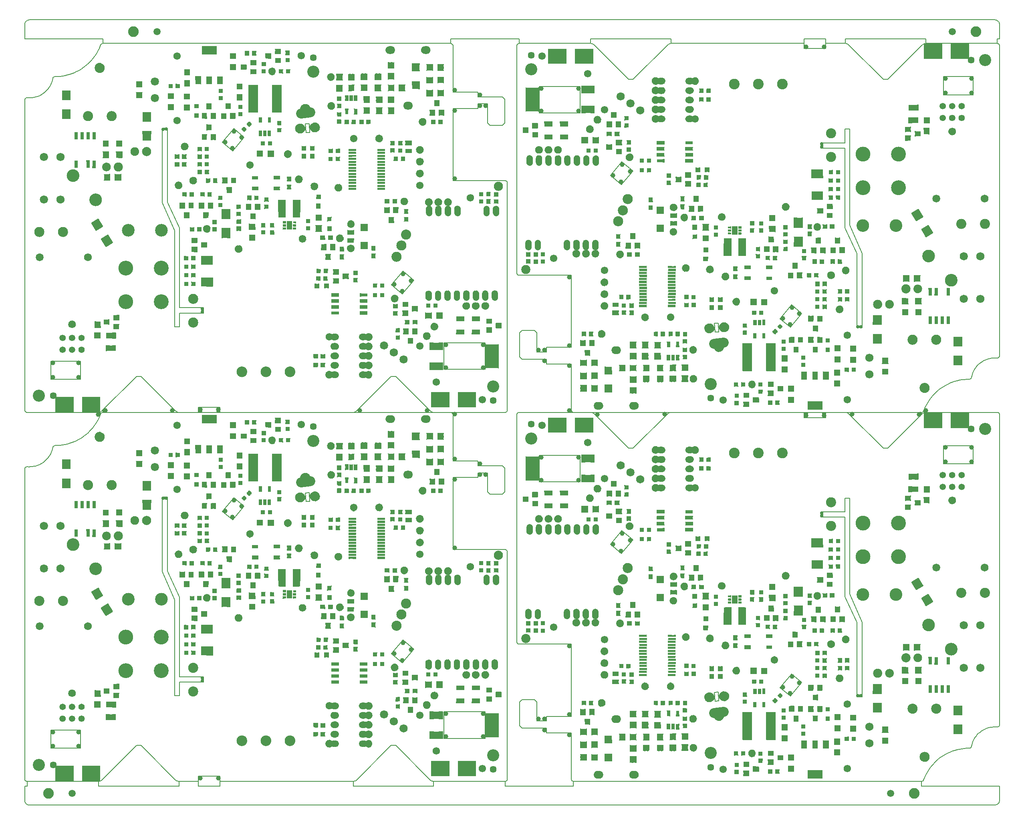
<source format=gbs>
*
%FSLAX26Y26*%
%MOIN*%
%ADD10C,0.084017*%
%ADD11R,0.000935X0.000935*%
%ADD12C,0.001102*%
%ADD13R,0.000531X0.000531*%
%ADD14C,0.000768*%
%ADD15C,0.000699*%
%ADD16C,0.000640*%
%ADD17C,0.000689*%
%ADD18C,0.000650*%
%ADD19C,0.100473*%
%ADD20C,0.057166*%
%ADD21C,0.005906*%
%ADD22R,0.090355X0.090355*%
%ADD23C,0.039528*%
%ADD24C,0.027717*%
%ADD25C,0.011890*%
%ADD26C,0.061260*%
%ADD27R,0.061260X0.061260*%
%ADD28C,0.064250*%
%ADD29C,0.080000*%
%ADD30R,0.051260X0.051260*%
%ADD31C,0.101260*%
%ADD32C,0.119370*%
%ADD33R,0.025260X0.025260*%
%ADD34C,0.072130*%
%ADD35C,0.068190*%
%ADD36C,0.052440*%
%ADD37R,0.086260X0.086260*%
%ADD38C,0.048500*%
%ADD39R,0.060320X0.060320*%
%ADD40R,0.040630X0.040630*%
%ADD41R,0.033260X0.033260*%
%ADD42R,0.072130X0.072130*%
%ADD43R,0.036690X0.036690*%
%ADD44R,0.032760X0.032760*%
%ADD45R,0.041260X0.041260*%
%ADD46R,0.034720X0.034720*%
%ADD47R,0.015040X0.015040*%
%ADD48R,0.013260X0.013260*%
%ADD49C,0.060320*%
%ADD50R,0.024880X0.024880*%
%ADD51R,0.026850X0.026850*%
%ADD52R,0.080000X0.080000*%
%ADD53R,0.046260X0.046260*%
%ADD54R,0.107260X0.107260*%
%ADD55R,0.039060X0.039060*%
%ADD56R,0.066260X0.066260*%
%ADD57C,0.049292*%
%ADD58C,0.084725*%
%ADD59C,0.082048*%
%ADD60C,0.088583*%
%ADD61C,0.059055*%
%ADD62C,0.031496*%
%ADD63C,0.039370*%
%ADD64C,0.037402*%
%IPPOS*%
%LN504-2st46574a0.gbs*%
%LPD*%
G75*
G54D10*
X2375509Y2696501D02*
X2297439Y2686221D01*
%LPC*%
G75*
X2297439Y2686221D02*
G54D11*
X2603906Y2099350D02*
X2615552D01*
X2603906D02*
X2615552D01*
G54D12*
X635685Y3105019D02*
X649938Y3097516D01*
G54D13*
X2615561Y1058761D02*
X2549797D01*
G54D14*
X2696973Y2633363D02*
X2695721Y2634615D01*
G54D15*
X3841498Y2032118D02*
X3838585Y2031677D01*
G54D16*
X3877125Y2031657D02*
X3875060Y2032123D01*
G54D13*
X2563753Y2355147D02*
X2525845D01*
G54D17*
X1517902Y2640302D02*
X1516908Y2639308D01*
G54D18*
X2692924Y2247724D02*
X2691991Y2248657D01*
%LPD*%
G75*
X2691991Y2248657D02*
G54D19*
X3897639Y413391D03*
G54D20*
Y295281D03*
G54D19*
X2401579Y3031501D03*
G54D20*
Y3149611D03*
G54D20*
X236219Y334651D03*
G54D19*
X118110D03*
G54D21*
X252299Y2992131D02*
X247927Y2991640D01*
X243774Y2990190D01*
X240046Y2987854D01*
X236930Y2984749D01*
X234581Y2981030D01*
X233116Y2976882D01*
X232939Y2976031D01*
X21529Y2815771D02*
X35443Y2815001D01*
X49377Y2815217D01*
X63261Y2816418D01*
X77025Y2818598D01*
X90601Y2821747D01*
X103919Y2825849D01*
X116914Y2830882D01*
X129521Y2836822D01*
X141675Y2843639D01*
X153317Y2851299D01*
X164388Y2859763D01*
X174832Y2868990D01*
X184597Y2878932D01*
X193634Y2889540D01*
X201899Y2900761D01*
X209348Y2912538D01*
X215946Y2924813D01*
X221659Y2937525D01*
X226458Y2950608D01*
X230319Y2963998D01*
X232919Y2975941D01*
X21469Y2815781D02*
X21479D01*
X21469D02*
X17071Y2815688D01*
X12804Y2814621D01*
X8880Y2812632D01*
X5496Y2809823D01*
X2820Y2806332D01*
X986Y2802334D01*
X86Y2798028D01*
X-1Y2796181D01*
Y216541D01*
X490Y212169D01*
X1940Y208016D01*
X4276Y204288D01*
X7381Y201172D01*
X11100Y198823D01*
X15248Y197358D01*
X19618Y196851D01*
X19689Y196851D01*
X614219D01*
X620426Y197344D01*
X626478Y198811D01*
X632223Y201212D01*
X637517Y204490D01*
X642059Y208391D01*
X929569Y495891D01*
X967609D01*
X1255119Y208391D01*
X1259855Y204348D01*
X1265169Y201103D01*
X1270928Y198736D01*
X1276989Y197307D01*
X1282959Y196851D01*
X1444939D01*
Y239911D01*
X1625179D01*
Y196851D01*
X2732789D01*
X2738996Y197344D01*
X2745048Y198811D01*
X2750793Y201212D01*
X2756087Y204490D01*
X2760629Y208391D01*
X3048139Y495891D01*
X3086179D01*
X3373689Y208391D01*
X3378425Y204348D01*
X3383739Y201103D01*
X3389498Y198736D01*
X3395559Y197307D01*
X3401529Y196851D01*
X3996059D01*
X4000430Y197342D01*
X4004584Y198792D01*
X4008312Y201128D01*
X4011428Y204233D01*
X4013777Y207952D01*
X4015242Y212100D01*
X4015749Y216470D01*
X4015749Y216541D01*
Y2106301D01*
X4015257Y2110673D01*
X4013808Y2114826D01*
X4011472Y2118554D01*
X4008367Y2121670D01*
X4004648Y2124019D01*
X4000500Y2125484D01*
X3996130Y2125991D01*
X3996059Y2125991D01*
X3562989D01*
Y2726301D01*
X3770989D01*
Y2764431D01*
X3851019D01*
Y2606301D01*
X3870709Y2586621D01*
X3973109D01*
X3992799Y2606301D01*
Y2804281D01*
X3973109Y2823971D01*
X3771019D01*
Y2864191D01*
X3562989D01*
Y3248041D01*
X3562497Y3252412D01*
X3561048Y3256564D01*
X3558712Y3260290D01*
X3555607Y3263405D01*
X3551888Y3265753D01*
X3547741Y3267216D01*
X3543372Y3267721D01*
X3543309Y3267721D01*
X649609D01*
X645238Y3267231D01*
X641085Y3265782D01*
X637357Y3263448D01*
X634241Y3260344D01*
X631892Y3256625D01*
X631129Y3254831D01*
X254329Y2992131D02*
X274229Y2992624D01*
X294080Y2994103D01*
X313834Y2996563D01*
X333441Y3000000D01*
X352854Y3004404D01*
X372025Y3009764D01*
X390906Y3016068D01*
X409453Y3023300D01*
X427618Y3031442D01*
X445357Y3040474D01*
X462626Y3050374D01*
X479384Y3061118D01*
X495589Y3072679D01*
X511201Y3085028D01*
X526182Y3098137D01*
X540495Y3111971D01*
X554105Y3126498D01*
X566978Y3141682D01*
X579083Y3157484D01*
X590390Y3173868D01*
X600871Y3190791D01*
X610501Y3208213D01*
X619256Y3226091D01*
X627113Y3244381D01*
X631209Y3255041D01*
X254329Y2992131D02*
X252299D01*
X3829309Y555121D02*
X3488189D01*
Y775591D01*
X3829309D01*
Y555121D01*
X464569Y473211D02*
X218319D01*
Y623801D01*
X464569D01*
Y473211D01*
X3141199Y1182351D02*
X3050469Y1259161D01*
X3146599Y1372251D01*
X3237109Y1295591D01*
X3141199Y1182331D01*
X3140989Y1182511D01*
X3141199Y1182351D01*
X1729399Y2373281D02*
X1645269Y2444521D01*
X1740519Y2558331D01*
X1824649Y2487091D01*
X1729399Y2373281D01*
X1487209Y1067661D02*
X1287399D01*
Y1731471D01*
X1187219Y1945301D01*
Y2563001D01*
X1143489D01*
Y1944011D01*
X1247609Y1708201D01*
Y909451D01*
X1287399D01*
Y1023631D01*
X1487209D01*
Y1067661D01*
G54D22*
X582989Y277344D02*
Y242344D01*
X520989Y277344D02*
Y242344D01*
X360989Y277344D02*
Y242344D01*
X298989Y277344D02*
Y242344D01*
G54D21*
X2371310Y2526899D02*
X2339768Y2525311D01*
X2334678Y2597931D01*
X2366190Y2599521D01*
X2371310Y2526899D01*
G54D23*
X3578776Y2141778D03*
G54D23*
Y2710514D03*
G54D23*
X3786776Y2748644D03*
G54D23*
X3835231D03*
G54D23*
X3786806Y2839758D03*
G54D23*
X3578776Y2879978D03*
G54D23*
X1460726Y224124D03*
G54D23*
X1609391D03*
G54D23*
X3813521Y570908D03*
G54D23*
X3503976D03*
G54D23*
Y759804D03*
G54D23*
X3813521D03*
G54D23*
X3139362Y1204591D03*
G54D23*
X3072743Y1260989D03*
G54D23*
X3148421Y1350019D03*
G54D23*
X3214860Y1293747D03*
G54D23*
X1727483Y2395590D03*
G54D23*
X1667450Y2446426D03*
G54D23*
X1742435Y2536022D03*
G54D23*
X1802468Y2485186D03*
G54D23*
X448781Y488998D03*
G54D23*
X234106D03*
G54D23*
Y608014D03*
G54D23*
X448781D03*
G54D24*
X1178902Y2554495D03*
G54D24*
X1152117Y2554162D03*
G54D24*
X1477938Y1033090D03*
G54D24*
X1477862Y1058445D03*
G54D25*
X1159331Y2557161D02*
X1170140Y2556434D01*
X1169724Y2551237D02*
X1157865D01*
X1480974Y1055020D02*
Y1041800D01*
X1473934Y1052003D02*
Y1037140D01*
G36*
X2330839Y2559466D02*
G02X2330839Y2559466I-39965J0D01*
G37*
G36*
X2454579Y2568516D02*
G02X2454579Y2568516I-39965J0D01*
G37*
G36*
X2377774Y2720386D02*
G02X2377774Y2720386I-42820J0D01*
G37*
G54D26*
X525589Y1488191D03*
G54D26*
X124019D03*
G54D26*
X2712599Y1763781D03*
G54D26*
X2188979Y2346461D03*
G54D26*
X3425199Y448821D03*
G54D26*
X3157479Y1952761D03*
G54D26*
X2622049Y1645671D03*
G54D26*
X3287399Y2283471D03*
G54D26*
Y2185041D03*
G54D26*
X3077819Y1144031D03*
G54D26*
X2533109Y510241D03*
G54D26*
X3408319Y910911D03*
G54D26*
X1267719Y2625991D03*
G54D26*
X2861509Y509951D03*
G54D26*
X3345149Y832301D03*
G54D26*
X2861509Y588771D03*
G54D26*
Y667371D03*
G54D26*
Y746151D03*
G54D26*
Y825111D03*
G54D26*
X3310639Y2615191D03*
G54D26*
X2549859Y2747481D03*
G54D26*
X1779199Y1557171D03*
G54D26*
X1515749Y1724411D03*
G54D26*
X2059059Y3035441D03*
G54D26*
X1401579Y2125991D03*
G54D26*
X1279529Y2086621D03*
G54D26*
X3752439Y1083441D03*
G54D26*
X3831819D03*
G54D26*
X3673359D03*
G54D26*
X3521389Y1946791D03*
G54D26*
X3440999D03*
G54D26*
X3362389D03*
G54D26*
X1330709Y2409451D03*
G54D26*
X393699Y929141D03*
G54D26*
X2311019Y1641741D03*
G54D26*
X2533109Y825321D03*
G54D26*
X3708659Y1984261D03*
G54D26*
X3807089Y303151D03*
G54D26*
X3287399Y2086621D03*
G54D26*
Y2381891D03*
G54D26*
Y748041D03*
G54D26*
X2409159Y2078131D03*
G54D26*
X1267719Y3161421D03*
G54D26*
X1872809Y2256461D03*
G54D26*
X2736219Y2476381D03*
G54D26*
X2712599Y1563001D03*
G54D26*
X2299379Y3166931D03*
G54D26*
X2948819Y2476381D03*
G54D26*
X2547239Y2988191D03*
G54D26*
X2609729Y2066681D03*
G54D26*
X2280469Y2136631D03*
G54D27*
X2822839Y1586421D03*
G54D27*
Y1736421D03*
G54D27*
X3254519Y2919051D03*
G54D27*
Y3069051D03*
G54D28*
X3152109Y637681D03*
G54D28*
X3070739Y695801D03*
G54D28*
X2989359Y753921D03*
G54D28*
X297239Y1968511D03*
G54D28*
X159449D03*
G54D28*
X297239Y2322841D03*
G54D28*
X159449D03*
G54D28*
X1082599Y2813001D03*
G54D28*
Y2950791D03*
G54D29*
X526419Y2662961D03*
G54D29*
X723269D03*
G54D29*
X623269Y3064141D03*
G54D29*
X1401579Y944891D03*
G54D29*
Y1141741D03*
G54D29*
X318009Y1698821D03*
G54D29*
X121159D03*
G54D29*
X3133699Y1586251D03*
G54D29*
X3093419Y1492151D03*
G54D29*
X3172549Y1676781D03*
G54D30*
X1733349Y3070411D03*
G54D30*
Y3162411D03*
G54D30*
X1891719Y1742261D03*
G54D30*
Y1650261D03*
G54D30*
X2444879Y1726841D03*
G54D30*
Y1818841D03*
G54D30*
X1787399Y2817391D03*
G54D30*
Y2909391D03*
G54D30*
X3460879Y2962671D03*
G54D30*
X3368879D03*
G54D30*
X3047809Y2993391D03*
G54D30*
Y3085391D03*
G54D30*
X2948229Y2707821D03*
G54D30*
Y2799821D03*
G54D30*
X2717609Y2896591D03*
G54D30*
Y2988591D03*
G54D30*
X3450839Y1002561D03*
G54D30*
X3358839D03*
G54D30*
X674129Y2341851D03*
G54D30*
Y2433851D03*
G54D30*
X951609Y2836501D03*
G54D30*
Y2928501D03*
G54D30*
X1350999Y2935151D03*
G54D30*
Y3027151D03*
G54D30*
X3139529Y2898441D03*
G54D30*
X3047529D03*
G54D30*
X684429Y2153551D03*
G54D30*
X776429D03*
G54D30*
X785429Y2433901D03*
G54D30*
Y2341901D03*
G54D30*
X1216539Y2829471D03*
G54D30*
Y2737471D03*
G54D30*
X3368879Y2855201D03*
G54D30*
X3460879D03*
G54D30*
X2844659Y2800901D03*
G54D30*
Y2708901D03*
G54D30*
X3047759Y2707881D03*
G54D30*
Y2799881D03*
G54D30*
X3368879Y3067901D03*
G54D30*
X3460879D03*
G54D30*
X2939119Y2898471D03*
G54D30*
Y2990471D03*
G54D30*
X2618109Y2986951D03*
G54D30*
Y2894951D03*
G54D30*
X2823059Y2898851D03*
G54D30*
Y2990851D03*
G54D30*
X1348779Y2825931D03*
G54D30*
Y2733931D03*
G54D30*
X606299Y927891D03*
G54D30*
Y835891D03*
G54D30*
X2048759Y2350401D03*
G54D30*
X1956759D03*
G54D31*
X1137029Y1712751D03*
G54D31*
X861439D03*
G54D31*
X589909Y1966241D03*
G54D31*
X401759Y2167611D03*
G54D32*
X1135829Y1118111D03*
G54D32*
X840549D03*
G54D32*
X1135829Y1397641D03*
G54D32*
X840549D03*
G54D33*
X2600679Y1023631D02*
G01X2564679D01*
X2600679Y1073631D02*
X2564679D01*
X2600679Y1123631D02*
X2564679D01*
X2600679Y1173631D02*
X2564679D01*
X2836899D02*
X2800899D01*
X2836899Y1123631D02*
X2800899D01*
X2836899Y1073631D02*
X2800899D01*
X2836899Y1023631D02*
X2800899D01*
G54D34*
X778429Y2239531D03*
G54D34*
X1013779Y2368041D03*
G54D35*
X679999Y2239531D03*
G54D35*
X915359Y2368041D03*
G54D36*
X2586834Y510121D02*
X2571084D01*
X2586834Y588861D02*
X2571084D01*
X2586834Y667601D02*
X2571084D01*
X2586834Y746341D02*
X2571084D01*
X2586834Y825081D02*
X2571084D01*
X2823054D02*
X2807304D01*
X2823054Y746341D02*
X2807304D01*
X2823054Y667601D02*
X2807304D01*
X2823054Y588861D02*
X2807304D01*
X2823054Y510121D02*
X2807304D01*
G54D37*
X3426189Y320651D02*
Y285651D01*
X3488189Y320651D02*
Y285651D01*
X3648189Y320651D02*
Y285651D01*
X3710189Y320651D02*
Y285651D01*
X582989Y281281D02*
Y246281D01*
X520989Y281281D02*
Y246281D01*
X360989Y281281D02*
Y246281D01*
X298989Y281281D02*
Y246281D01*
G54D38*
X472439Y816931D03*
G54D38*
X393699Y718511D03*
G54D39*
X3447429Y581221D02*
X3400189D01*
X3447429Y746581D02*
X3400189D01*
G54D40*
X2202869Y1765441D02*
Y1741821D01*
G54D41*
X1212739Y2913271D03*
G54D41*
X1272739D03*
G54D41*
X1631729Y2872541D03*
G54D41*
Y2812541D03*
G54D41*
X1984249Y1754411D03*
G54D41*
Y1694411D03*
G54D41*
X2358269Y1729851D03*
G54D41*
Y1789851D03*
G54D41*
X2041809Y2437011D03*
G54D41*
X1981809D03*
G54D41*
X1795279Y2678671D03*
G54D41*
Y2738671D03*
G54D41*
X3087069Y2308551D03*
G54D41*
X3147069D03*
G54D41*
X2604799Y2307091D03*
G54D41*
X2544799D03*
G54D41*
X3124799Y2437261D03*
G54D41*
Y2377261D03*
G54D41*
X2737629Y2615271D03*
G54D41*
X2677629D03*
G54D41*
X2801079D03*
G54D41*
X2861079D03*
G54D41*
X2616959Y2676631D03*
G54D41*
Y2616631D03*
G54D41*
X1343609Y1267391D03*
G54D41*
X1403609D03*
G54D41*
X1343609Y1338261D03*
G54D41*
X1403609D03*
G54D41*
X3797849Y1952691D03*
G54D41*
Y2012981D03*
G54D41*
X3417969Y1087581D03*
G54D41*
X3357969D03*
G54D41*
X2544799Y2374021D03*
G54D41*
X2604799D03*
G54D41*
X2131419Y3035441D03*
G54D41*
X2191419D03*
G54D41*
X2059059Y1754411D03*
G54D41*
Y1694411D03*
G54D41*
X3060389Y2378901D03*
G54D41*
Y2438901D03*
G54D41*
X3103179Y879851D03*
G54D41*
Y819851D03*
G54D41*
X3083959Y1080831D03*
G54D41*
Y1020831D03*
G54D41*
X2502189Y1311781D03*
G54D41*
X2442189D03*
G54D41*
X2480589Y589781D03*
G54D41*
X2420589D03*
G54D41*
X2751969Y1296781D03*
G54D41*
Y1356781D03*
G54D41*
X2444569Y1373911D03*
G54D41*
X2504569D03*
G54D41*
X2480849Y663421D03*
G54D41*
X2420849D03*
G54D41*
X3398319Y2615331D03*
G54D41*
X3458319D03*
G54D41*
X2616959Y2747091D03*
G54D41*
Y2807091D03*
G54D41*
X1779879Y1908101D03*
G54D41*
Y1848101D03*
G54D41*
X1780539Y1785921D03*
G54D41*
Y1725921D03*
G54D41*
X1578739Y1721971D03*
G54D41*
Y1781971D03*
G54D41*
X1343609Y1479991D03*
G54D41*
X1403609D03*
G54D41*
Y1409121D03*
G54D41*
X1343609D03*
G54D41*
X1626269Y1983701D03*
G54D41*
Y1923701D03*
G54D41*
X1477809Y2011881D03*
G54D41*
X1537809D03*
G54D41*
X1452839Y1720741D03*
G54D41*
X1392839D03*
G54D41*
X1388199Y2011881D03*
G54D41*
X1328199D03*
G54D41*
X1585119Y2125991D03*
G54D41*
X1525119D03*
G54D41*
X1515009Y2388511D03*
G54D41*
X1455009D03*
G54D41*
X2118109Y2604811D03*
G54D41*
Y2544811D03*
G54D41*
X1327649Y2261251D03*
G54D41*
X1267649D03*
G54D41*
X1515009D03*
G54D41*
X1455009D03*
G54D41*
Y2198321D03*
G54D41*
X1515009D03*
G54D41*
X2010489Y1968391D03*
G54D41*
Y1908391D03*
G54D41*
X1327649Y2325771D03*
G54D41*
X1267649D03*
G54D41*
X1515009D03*
G54D41*
X1455009D03*
G54D41*
X1928049Y1982561D03*
G54D41*
X1868049D03*
G54D41*
X1847909Y3185961D03*
G54D41*
X1907909D03*
G54D41*
X2186729Y3189621D03*
G54D41*
Y3129621D03*
G54D41*
X1988189Y3096931D03*
G54D41*
Y3036931D03*
G54D41*
X2974879Y1173231D03*
G54D41*
X2914879D03*
G54D41*
X2974879Y1251971D03*
G54D41*
X2914879D03*
G54D42*
X1528039Y1463111D02*
X1504419D01*
X1528039Y1282011D02*
X1504419D01*
X1674239Y1850406D02*
Y1842536D01*
Y1692926D02*
Y1685056D01*
X1016349Y2659496D02*
Y2651626D01*
Y2502006D02*
Y2494136D01*
X345299Y2839356D02*
Y2831486D01*
Y2681876D02*
Y2674006D01*
G54D43*
X2431759Y1248381D03*
G54D43*
X2510499D03*
G54D43*
X1429619Y2746571D03*
G54D43*
Y2667831D03*
G54D43*
X2534999Y1726751D03*
G54D43*
Y1805491D03*
G54D43*
X2444199Y1992771D03*
G54D43*
Y1914031D03*
G54D44*
X2322839Y2397246D02*
Y2393316D01*
Y2331106D02*
Y2327176D01*
X2393699Y2397246D02*
Y2393316D01*
Y2331106D02*
Y2327176D01*
X3172309Y1871166D02*
Y1867236D01*
Y1805026D02*
Y1801096D01*
X2637799Y1558666D02*
Y1554736D01*
Y1492526D02*
Y1488596D01*
X2199329Y2140806D02*
Y2136876D01*
Y2074656D02*
Y2070726D01*
X2901579Y1566536D02*
Y1562606D01*
Y1500396D02*
Y1496466D01*
G54D45*
X3168579Y1021881D02*
X3163579D01*
X3168579Y1096681D02*
X3163579D01*
X3249579Y1059281D02*
X3244579D01*
X2592179Y1290961D02*
X2587179D01*
X2592179Y1365761D02*
X2587179D01*
X2673179Y1328361D02*
X2668179D01*
X1414319Y1553161D02*
X1409319D01*
X1414319Y1627961D02*
X1409319D01*
X1495319Y1590561D02*
X1490319D01*
X3865779Y881911D02*
X3860779D01*
X3865779Y956711D02*
X3860779D01*
X3946779Y919311D02*
X3941779D01*
X763909Y986221D02*
X758909D01*
X763909Y911421D02*
X758909D01*
X682909Y948821D02*
X677909D01*
X1905639Y3108271D02*
X1900639D01*
X1905639Y3033471D02*
X1900639D01*
X1824639Y3070871D02*
X1819639D01*
X2109749Y3200841D02*
X2104749D01*
X2109749Y3126041D02*
X2104749D01*
X2028749Y3163441D02*
X2023749D01*
X3171099Y874271D02*
Y869271D01*
X3245899Y874271D02*
Y869271D01*
X3208499Y793271D02*
Y788271D01*
X1730309Y2666291D02*
Y2661291D01*
X1655509Y2666291D02*
Y2661291D01*
X1692909Y2747291D02*
Y2742291D01*
X3466469Y2693721D02*
Y2688721D01*
X3391669Y2693721D02*
Y2688721D01*
X3429069Y2774721D02*
Y2769721D01*
X1470409Y1921461D02*
Y1916461D01*
X1545209Y1921461D02*
Y1916461D01*
X1507809Y1840461D02*
Y1835461D01*
X1663389Y2130061D02*
Y2125061D01*
X1738189Y2130061D02*
Y2125061D01*
X1700789Y2049061D02*
Y2044061D01*
X1310049Y1920631D02*
Y1915631D01*
X1384849Y1920631D02*
Y1915631D01*
X1347449Y1839631D02*
Y1834631D01*
X1569459Y2667551D02*
Y2662551D01*
X1494659Y2667551D02*
Y2662551D01*
X1532059Y2748551D02*
Y2743551D01*
X2487379Y1574941D02*
Y1569941D01*
X2562179Y1574941D02*
Y1569941D01*
X2524779Y1493941D02*
Y1488941D01*
X1569489Y2490921D02*
Y2485921D01*
X1494689Y2490921D02*
Y2485921D01*
X1532089Y2571921D02*
Y2566921D01*
X3013659Y1882551D02*
Y1877551D01*
X3088459Y1882551D02*
Y1877551D01*
X3051059Y1801551D02*
Y1796551D01*
X1861889Y1911581D02*
Y1906581D01*
X1936689Y1911581D02*
Y1906581D01*
X1899289Y1830581D02*
Y1825581D01*
G54D44*
X3081714Y1952731D02*
X3077784D01*
X3015574D02*
X3011644D01*
X2546844Y1649611D02*
X2542914D01*
X2480704D02*
X2476774D01*
X3183254Y949111D02*
X3179324D01*
X3249394D02*
X3245464D01*
G54D46*
X3202919Y2372081D02*
X3185199D01*
X3202919Y2439011D02*
X3185199D01*
X2721459Y1627961D02*
X2703739D01*
X2721459Y1694891D02*
X2703739D01*
G54D33*
X576629Y2281631D02*
Y2245631D01*
X526629Y2281631D02*
Y2245631D01*
X426629Y2281631D02*
Y2245631D01*
Y2517851D02*
Y2481851D01*
X476629Y2517851D02*
Y2481851D01*
X526629Y2517851D02*
Y2481851D01*
X576629Y2517851D02*
Y2481851D01*
G54D38*
X3910429Y1187401D02*
Y1151961D01*
X3831689Y1187401D02*
Y1151961D01*
X3752949Y1187401D02*
Y1151961D01*
X3674209Y1187401D02*
Y1151961D01*
X3595469Y1187401D02*
Y1151961D01*
X3516729Y1187401D02*
Y1151961D01*
X3437989Y1187401D02*
Y1151961D01*
X3359249Y1187401D02*
Y1151961D01*
X3363189Y1892121D02*
Y1856681D01*
X3441929Y1892121D02*
Y1856681D01*
X3520669Y1892121D02*
Y1856681D01*
X3599409Y1892121D02*
Y1856681D01*
X3841929Y1892121D02*
Y1856681D01*
G54D47*
X2251099Y1779221D02*
X2241259D01*
X2251099Y1753631D02*
X2241259D01*
X2251099Y1728041D02*
X2241259D01*
X2164489D02*
X2154649D01*
X2164489Y1753631D02*
X2154649D01*
X2164489Y1779221D02*
X2154649D01*
G54D48*
X2749219Y2056951D02*
X2701219D01*
X2749219Y2081951D02*
X2701219D01*
X2749219Y2106951D02*
X2701219D01*
X2749219Y2131951D02*
X2701219D01*
X2749219Y2156951D02*
X2701219D01*
X2749219Y2181951D02*
X2701219D01*
X2749219Y2206951D02*
X2701219D01*
X2749219Y2231951D02*
X2701219D01*
X2749219Y2256951D02*
X2701219D01*
X2749219Y2281951D02*
X2701219D01*
X2749219Y2306951D02*
X2701219D01*
X2749219Y2331951D02*
X2701219D01*
X2749219Y2356951D02*
X2701219D01*
X2749219Y2381951D02*
X2701219D01*
X2989379D02*
X2941379D01*
X2989379Y2356951D02*
X2941379D01*
X2989379Y2331951D02*
X2941379D01*
X2989379Y2306951D02*
X2941379D01*
X2989379Y2281951D02*
X2941379D01*
X2989379Y2256951D02*
X2941379D01*
X2989379Y2231951D02*
X2941379D01*
X2989379Y2206951D02*
X2941379D01*
X2989379Y2181951D02*
X2941379D01*
X2989379Y2156951D02*
X2941379D01*
X2989379Y2131951D02*
X2941379D01*
X2989379Y2106951D02*
X2941379D01*
X2989379Y2081951D02*
X2941379D01*
X2989379Y2056951D02*
X2941379D01*
G54D49*
X3197009Y2749821D02*
X3181269D01*
X3344559Y3212771D02*
X3328819D01*
X3049289Y3212581D02*
X3033549D01*
G54D50*
X2678659Y2821926D02*
Y2802236D01*
X2716059Y2821926D02*
Y2802236D01*
X2753469Y2821926D02*
Y2802236D01*
Y2711686D02*
Y2691996D01*
X2678659Y2711686D02*
Y2691996D01*
X2035429Y2529536D02*
Y2509846D01*
X1998029Y2529536D02*
Y2509846D01*
X1960629Y2529536D02*
Y2509846D01*
Y2639776D02*
Y2620086D01*
X2035429Y2639776D02*
Y2620086D01*
G54D39*
X2140219Y1932506D02*
Y1849836D01*
X2262269Y1932506D02*
Y1849836D01*
G54D51*
X1927054Y2060241D02*
X1905404D01*
X2108164D02*
X2086514D01*
X1927054Y2150791D02*
X1905404D01*
X2108164D02*
X2086514D01*
G54D52*
X1901579Y2881896D02*
Y2732286D01*
X2098429Y2881896D02*
Y2732286D01*
G54D53*
X734039Y730971D02*
X699039D01*
X734039Y835971D02*
X699039D01*
G54D54*
X3886809Y709237D02*
Y618386D01*
G54D55*
X3766719Y867741D02*
X3739559D01*
X3766719Y975541D02*
X3739559D01*
X3636569Y867741D02*
X3609409D01*
X3636569Y975541D02*
X3609409D01*
G54D53*
X1625269Y2970881D02*
Y2950881D01*
X1534269Y2970881D02*
Y2950881D01*
X1443269Y2970881D02*
Y2950881D01*
G54D56*
X1560769Y3210881D02*
X1507769D01*
G36*
X1887214Y2592044D02*
X1871645Y2576476D01*
G02X1863688Y2576480I-3977J3985D01*
G01X1848128Y2592040D01*
G02X1848124Y2599998I3981J3981D01*
G01X1863692Y2615566D01*
G02X1871650Y2615562I3977J-3985D01*
G01X1887210Y2600002D01*
G02X1887214Y2592044I-3981J-3981D01*
G37*
G36*
X1844779Y2549609D02*
G01X1829219Y2534059D01*
G02X1821256Y2534061I-3980J3982D01*
G01X1805725Y2549593D01*
G02X1805706Y2557571I3963J3999D01*
G01X1821256Y2573131D01*
G02X1829237Y2573114I3982J-3980D01*
G01X1844779Y2557573D01*
G02X1844779Y2549609I-3980J-3982D01*
G37*
G36*
X732849Y1613669D02*
G02X730999Y1605910I-4791J-2958D01*
G01X679089Y1574120D01*
G02X671337Y1575998I-2940J4801D01*
G01X635458Y1634583D01*
G02X637309Y1642342I4791J2958D01*
G01X689219Y1674132D01*
G02X696971Y1672254I2940J-4801D01*
G01X732849Y1613669D01*
G37*
G36*
X650610Y1747951D02*
G02X648739Y1740204I-4801J-2940D01*
G01X596861Y1708427D01*
G02X589108Y1710281I-2952J4794D01*
G01X553208Y1768901D01*
G02X555078Y1776648I4801J2940D01*
G01X606960Y1808427D01*
G02X615133Y1805884I2987J-4808D01*
G02X615382Y1805474I-4684J-3124D01*
G01X650610Y1747951D01*
G37*
G54D57*
X314959Y816931D03*
G54D57*
X393699D03*
G54D57*
X314959Y718511D03*
G54D57*
X472439D03*
G54D20*
X2305309Y2558731D03*
G54D20*
X2400069Y2570591D03*
G54D58*
X2006789Y534751D03*
G54D58*
X2206789D03*
G54D58*
X1806789D03*
G54D34*
X3940949Y2078741D03*
G54D41*
X3857849Y1952691D03*
G54D41*
Y2012981D03*
G54D41*
X3921089Y1952081D03*
G54D41*
Y2012081D03*
G54D38*
X3920669Y1892121D02*
Y1856681D01*
G36*
X3979059Y2078741D02*
G02X3979059Y2078741I-38110J0D01*
G37*
G36*
X3966404Y940487D02*
G01Y898214D01*
G02X3965359Y896633I-927J-523D01*
G01X3920185D01*
G02X3919092Y898100I-79J1082D01*
G01Y930132D01*
X3919093D01*
Y940602D01*
G02X3920185Y941985I1023J315D01*
G01X3965430D01*
G02X3966404Y940487I12J-1058D01*
G37*
G36*
X3946988Y1856704D02*
G02X3894358Y1856832I-26315J0D01*
G01X3894353Y1892101D01*
G02X3904053Y1912501I26300J1D01*
G02X3905747Y1911189I703J-842D01*
G02X3905745Y1910943I-1033J-119D01*
G01X3905748Y1910140D01*
X3910600Y1913159D01*
G02X3935564Y1910137I10116J-21056D01*
G01Y1911689D01*
G02X3937262Y1912498I1041J2D01*
G02X3938785Y1911157I-16606J-20393D01*
G02X3939083Y1910906I-1160J-1677D01*
G01X3940110Y1909802D01*
G02X3946981Y1892130I-19442J-17730D01*
G01X3946988Y1856704D01*
G37*
G36*
X3942504Y763890D02*
Y563764D01*
G02X3942482Y563553I-1039J0D01*
G01Y562703D01*
X3937954D01*
X3937949Y565699D01*
G02X3937853Y565707I39J1039D01*
G01X3895205D01*
Y565706D01*
X3838596Y565698D01*
Y563760D01*
G02X3837555Y562719I-1040J-0D01*
G01X3832225D01*
G02X3831139Y563758I-46J1038D01*
G01X3831126Y761822D01*
X3831119D01*
Y763900D01*
X3831120D01*
Y764904D01*
X3838575D01*
X3838592Y761918D01*
X3937934D01*
G02X3937946Y762027I1038J-61D01*
G01X3937952Y763826D01*
G02X3939038Y764918I1039J53D01*
G01X3941314D01*
G02X3942504Y763890I150J-1029D01*
G37*
G36*
X3939785Y1933424D02*
G01X3935600D01*
X3935580Y1934404D01*
X3935561D01*
X3935550Y1936405D01*
X3906542Y1936422D01*
G02X3905446Y1937107I-94J1069D01*
G01X3905443Y1953161D01*
X3905444D01*
Y1966951D01*
X3902399D01*
Y1969030D01*
X3902400D01*
Y1970744D01*
X3939752D01*
X3939767Y1935503D01*
X3939785D01*
Y1933424D01*
G37*
G36*
X3902395Y1994426D02*
X3902419Y1997148D01*
X3905464D01*
G02X3905466Y1997185I1039J-42D01*
G01Y2013149D01*
X3905467D01*
Y2027056D01*
G02X3905153Y2027007I-313J989D01*
G01X3903512D01*
G02X3903083Y2027079I-46J1038D01*
G01X3905564D01*
X3905571Y2027095D01*
X3939749D01*
Y2027079D01*
X3939773D01*
Y2011000D01*
X3939772D01*
X3939771Y1995069D01*
X3939770D01*
Y1993410D01*
X3938920D01*
G02X3938709Y1993388I-211J1016D01*
G01X3902417Y1993410D01*
Y1994211D01*
G02X3902395Y1994426I1017J216D01*
G37*
G36*
X3902425Y2029731D02*
G02X3903512Y2030770I1040J0D01*
G01X3905076D01*
G02X3906194Y2029734I78J-1037D01*
G01Y2028048D01*
G02X3906100Y2027616I-1039J0D01*
G02X3906564Y2027703I418J-952D01*
G01X3936004D01*
G02X3936009Y2027767I1038J-55D01*
G01Y2029694D01*
X3936010D01*
Y2030768D01*
X3939776D01*
Y2028689D01*
X3939775D01*
Y2027615D01*
X3939749D01*
Y2027095D01*
X3905571D01*
G02X3905534Y2027079I-418J952D01*
G01X3903083D01*
G02X3902426Y2028046I383J966D01*
G01Y2029684D01*
G02X3902425Y2029731I1039J47D01*
G37*
G36*
X3936798Y2028095D02*
G01X3938749D01*
G02X3938749Y2026095I0J-1000D01*
G01X3936798D01*
G02X3936798Y2028095I0J1000D01*
G37*
G36*
X3936743Y1187412D02*
G01X3936728Y1151761D01*
G02X3884135Y1152289I-26297J205D01*
G01X3884126Y1187394D01*
G02X3936739Y1187504I26307J-0D01*
G02X3936743Y1187412I-1035J-93D01*
G37*
G36*
X3905777Y1934441D02*
G01X3905776D01*
Y1933422D01*
X3904937D01*
G02X3904712Y1933398I-225J1015D01*
G01X3902430Y1933423D01*
Y1934207D01*
G02X3902405Y1934436I1014J229D01*
G01X3902434Y1936495D01*
G02X3903490Y1937167I985J-382D01*
G01X3904634D01*
G02X3905677Y1936520I79J-1037D01*
G01X3905777D01*
Y1934441D01*
G37*
G36*
X3888447Y903540D02*
Y860264D01*
G02X3887407Y859224I-1040J-0D01*
G01X3842160D01*
G02X3841132Y860675I-54J1051D01*
G01Y892645D01*
X3841133D01*
Y903037D01*
G02X3842137Y904575I945J480D01*
G01X3887307D01*
G02X3888447Y903540I101J-1035D01*
G37*
G36*
X3885429Y937123D02*
G01X3841169D01*
Y944264D01*
X3841130D01*
Y976343D01*
X3885390D01*
Y969202D01*
X3885429D01*
Y937123D01*
G37*
G36*
X3876544Y2030636D02*
X3876533Y2027001D01*
X3873495Y2026996D01*
Y1997157D01*
X3876532Y1997148D01*
Y1995070D01*
X3876531D01*
Y1994311D01*
X3839178D01*
Y1996390D01*
X3839179D01*
Y1997067D01*
X3839176D01*
Y2013146D01*
X3839177D01*
Y2027061D01*
X3839180Y2027063D01*
Y2031079D01*
X3839181D01*
Y2031666D01*
X3876534D01*
X3876544Y2030636D01*
G37*
G36*
X3876526Y1970329D02*
X3876515Y1966955D01*
X3873478Y1966950D01*
Y1937174D01*
X3876514Y1937165D01*
X3876513Y1934003D01*
X3839161D01*
Y1936082D01*
X3839162D01*
Y1937084D01*
X3839159D01*
Y1953163D01*
X3839160D01*
Y1967016D01*
X3839163Y1967018D01*
Y1971034D01*
X3839164D01*
Y1971358D01*
X3876516D01*
X3876526Y1970329D01*
G37*
G36*
X3865175Y1893528D02*
X3865172Y1856402D01*
G02X3818669Y1857024I-23252J294D01*
G01Y1892908D01*
G02X3818697Y1893146I1039J-0D01*
G02X3818704Y1893276I8031J-370D01*
G02X3818711Y1893525I4039J-1D01*
G02X3865175Y1893528I23232J-1444D01*
G37*
G36*
X3864442Y1085374D02*
G02X3818843Y1113433I-32620J-1930D01*
G02X3820280Y1111974I451J-993D01*
G02X3820278Y1111581I-1022J-192D01*
G01Y1111191D01*
G02X3820290Y1111086I-2021J-276D01*
G02X3820310Y1110853I-2019J-291D01*
G02X3827164Y1112798I11461J-27339D01*
G02X3828101Y1112931I748J-1903D01*
G02X3835505Y1112931I3702J-29408D01*
G02X3836495Y1112791I217J-2035D01*
G02X3836856Y1112730I-162J-2033D01*
G02X3843040Y1110951I-5053J-29207D01*
G02X3843067Y1111138I2030J-192D01*
G01Y1112572D01*
G02X3844530Y1113549I1052J8D01*
G02X3845895Y1112936I-12708J-30105D01*
G02X3846028Y1112876I-767J-1890D01*
G02X3846868Y1112451I-475J-1983D01*
G02X3864414Y1085799I-15047J-29007D01*
G02X3864442Y1085374I-2010J-346D01*
G37*
G36*
X3858008Y1151984D02*
G02X3844682Y1129095I-26305J-9D01*
G02X3843068Y1129961I-575J866D01*
G01X3843067Y1131470D01*
X3837332Y1129404D01*
G02X3822963Y1130398I-5658J22579D01*
G01X3820313Y1131447D01*
Y1129998D01*
G02X3818728Y1129059I-1062J-14D01*
G02X3805398Y1152163I12958J22873D01*
G01X3805371Y1187379D01*
G02X3857998Y1187238I26314J-0D01*
G01X3858008Y1151984D01*
G37*
G36*
X3836739Y303164D02*
G02X3836739Y303164I-29637J0D01*
G37*
G36*
X3813492Y1997334D02*
G01X3798310D01*
Y1997333D01*
X3782231D01*
Y2028629D01*
X3797413D01*
Y2028630D01*
X3813492D01*
Y1997334D01*
G37*
G36*
X3813490Y1937055D02*
X3798308D01*
Y1937054D01*
X3782229D01*
Y1968351D01*
X3797411D01*
Y1968352D01*
X3813490D01*
Y1937055D01*
G37*
G36*
X3788305Y859631D02*
X3788295Y846165D01*
X3717980D01*
Y854244D01*
X3717981D01*
Y860661D01*
X3721026Y860667D01*
Y876658D01*
X3721027D01*
Y886288D01*
X3785247D01*
X3785252Y860663D01*
X3788296Y860661D01*
X3788305Y859631D01*
G37*
G36*
X3785243Y962006D02*
X3785242D01*
Y957002D01*
X3721022D01*
Y989081D01*
X3721023D01*
Y994085D01*
X3785243D01*
Y962006D01*
G37*
G36*
X3785068Y1085369D02*
G02X3739605Y1113498I-32621J-1919D01*
G02X3741037Y1112044I445J-994D01*
G02X3741035Y1111661I-1022J-187D01*
G01X3741059Y1110916D01*
G02X3763826Y1110903I11367J-27455D01*
G01X3763826Y1112523D01*
G02X3765292Y1113497I1051J8D01*
G02X3785039Y1085818I-12844J-30047D01*
G02X3785068Y1085369I-2008J-358D01*
G37*
G36*
X3779261Y1187367D02*
G01Y1155371D01*
X3779260D01*
Y1151976D01*
G02X3765351Y1128765I-26306J-9D01*
G02X3763827Y1129802I-491J916D01*
G01X3763820Y1131195D01*
G02X3763785Y1131185I-307J993D01*
G01X3761174Y1130221D01*
G02X3741056Y1131877I-8273J22527D01*
G02X3741030Y1131731I-1034J111D01*
G01Y1130547D01*
G02X3739221Y1129563I-1028J-265D01*
G02X3738595Y1129959I13745J22422D01*
G02X3738129Y1130248I296J996D01*
G02X3737739Y1130485I859J1850D01*
G01X3735959Y1131863D01*
G02X3735551Y1132276I1235J1626D01*
G02X3735203Y1132569I1131J1697D01*
G02X3734811Y1132936I17752J19404D01*
G02X3734582Y1133153I2663J3037D01*
G02X3726636Y1152072I18363J18841D01*
G01X3726661Y1187727D01*
G02X3745502Y1212633I26300J-316D01*
G02X3746725Y1212115I298J-998D01*
G02X3746939Y1211930I-1227J-1629D01*
G02X3747361Y1211575I-1087J-1726D01*
G02X3747776Y1211067I-1353J-1526D01*
G01X3748426Y1210417D01*
G02X3748652Y1210249I-499J-912D01*
G02X3756203Y1210414I4277J-22857D01*
G02X3756444Y1210350I-146J-1029D01*
G01X3758265Y1210095D01*
G02X3758419Y1210097I91J-1035D01*
G01Y1211784D01*
G02X3759753Y1212819I1057J15D01*
G02X3762862Y1211777I-6790J-25408D01*
G02X3779261Y1187367I-9899J-24365D01*
G37*
G36*
X3755365Y364752D02*
G01X3755360Y240498D01*
X3603006D01*
Y304577D01*
X3603007D01*
Y365787D01*
X3755361D01*
X3755365Y364752D01*
G37*
G36*
X3738273Y1984253D02*
G02X3738273Y1984253I-29623J0D01*
G37*
G36*
X3705987Y1085368D02*
G02X3660523Y1113496I-32621J-1920D01*
G02X3661955Y1112042I445J-994D01*
G02X3661953Y1111659I-1022J-187D01*
G01X3661977Y1110914D01*
G02X3684744Y1110901I11367J-27455D01*
G01X3684744Y1112521D01*
G02X3686210Y1113495I1051J8D01*
G02X3705957Y1085815I-12844J-30047D01*
G02X3705987Y1085368I-2008J-357D01*
G37*
G36*
X3700527Y1155377D02*
G01X3700526D01*
Y1151966D01*
G02X3686360Y1128642I-26306J14D01*
G02X3684743Y1129506I-577J864D01*
G01Y1131105D01*
G02X3661959Y1132119I-10487J20835D01*
G02X3661950Y1132042I-1036J85D01*
G01Y1130636D01*
G02X3660214Y1129696I-1035J-161D01*
G02X3647896Y1152013I13988J22279D01*
G01X3647904Y1187587D01*
G02X3700527Y1187456I26311J-196D01*
G01Y1155377D01*
G37*
G36*
X3658160Y852596D02*
X3658159D01*
Y846179D01*
X3657333D01*
G02X3657091Y846150I-242J1011D01*
G01X3587844Y846179D01*
Y846943D01*
G02X3587814Y847189I1010J246D01*
G01Y859589D01*
G02X3587845Y859889I1038J46D01*
G01Y860675D01*
X3590860Y860702D01*
Y885231D01*
G02X3590891Y885482I1039J0D01*
G01Y886301D01*
X3655111D01*
X3655117Y860679D01*
X3658160Y860675D01*
Y852596D01*
G37*
G36*
X3655104Y962016D02*
X3655103D01*
Y957013D01*
X3590883D01*
Y989092D01*
X3590884D01*
Y994095D01*
X3655104D01*
Y962016D01*
G37*
G36*
X3625711Y1892120D02*
X3625697Y1856469D01*
G02X3573104Y1856884I-26296J205D01*
G01X3573094Y1892102D01*
G02X3625707Y1892212I26307J-0D01*
G02X3625711Y1892120I-1035J-93D01*
G37*
G36*
X3621787Y1187416D02*
G01X3621779Y1151855D01*
G02X3608966Y1129397I-26299J120D01*
G02X3607454Y1130874I-570J929D01*
G02X3607507Y1131348I1032J125D01*
G01X3607567Y1131958D01*
X3605974Y1131150D01*
G02X3583025Y1132310I-10450J20846D01*
G01X3581688Y1133148D01*
Y1131637D01*
G02X3580046Y1130674I-1032J-121D01*
G02X3576636Y1133622I15430J21298D01*
G02X3576244Y1134012I1231J1626D01*
G02X3575926Y1134359I19223J17949D01*
G02X3575552Y1134778I2823J2890D01*
G02X3569167Y1152085I19912J17179D01*
G01Y1184001D01*
X3569168D01*
Y1187396D01*
G02X3588590Y1212786I26302J4D01*
G02X3589996Y1211813I366J-973D01*
G01X3589997Y1210097D01*
X3592566Y1210435D01*
G02X3598359Y1210435I2897J-23067D01*
G02X3598724Y1210416I80J-2038D01*
G01X3600939Y1210104D01*
X3600964Y1211685D01*
G02X3602393Y1212773I1036J121D01*
G02X3621770Y1187600I-6920J-25372D01*
G02X3621787Y1187416I-1023J-184D01*
G37*
G36*
X3554057Y1946478D02*
G02X3533571Y1916465I-32675J305D01*
G02X3532049Y1917385I-483J921D01*
G01Y1919020D01*
X3527903Y1917906D01*
G02X3527560Y1917759I-974J1792D01*
G03X3527064Y1917368I950J-1714D01*
G02X3526879Y1917076I-1809J942D01*
G02X3526753Y1916858I-1824J912D01*
G02X3526706Y1916757I-1873J806D01*
G02X3526577Y1916278I-2025J287D01*
G02X3526563Y1916050I-2042J16D01*
G03X3527943Y1914187I1960J10D01*
G01X3532050Y1912614D01*
G02X3532078Y1912783I1036J-85D01*
G01Y1913643D01*
G02X3533868Y1914846I1000J446D01*
G02X3534890Y1914221I-13213J-22739D01*
G02X3535317Y1913980I-780J-1884D01*
G01X3537138Y1912643D01*
G02X3537464Y1912345I-1207J-1644D01*
G02X3537927Y1911997I-981J-1788D01*
G02X3546987Y1892136I-17239J-19861D01*
G01X3546983Y1856613D01*
G02X3494358Y1856673I-26313J87D01*
G01X3494366Y1892233D01*
G02X3507719Y1915006I26299J-120D01*
G02X3509260Y1913669I542J-932D01*
G02X3509258Y1913344I-1027J-158D01*
G01X3509264Y1912570D01*
G02X3509305Y1912586I764J-1891D01*
G01X3514411Y1914531D01*
G03X3513249Y1918297I-937J1773D01*
G01X3509294Y1919604D01*
G02X3509270Y1919310I-2040J12D01*
G01Y1918509D01*
G02X3507673Y1917120I-994J-470D01*
G02X3502854Y1919866I13709J29663D01*
G02X3502646Y1919994I959J1800D01*
G02X3554056Y1947143I18730J26783D01*
G02X3554057Y1946478I-2012J-334D01*
G37*
G36*
X3543030Y1187400D02*
G01X3543025Y1151865D01*
G02X3522500Y1126304I-26299J96D01*
G02X3521236Y1127407I-228J1014D01*
G01X3521225Y1128899D01*
G02X3521199Y1128988I1944J616D01*
G01X3516102Y1128713D01*
X3510267Y1129474D01*
G02X3510261Y1128993I-2028J-214D01*
G01Y1127844D01*
G02X3508908Y1126847I-1042J-2D01*
G02X3490412Y1151947I7808J25119D01*
G01Y1183986D01*
X3490413D01*
Y1187381D01*
G02X3509863Y1212780I26304J4D01*
G02X3511239Y1211796I336J-984D01*
G01X3511241Y1210093D01*
X3511301D01*
X3513512Y1210417D01*
G02X3520229Y1210367I3189J-23021D01*
G01X3522171Y1210098D01*
G02X3522198Y1210358I2038J-77D01*
G02X3522207Y1210652I2038J84D01*
G01Y1211726D01*
G02X3523584Y1212775I1038J65D01*
G02X3525788Y1212074I-6865J-25388D01*
G02X3526101Y1211978I-145J-1029D01*
G02X3526568Y1211773I-577J-1956D01*
G02X3543018Y1187559I-9850J-24385D01*
G02X3543030Y1187400I-1027J-159D01*
G37*
G36*
X3533381Y301759D02*
G01X3533380D01*
Y240488D01*
X3381025D01*
Y304566D01*
X3381026D01*
Y365838D01*
X3533381D01*
Y301759D01*
G37*
G36*
X3489159Y2715372D02*
Y2667096D01*
G02X3488118Y2666056I-1040J-0D01*
G01X3478962D01*
G02X3477876Y2667219I-51J1040D01*
G01X3477869Y2669036D01*
G02X3477789Y2669042I39J1039D01*
G01X3475872D01*
Y2669041D01*
X3455081Y2669034D01*
X3455070Y2666041D01*
X3443789D01*
Y2668120D01*
X3443790D01*
Y2669097D01*
X3443794Y2669100D01*
Y2716400D01*
X3489149Y2716401D01*
X3489159Y2715372D01*
G37*
G36*
X3488576Y2936063D02*
X3488575D01*
Y2935013D01*
X3487745D01*
G02X3487508Y2934985I-238J1012D01*
G01X3482134Y2935013D01*
Y2935781D01*
G02X3482105Y2936023I1011J242D01*
G01X3482099Y2938024D01*
X3439660D01*
Y2936061D01*
X3439659D01*
Y2935011D01*
X3438836D01*
G02X3438590Y2934981I-246J1010D01*
G01X3433218Y2935011D01*
Y2935769D01*
G02X3433188Y2936019I1009J250D01*
G01X3433183Y2970103D01*
X3433184D01*
Y2990331D01*
X3488538D01*
X3488548Y2938142D01*
X3488576D01*
Y2936063D01*
G37*
G36*
X3488570Y3087513D02*
X3488569D01*
Y3085650D01*
X3487770D01*
G02X3487510Y3085617I-260J1007D01*
G01X3485522Y3085614D01*
G02X3485509Y3085424I-2039J46D01*
G01Y3077617D01*
X3485508D01*
Y3075104D01*
G02X3485559Y3074705I-1987J-458D01*
G01X3488564Y3074673D01*
Y3058595D01*
X3488563D01*
Y3057282D01*
X3487769D01*
G02X3487506Y3057248I-263J1006D01*
G01X3485557Y3057246D01*
G02X3485507Y3056875I-2038J87D01*
G01Y3049248D01*
X3485506D01*
Y3046794D01*
G02X3485556Y3046395I-1988J-454D01*
G01X3488558Y3046365D01*
Y3042286D01*
X3488557D01*
Y3040225D01*
X3433203D01*
X3433215Y3095592D01*
X3488570D01*
Y3087513D01*
G37*
G36*
Y2881853D02*
Y2828577D01*
G02X3487529Y2827537I-1040J-0D01*
G01X3483212D01*
G02X3482127Y2828667I-49J1040D01*
G01X3482107Y2830510D01*
G02X3482019Y2830517I40J1039D01*
G01X3439653Y2830509D01*
Y2828573D01*
G02X3439631Y2828362I-1039J0D01*
G01Y2827512D01*
X3433190D01*
Y2829591D01*
X3433191D01*
Y2830574D01*
X3433197Y2830577D01*
Y2862596D01*
X3433198D01*
Y2879738D01*
X3433192D01*
Y2881817D01*
X3433193D01*
Y2882869D01*
X3439634D01*
X3439648Y2879832D01*
X3482101D01*
G02X3482112Y2879934I1038J-61D01*
G01Y2881824D01*
X3482113D01*
Y2882876D01*
X3488554D01*
X3488570Y2881853D01*
G37*
G36*
X3479655Y610354D02*
X3479654D01*
Y578351D01*
X3479653D01*
Y549034D01*
X3478824D01*
G02X3478586Y549006I-238J1012D01*
G01X3368000Y549034D01*
Y549803D01*
G02X3367971Y550045I1011J242D01*
G01X3367999Y613443D01*
X3402589D01*
Y611364D01*
X3402588D01*
Y610430D01*
X3445030D01*
X3445030Y611328D01*
X3445026D01*
Y613407D01*
X3479617D01*
X3479626Y612431D01*
X3479655D01*
Y610354D01*
G37*
G36*
X3479643Y776753D02*
X3479640Y743708D01*
X3479639D01*
X3479638Y715399D01*
X3479637D01*
Y714377D01*
X3445046D01*
X3445027Y717393D01*
G02X3444952Y717400I52J1038D01*
G01X3402591Y717391D01*
X3402571Y714375D01*
X3367981D01*
Y716454D01*
X3367982D01*
Y717464D01*
X3367985Y717465D01*
Y749478D01*
X3367986D01*
X3367999Y777716D01*
G02X3369084Y778802I1039J47D01*
G01X3400319D01*
G02X3401383Y777762I12J-1051D01*
G01X3401414Y775797D01*
X3443850D01*
X3443850Y777485D01*
G02X3444935Y778798I1004J275D01*
G01X3478608D01*
G02X3479619Y777517I0J-1040D01*
G01X3479643Y776753D01*
G37*
G36*
X3478529Y998165D02*
X3478528D01*
Y974896D01*
X3423173D01*
Y1006975D01*
X3423174D01*
Y1030244D01*
X3478529D01*
Y998165D01*
G37*
G36*
X3477006Y2632979D02*
X3476993Y2596653D01*
X3439641D01*
Y2628732D01*
X3439642D01*
X3439651Y2632930D01*
G02X3440737Y2634015I1039J47D01*
G01X3445552D01*
G02X3446590Y2632919I0J-1039D01*
G01Y2630951D01*
X3469369D01*
G02X3469375Y2631019I1038J-52D01*
G01Y2632946D01*
X3469376D01*
Y2634008D01*
X3476996D01*
X3477006Y2632979D01*
G37*
G36*
X3473396Y1951030D02*
G02X3453931Y1916779I-32401J-4243D01*
G02X3452384Y1917686I-508J907D01*
G01Y1919310D01*
X3445039Y1917124D01*
G02X3445011Y1916959I-2022J265D01*
G01X3444977Y1915552D01*
G02X3445021Y1915505I-1466J-1418D01*
G01X3452365Y1913059D01*
Y1914594D01*
G02X3453888Y1915527I1045J4D01*
G02X3454858Y1915005I-11969J-23418D01*
G02X3455267Y1914791I-267J-1005D01*
G02X3455559Y1914629I-836J-1860D01*
G02X3457908Y1913028I-13617J-22500D01*
G02X3458178Y1912781I-1238J-1620D01*
G02X3459420Y1911740I-16258J-20672D01*
G02X3459746Y1911496I-1055J-1745D01*
G02X3468223Y1891840I-17810J-19337D01*
G01X3468248Y1856704D01*
G02X3415622Y1856874I-26313J0D01*
G01X3415630Y1892237D01*
G02X3428013Y1914434I26299J-120D01*
G02X3429595Y1913136I580J-906D01*
G02X3429593Y1912818I-1028J-156D01*
G01X3429600Y1912033D01*
G02X3429638Y1912046I351J-979D01*
G01X3434679Y1914191D01*
G03X3433676Y1918083I-666J1904D01*
G02X3433422Y1918160I461J1987D01*
G01X3429624Y1919308D01*
G02X3429614Y1919182I-2037J90D01*
G02X3429596Y1918975I-2038J79D01*
G01Y1917815D01*
G02X3428017Y1916798I-1037J-124D01*
G02X3422949Y1919545I12978J29990D01*
G02X3422728Y1919674I918J1821D01*
G02X3422293Y1919973I18259J27100D01*
G02X3422161Y1920061I2195J3391D01*
G02X3473363Y1951362I18833J26721D01*
G02X3473396Y1951030I-4000J-564D01*
G37*
G36*
X3461256Y1151978D02*
G02X3414731Y1152133I-23263J22D01*
G01X3414826Y1189276D01*
G02X3461219Y1188790I23179J-1890D01*
G01X3461256Y1151978D01*
G37*
G36*
X3454844Y448842D02*
G02X3454844Y448842I-29637J0D01*
G37*
G36*
X3451753Y2770008D02*
G01X3451740Y2747038D01*
X3406386D01*
Y2763117D01*
X3406387D01*
Y2769312D01*
X3406382D01*
Y2785391D01*
X3406383D01*
X3406396Y2796317D01*
G02X3407482Y2797402I1039J47D01*
G01X3414068D01*
G02X3414798Y2795623I0J-1039D01*
G01X3413550Y2794375D01*
G02X3413637Y2794363I-93J-1035D01*
G01X3447661D01*
G02X3447961Y2794319I-0J-1039D01*
G01X3448690D01*
X3448700Y2769458D01*
X3449973Y2770738D01*
G02X3451753Y2770008I740J-730D01*
G37*
G36*
X3440994Y910632D02*
G02X3440732Y906772I-32676J278D01*
G02X3440696Y906366I-4036J158D01*
G02X3415668Y942750I-32347J4549D01*
G02X3416063Y940906I-233J-1014D01*
G01X3414959Y940034D01*
X3414974Y940014D01*
X3419209Y938471D01*
G02X3425982Y934702I-10904J-27571D01*
G01X3426007D01*
G02X3427623Y935582I9070J-14738D01*
G02X3428154Y935803I1044J-1752D01*
G02X3429855Y935487I728J-819D01*
G02X3430043Y935334I-1188J-1658D01*
G02X3440994Y911232I-21732J-24412D01*
G02X3440994Y910632I-2017J-301D01*
G37*
G36*
X3433617Y1087137D02*
G01X3433616D01*
Y1071981D01*
X3402357D01*
Y1088060D01*
X3402358D01*
Y1103216D01*
X3433617D01*
Y1087137D01*
G37*
G36*
X3417012Y2632985D02*
X3416997Y2596657D01*
X3379644D01*
Y2600736D01*
X3379645D01*
Y2603983D01*
X3382691Y2603994D01*
X3382693Y2619984D01*
X3382694D01*
X3382689Y2626678D01*
G02X3382617Y2626683I40J1039D01*
G01X3379648D01*
Y2630762D01*
X3379649D01*
Y2634014D01*
X3417002D01*
X3417012Y2632985D01*
G37*
G36*
X3414366Y2713309D02*
X3414365D01*
Y2705307D01*
X3414364D01*
X3414361Y2686574D01*
X3414360D01*
X3414357Y2671791D01*
X3414356D01*
Y2666054D01*
X3369001D01*
X3369002Y2679869D01*
X3371993Y2679889D01*
G02X3372034Y2680219I2038J-87D01*
G01Y2702206D01*
G02X3371994Y2702561I1999J403D01*
G01X3370025D01*
G02X3369743Y2702600I0J1039D01*
G01X3369009D01*
Y2703380D01*
G02X3368985Y2703608I1015J225D01*
G01X3369000Y2716407D01*
X3380282D01*
Y2714328D01*
X3380281D01*
Y2713386D01*
X3403053D01*
X3403054Y2714301D01*
X3403046D01*
Y2716380D01*
X3414327D01*
X3414344Y2715387D01*
X3414366D01*
Y2713309D01*
G37*
G36*
X3396576Y3040243D02*
X3390135D01*
X3390117Y3041275D01*
X3390096D01*
Y3043276D01*
X3347661D01*
Y3041312D01*
X3347660D01*
Y3040241D01*
X3341219D01*
X3341190Y3043276D01*
X3341184D01*
Y3045355D01*
X3341185D01*
Y3046643D01*
X3344106Y3046656D01*
G02X3344233Y3046672I196J-1021D01*
G01Y3078644D01*
X3344234D01*
Y3089125D01*
X3341188D01*
Y3093203D01*
X3341189D01*
Y3095565D01*
X3396543D01*
X3396559Y3042322D01*
X3396576D01*
Y3040243D01*
G37*
G36*
X3396569Y2989322D02*
X3396556Y2934994D01*
X3341202D01*
Y2967073D01*
X3341203D01*
Y2987236D01*
X3341200D01*
Y2989314D01*
X3341201D01*
Y2990347D01*
X3347642D01*
X3347651Y2987324D01*
X3390112D01*
G02X3390117Y2987384I1038J-50D01*
G01Y2989318D01*
X3390118D01*
Y2990351D01*
X3396559D01*
X3396569Y2989322D01*
G37*
G36*
X3396551Y2881834D02*
X3396538Y2827506D01*
X3341184D01*
Y2859585D01*
X3341185D01*
X3341195Y2881785D01*
G02X3342280Y2882870I1039J47D01*
G01X3350530D01*
G02X3351569Y2881792I0J-1039D01*
G01Y2880039D01*
G02X3351595Y2879844I-1013J-235D01*
G02X3351794Y2879817I-39J-1039D01*
G01X3386003D01*
G02X3386164Y2879841I234J-1013D01*
G01Y2881811D01*
X3386165D01*
Y2882863D01*
X3396541D01*
X3396551Y2881834D01*
G37*
G36*
X3389504Y1892133D02*
Y1860094D01*
X3389503D01*
Y1856683D01*
X3389495Y1856675D01*
G02X3389491Y1856600I-1039J17D01*
G02X3336904Y1857028I-26294J88D01*
G01Y1888739D01*
X3336905D01*
X3336901Y1891863D01*
G02X3336874Y1892102I1012J239D01*
G02X3349303Y1914446I26299J0D01*
G02X3351007Y1913647I665J-799D01*
G01Y1912153D01*
X3356328Y1914387D01*
G02X3356701Y1914683I1445J-1439D01*
G03X3356884Y1914905I-1440J1368D01*
G02X3357009Y1915162I1890J-767D01*
G02X3357140Y1915405I1859J-839D01*
G03X3355066Y1918075I-1895J669D01*
G02X3354460Y1918277I334J2012D01*
G01X3351127Y1919284D01*
G02X3351030Y1919299I102J1034D01*
G02X3351009Y1919091I-2037J99D01*
G01Y1917839D01*
G02X3349431Y1916821I-1037J-124D01*
G02X3348447Y1917266I12978J29990D01*
G02X3348000Y1917437I501J1977D01*
G02X3347428Y1917729I629J1940D01*
G02X3344644Y1919340I14955J29055D01*
G02X3344423Y1919505I1107J1713D01*
G02X3343868Y1919862I812J1871D01*
G02X3343093Y1920433I1990J3515D01*
G02X3375343Y1916802I19298J26367D01*
G02X3373797Y1917710I-506J908D01*
G01X3373791Y1919337D01*
X3373781D01*
X3369770Y1918090D01*
G02X3369685Y1918053I-854J1852D01*
G03X3370031Y1914319I740J-1815D01*
G01X3373772Y1913029D01*
X3373780Y1913045D01*
X3373782Y1914550D01*
G02X3375310Y1915481I1045J4D01*
G02X3389102Y1896713I-12105J-23348D01*
G02X3389504Y1892133I-25897J-4580D01*
G37*
G36*
X3386530Y1028213D02*
G01X3386527Y995146D01*
X3386526D01*
X3386506Y975913D01*
G02X3385466Y974873I-1040J-0D01*
G01X3376274D01*
G02X3375488Y976642I-46J1038D01*
G01X3376745Y977866D01*
X3340224D01*
G02X3340275Y977798I-813J-651D01*
G01X3341449Y976654D01*
G02X3340723Y974869I-726J-745D01*
G01X3332231D01*
G02X3331146Y975907I-46J1038D01*
G01Y1029136D01*
G02X3332231Y1030222I1039J47D01*
G01X3335987D01*
G02X3337030Y1029181I3J-1041D01*
G01X3337067Y1027225D01*
X3379524D01*
G02X3379541Y1027366I1038J-48D01*
G01Y1029103D01*
G02X3380626Y1030257I1035J114D01*
G01X3385495D01*
G02X3386506Y1028976I0J-1040D01*
G01X3386530Y1028213D01*
G37*
G36*
X3385562Y1187351D02*
X3385561Y1155371D01*
X3385560D01*
X3385561Y1151977D01*
G02X3381504Y1137960I-26295J15D01*
G02X3379529Y1138573I-941J456D01*
G01X3379523Y1139531D01*
X3376134Y1135966D01*
G02X3340269Y1138421I-16919J16034D01*
G03X3337902Y1138561I-1275J-1489D01*
G02X3336399Y1138893I-601J848D01*
G02X3332942Y1152093I22837J13033D01*
G01X3332965Y1187716D01*
G02X3339199Y1204410I26296J-308D01*
G02X3340960Y1203451I749J-721D01*
G01Y1202293D01*
G02X3340982Y1202151I-1013J-233D01*
G01X3342500Y1203688D01*
G02X3375420Y1204325I16781J-16295D01*
G02X3375559Y1204249I-425J-949D01*
G01Y1205735D01*
G02X3377340Y1206517I1058J9D01*
G02X3383673Y1197206I-18076J-19103D01*
G02X3385562Y1187351I-24409J-9788D01*
G37*
G36*
X3348227Y3244774D02*
G02X3344340Y3180569I-3649J-31999D01*
G01X3327758Y3180595D01*
G02X3330405Y3244889I1052J32158D01*
G01X3347662D01*
G02X3347993Y3244835I0J-1039D01*
G02X3348227Y3244774I-400J-2000D01*
G37*
G36*
X3373603Y1087123D02*
G01X3373602D01*
Y1071966D01*
X3342342D01*
Y1088045D01*
X3342343D01*
Y1103201D01*
X3373603D01*
Y1087123D01*
G37*
G36*
X3337880Y864174D02*
G02X3339137Y862986I232J-1013D01*
G01X3339152Y861402D01*
G02X3339272Y861403I63J-1038D01*
G01X3343923Y861869D01*
X3349984Y861622D01*
G02X3350079Y861630I136J-1030D01*
G02X3350089Y861690I2019J-289D01*
G01X3350106Y863366D01*
G02X3351360Y864405I1050J9D01*
G02X3337880Y864174I-6193J-32085D01*
G37*
G36*
X3340767Y2602538D02*
G02X3292945Y2587718I-30128J12653D01*
G02X3292779Y2589333I563J874D01*
G01X3293995Y2590549D01*
X3289939Y2593990D01*
X3286187Y2598246D01*
X3284975Y2597034D01*
G02X3283363Y2597188I-744J726D01*
G02X3282211Y2599069I27273J18000D01*
G02X3282000Y2599419I1633J1221D01*
G01X3279952Y2603917D01*
G02X3340643Y2628125I30681J11265D01*
G02X3339688Y2626674I-955J-412D01*
G01X3338017Y2626673D01*
G02X3338136Y2603976I-27384J-11493D01*
G01X3339719D01*
G02X3340767Y2602538I89J-1036D01*
G37*
G36*
X3320091Y2283630D02*
G02X3320075Y2283200I-2035J-140D01*
G02X3255996Y2274434I-32676J273D01*
G02X3257125Y2275957I928J492D01*
G01X3258657Y2275977D01*
G02X3257892Y2286834I33992J7851D01*
G01X3256053Y2286834D01*
G02X3255059Y2288179I0J1039D01*
G02X3255207Y2289100I32336J-4714D01*
G02X3255227Y2289243I2028J-217D01*
G02X3320069Y2284150I32167J-5783D01*
G02X3320091Y2283630I-2015J-346D01*
G37*
G36*
X3320075Y2381631D02*
G02X3278517Y2413338I-32676J260D01*
G02X3279982Y2412390I425J-949D01*
G01X3280017Y2410668D01*
G02X3294885Y2410651I7401J-28822D01*
G02X3294890Y2410709I1038J-48D01*
G02X3294891Y2411419I2019J351D01*
G02X3294892Y2411773I1025J175D01*
G01Y2412107D01*
G02X3296434Y2413294I1021J270D01*
G02X3320075Y2382188I-9035J-31403D01*
G02X3320075Y2381631I-2020J-280D01*
G37*
G36*
X3320073Y2184756D02*
G02X3268460Y2211670I-32676J283D01*
G02X3270087Y2210502I616J-859D01*
G02X3270086Y2210095I-1020J-200D01*
G01Y2209490D01*
G02X3270101Y2209366I-1022J-191D01*
G01X3273560Y2211265D01*
G02X3281054Y2214004I13834J-26232D01*
G01Y2216214D01*
G02X3281933Y2217256I1047J9D01*
G02X3320072Y2185369I5464J-32217D01*
G02X3320073Y2184756I-2016J-308D01*
G37*
G36*
X3317019Y2086605D02*
G02X3317019Y2086605I-29637J0D01*
G37*
G36*
X3317018Y748021D02*
G02X3317018Y748021I-29637J0D01*
G37*
G36*
X3287213Y3045594D02*
G01X3287204Y3036382D01*
X3221849D01*
Y3044461D01*
X3221850D01*
Y3046587D01*
X3221847D01*
Y3078666D01*
X3221848D01*
Y3089209D01*
X3221851Y3089211D01*
Y3097227D01*
X3221852D01*
Y3101739D01*
X3287207D01*
Y3093660D01*
X3287206D01*
Y3089148D01*
X3284168Y3089143D01*
Y3046677D01*
X3287205Y3046669D01*
X3287213Y3045594D01*
G37*
G36*
X3287199Y2950692D02*
Y2887416D01*
G02X3286159Y2886376I-1040J-0D01*
G01X3276842D01*
G02X3275756Y2887414I-46J1038D01*
G01X3275719Y2889351D01*
G02X3275520Y2889381I59J1038D01*
G01X3224877Y2889417D01*
Y2905496D01*
X3224878D01*
X3224870Y2919675D01*
G02X3224775Y2919683I40J1039D01*
G01X3221832D01*
Y2935762D01*
X3221833D01*
Y2943741D01*
X3221834D01*
Y2951720D01*
X3287188D01*
X3287199Y2950692D01*
G37*
G36*
X3272276Y1080938D02*
X3272263Y1036611D01*
X3258482D01*
X3258479Y1039684D01*
G02X3258417Y1039688I39J1039D01*
G01X3235699Y1039682D01*
X3235688Y1036609D01*
X3221906D01*
Y1038688D01*
X3221907D01*
Y1039747D01*
X3221910Y1039749D01*
Y1071767D01*
X3221911D01*
Y1081968D01*
X3272266D01*
X3272276Y1080938D01*
G37*
G36*
X3268578Y895911D02*
X3268566Y846584D01*
X3255290D01*
Y846583D01*
X3223211D01*
Y893787D01*
X3223209D01*
Y895866D01*
X3223210D01*
Y896937D01*
X3234491D01*
X3234501Y893876D01*
X3257281D01*
G02X3257286Y893935I1038J-50D01*
G01Y895870D01*
X3257287D01*
Y896940D01*
X3268568D01*
X3268578Y895911D01*
G37*
G36*
X3267831Y965465D02*
X3267830D01*
X3267829Y948408D01*
X3267828D01*
X3267827Y931749D01*
X3267826D01*
Y930689D01*
X3257298D01*
X3257277Y933726D01*
X3234523D01*
X3234502Y930685D01*
X3227034D01*
Y932764D01*
X3227035D01*
Y933808D01*
X3227040Y933811D01*
Y949828D01*
X3227041D01*
Y964403D01*
X3227036D01*
Y966482D01*
X3227037D01*
Y967538D01*
X3235685D01*
X3235698Y964496D01*
X3258472D01*
G02X3258482Y964593I1038J-60D01*
G01Y966488D01*
X3258483D01*
Y967544D01*
X3267831D01*
Y965465D01*
G37*
G36*
X3231170Y814903D02*
X3231164Y768610D01*
X3217888D01*
Y768609D01*
X3187294D01*
G02X3186489Y768609I-403J975D01*
G01X3185809D01*
Y815936D01*
X3231164Y815937D01*
X3231170Y814903D01*
G37*
G36*
X3197204Y2782038D02*
G02X3196999Y2717602I-179J-32218D01*
G01X3181083Y2717617D01*
G02X3181284Y2782046I182J32214D01*
G01X3197204Y2782038D01*
G37*
G36*
X3222326Y2457380D02*
X3222311Y2419586D01*
X3165775D01*
Y2427665D01*
X3165776D01*
Y2431565D01*
X3168824Y2431575D01*
X3168825Y2439566D01*
X3168826D01*
X3168821Y2446422D01*
G02X3168750Y2446427I40J1039D01*
G01X3165779D01*
Y2454506D01*
X3165780D01*
Y2458410D01*
X3222315D01*
X3222326Y2457380D01*
G37*
G36*
X3219298Y2355764D02*
X3168859D01*
Y2356374D01*
X3168820D01*
Y2388453D01*
X3219260D01*
Y2387843D01*
X3219298D01*
Y2355764D01*
G37*
G36*
X3214615Y1676800D02*
G02X3214615Y1676800I-42047J0D01*
G37*
G36*
X3201700Y966515D02*
G01X3201680Y930683D01*
X3160892D01*
Y934762D01*
X3160893D01*
Y937759D01*
X3163920Y937779D01*
G02X3163945Y938048I2039J-51D01*
G01X3163923Y960456D01*
G02X3163859Y960462I58J1038D01*
G01X3160900Y960470D01*
Y964549D01*
X3160901D01*
Y967542D01*
X3201688D01*
X3201700Y966515D01*
G37*
G36*
X3193796Y860355D02*
G02X3193793Y860264I-2040J21D01*
G01Y852311D01*
X3193792D01*
Y846610D01*
X3192945D01*
G02X3192730Y846587I-216J1017D01*
G01X3148437Y846610D01*
Y847405D01*
G02X3148414Y847625I1016J220D01*
G01X3148438Y860389D01*
X3151423Y860393D01*
G02X3151459Y860705I2038J-76D01*
G01Y867153D01*
X3151450D01*
Y883154D01*
X3148404D01*
Y891233D01*
X3148405D01*
Y896932D01*
X3193759D01*
X3193770Y876395D01*
X3193796D01*
Y860355D01*
G37*
G36*
X3191269Y1043532D02*
X3191254Y999202D01*
X3140900D01*
Y1007281D01*
X3140901D01*
Y1010511D01*
X3143947Y1010522D01*
X3143949Y1026512D01*
X3143950D01*
X3143945Y1033269D01*
G02X3143873Y1033274I40J1039D01*
G01X3140904D01*
Y1041353D01*
X3140905D01*
Y1044561D01*
X3191259D01*
X3191269Y1043532D01*
G37*
G36*
X3190753Y1819395D02*
X3190752D01*
Y1818439D01*
X3190751D01*
Y1802437D01*
X3190750D01*
X3190727Y1785792D01*
X3190747D01*
Y1782680D01*
X3187652Y1782679D01*
X3187631Y1785691D01*
X3156989Y1785697D01*
Y1782678D01*
X3156156D01*
G02X3155923Y1782651I-234J1013D01*
G01X3153893Y1782678D01*
Y1783456D01*
G02X3153867Y1783690I1013J234D01*
G01Y1786657D01*
G02X3154952Y1787743I1039J47D01*
G01X3156912Y1787763D01*
G02X3156918Y1787918I2039J-9D01*
G01X3156910Y1818408D01*
X3153901Y1818438D01*
Y1819197D01*
G02X3153871Y1819447I1009J250D01*
G01Y1822355D01*
G02X3153902Y1822659I1038J46D01*
G01Y1823474D01*
X3190753D01*
Y1819395D01*
G37*
G36*
X3190750Y1885532D02*
X3190749D01*
X3190746Y1880523D01*
X3190745D01*
Y1878574D01*
X3190744D01*
Y1876624D01*
X3187707Y1876607D01*
G02X3187689Y1876388I-2038J63D01*
G01Y1868612D01*
X3187688D01*
Y1862183D01*
G02X3187738Y1861761I-1989J-452D01*
G01X3190739Y1861756D01*
Y1857677D01*
X3190738D01*
Y1855758D01*
X3190737D01*
X3190736Y1849838D01*
X3190735D01*
Y1848808D01*
X3153885D01*
X3153886Y1853917D01*
X3156916D01*
X3156881Y1884499D01*
X3154909D01*
G02X3154655Y1884530I0J1039D01*
G01X3153898D01*
Y1885293D01*
G02X3153869Y1885539I1010J246D01*
G01Y1888493D01*
G02X3153899Y1888793I1038J46D01*
G01Y1889611D01*
X3190750D01*
Y1885532D01*
G37*
G36*
X3188207Y1084242D02*
X3188206D01*
Y1077061D01*
X3143946D01*
Y1109140D01*
X3143947D01*
Y1116321D01*
X3188207D01*
Y1084242D01*
G37*
G36*
X3186278Y637677D02*
G02X3186278Y637677I-34173J0D01*
G37*
G36*
X3129604Y1935747D02*
G02X3130547Y1937461I793J680D01*
G01X3132006Y1937472D01*
G02X3132038Y1968044I25480J15259D01*
G02X3131916Y1968058I162J2033D01*
G01X3130386D01*
G02X3129534Y1969692I0J1039D01*
G02X3129604Y1935747I27959J-16915D01*
G37*
G36*
X3175741Y1586246D02*
G02X3175741Y1586246I-42047J0D01*
G37*
G36*
X3167225Y2873183D02*
G01X3167224D01*
Y2870781D01*
X3166398D01*
G02X3166156Y2870753I-242J1011D01*
G01X3111869Y2870781D01*
Y2871545D01*
G02X3111840Y2871791I1010J246D01*
G01X3111838Y2919675D01*
X3111834D01*
Y2923754D01*
X3111835D01*
Y2926102D01*
X3167189D01*
X3167188Y2919675D01*
X3164176D01*
Y2887709D01*
X3164175D01*
X3164175Y2877262D01*
X3167225D01*
Y2873183D01*
G37*
G36*
X3165758Y2292116D02*
X3165748Y2289878D01*
X3128395D01*
Y2291957D01*
X3128396D01*
Y2293147D01*
X3131440Y2293153D01*
Y2309144D01*
X3131441D01*
Y2324154D01*
X3162701D01*
X3162706Y2293149D01*
X3165749Y2293147D01*
X3165758Y2292116D01*
G37*
G36*
X3143473Y2454896D02*
X3143458Y2446422D01*
X3140448D01*
Y2438459D01*
X3140447D01*
Y2431595D01*
G02X3140617Y2431575I-42J-1039D01*
G01X3143457Y2431562D01*
X3143456Y2418566D01*
X3106104D01*
Y2426645D01*
X3106105D01*
Y2431562D01*
X3108999Y2431571D01*
G02X3109155Y2431593I225J-1015D01*
G02X3109159Y2431667I2038J-69D01*
G01X3109155Y2446422D01*
X3106106D01*
Y2454501D01*
X3106107D01*
Y2455922D01*
X3143459D01*
X3143473Y2454896D01*
G37*
G36*
X3140443Y2376823D02*
X3140442D01*
Y2361667D01*
X3109182D01*
Y2377746D01*
X3109183D01*
Y2392902D01*
X3140443D01*
Y2376823D01*
G37*
G36*
X3135478Y1492163D02*
G02X3135478Y1492163I-42047J0D01*
G37*
G36*
X3121875Y805978D02*
G01X3121874D01*
Y804282D01*
X3121870D01*
X3121857Y802216D01*
G02X3120817Y801176I-1040J-0D01*
G01X3114085D01*
G02X3113000Y802227I-46J1038D01*
G03X3112852Y802988I-1958J15D01*
G02X3112559Y803483I1594J1277D01*
G03X3110705Y804236I-1573J-1214D01*
G01X3088588D01*
G02X3088283Y804282I-0J1039D01*
G01X3087568D01*
X3087543Y829669D01*
X3087530D01*
Y833748D01*
X3087531D01*
Y835422D01*
X3088291D01*
G02X3088586Y835464I295J-997D01*
G01X3111041Y835490D01*
G03X3112997Y837421I-4J1960D01*
G02X3114100Y838524I1038J65D01*
G01X3120700D01*
G02X3121859Y837492I119J-1033D01*
G01Y830731D01*
G02X3121836Y830515I-1039J-0D01*
G01Y829669D01*
X3120488D01*
G03X3118815Y827733I286J-1938D01*
G01X3118812Y811912D01*
G03X3120501Y810057I1959J87D01*
G01X3121875D01*
Y805978D01*
G37*
G36*
X3121866Y897499D02*
Y884222D01*
G02X3120826Y883182I-1040J-0D01*
G01X3118818Y883157D01*
Y879344D01*
X3118828D01*
Y871265D01*
X3118827D01*
Y864228D01*
X3118818D01*
Y862672D01*
G02X3116742Y862536I-1039J-47D01*
G03X3114792Y864209I-1935J-282D01*
G01X3111077Y864198D01*
G03X3109121Y862229I2J-1958D01*
G02X3108079Y861182I-1040J-7D01*
G01X3085594D01*
G02X3084508Y862220I-46J1038D01*
G01Y879864D01*
G02X3086320Y880607I1039J46D01*
G01X3087522Y879413D01*
X3087549Y894437D01*
G02X3088590Y895503I1052J13D01*
G01X3101096D01*
G02X3101267Y895531I252J-1009D01*
G02X3101275Y895643I2037J-102D01*
G01Y896481D01*
G02X3101331Y896954I2039J0D01*
G01Y897490D01*
G02X3102417Y898528I1039J0D01*
G01X3120684D01*
G02X3121866Y897499I143J-1030D01*
G37*
G36*
X3111130Y1904183D02*
G01Y1889654D01*
G02X3109355Y1888918I-1040J-1D01*
G01X3108109Y1890163D01*
X3108083Y1858969D01*
G02X3107041Y1857924I-1042J-4D01*
G01X3105420Y1857926D01*
G03X3103548Y1855934I87J-1958D01*
G02X3102497Y1854864I-1045J-25D01*
G01X3066856D01*
G02X3065771Y1855902I-46J1038D01*
G01X3065769Y1890232D01*
X3065765D01*
Y1898311D01*
X3065766D01*
Y1905213D01*
X3111120D01*
X3111130Y1904183D01*
G37*
G36*
X3110149Y1148678D02*
G02X3108988Y1147324I-996J-320D01*
G01X3107382Y1147319D01*
Y1145717D01*
G02X3107449Y1145198I-1972J-520D01*
G02X3106861Y1138115I-29612J-1106D01*
G01X3106560Y1136456D01*
X3108255Y1136442D01*
G02X3109231Y1135046I-0J-1040D01*
G02X3107836Y1131128I-31420J8978D01*
G02X3107703Y1130786I-3825J1299D01*
G02X3090893Y1114079I-29878J13250D01*
G02X3089440Y1115109I-416J953D01*
G01X3089435Y1116682D01*
X3088146Y1116224D01*
G02X3078565Y1114335I-11183J31484D01*
G02X3078469Y1114303I-689J1919D01*
G01X3078466Y1112389D01*
G02X3077409Y1111344I-1042J-2D01*
G02X3110044Y1149355I398J32674D01*
G02X3110149Y1148678I-32239J-5334D01*
G37*
G36*
X3105757Y2326200D02*
G01Y2290926D01*
G02X3105732Y2290701I-1039J0D01*
G01Y2289862D01*
X3068380D01*
Y2297941D01*
X3068381D01*
Y2299507D01*
X3071427Y2299527D01*
X3071428Y2307508D01*
X3071429D01*
Y2314448D01*
X3071441D01*
G02X3071446Y2314569I2039J-29D01*
G01Y2323080D01*
G02X3072484Y2324174I1038J55D01*
G01X3081948Y2324184D01*
G02X3081864Y2324312I830J632D01*
G01X3080755Y2325421D01*
G02X3081498Y2327232I696J773D01*
G01X3104598D01*
G02X3105757Y2326200I119J-1033D01*
G37*
G36*
X3104896Y695785D02*
G02X3104896Y695785I-34173J0D01*
G37*
G36*
X3102648Y1097441D02*
G01X3102647D01*
X3102646Y1064411D01*
X3102645D01*
Y1062165D01*
X3101816D01*
G02X3101578Y1062137I-238J1012D01*
G01X3065292Y1062165D01*
Y1062933D01*
G02X3065264Y1063175I1011J242D01*
G01Y1098449D01*
G02X3065291Y1098687I1039J0D01*
G01Y1099516D01*
X3078482D01*
X3078491Y1096497D01*
X3089452D01*
G02X3089457Y1096557I1038J-50D01*
G01Y1098491D01*
X3089458D01*
Y1099520D01*
X3102648D01*
Y1097441D01*
G37*
G36*
X3102640Y1038473D02*
X3102629Y1033266D01*
X3099592Y1033262D01*
Y1010514D01*
X3102628Y1010506D01*
Y1002427D01*
X3102627D01*
Y1002147D01*
X3065275D01*
Y1010226D01*
X3065276D01*
Y1010424D01*
X3065273D01*
Y1026503D01*
X3065274D01*
Y1033327D01*
X3065277Y1033329D01*
Y1037345D01*
X3065278D01*
Y1039502D01*
X3102630D01*
X3102640Y1038473D01*
G37*
G36*
X3100159Y1969094D02*
X3100158D01*
Y1968069D01*
X3099335D01*
G02X3099089Y1968040I-246J1010D01*
G01X3097111D01*
G02X3097106Y1967957I-2038J72D01*
G01Y1952066D01*
X3097106D01*
X3097111Y1937471D01*
X3100157D01*
Y1935392D01*
X3100156D01*
Y1934319D01*
X3099339D01*
G02X3099085Y1934288I-254J1008D01*
G01X3060422D01*
G02X3060118Y1934319I-46J1038D01*
G01X3059369D01*
Y1935069D01*
G02X3059336Y1935326I1007J258D01*
G01Y1970098D01*
G02X3059372Y1970367I1039J0D01*
G01Y1971173D01*
X3100159D01*
Y1969094D01*
G37*
G36*
X3053011Y3244588D02*
G02X3048773Y3180382I-3696J-31999D01*
G01X3032967Y3180377D01*
G02X3034979Y3244717I555J32184D01*
G01X3052407D01*
G02X3052738Y3244663I0J-1039D01*
G02X3053011Y3244588I-400J-2000D01*
G37*
G36*
X3079081Y2396554D02*
G01X3079068Y2360228D01*
X3067848D01*
X3067844Y2363240D01*
G02X3067772Y2363245I39J1039D01*
G01X3052945Y2363238D01*
Y2361276D01*
G02X3051904Y2360236I-1040J-1D01*
G01X3042808D01*
G02X3041722Y2361274I-46J1038D01*
G01X3041717Y2395324D01*
X3041718D01*
Y2397583D01*
X3079071D01*
X3079081Y2396554D01*
G37*
G36*
X3079074Y2456547D02*
X3079056Y2446430D01*
X3076036D01*
G02X3076026Y2446336I-1037J69D01*
G01Y2431749D01*
G02X3076042Y2431597I-2017J-300D01*
G02X3076161Y2431585I-45J-1039D01*
G01X3078031D01*
G02X3078519Y2431464I0J-1039D01*
G01X3079052D01*
X3079051Y2420211D01*
X3041699D01*
Y2428290D01*
X3041700D01*
Y2431464D01*
X3042531D01*
G02X3042754Y2431488I223J-1015D01*
G01X3044615D01*
G02X3044724Y2431504I205J-1019D01*
G02X3044741Y2431705I2038J-72D01*
G01X3044725Y2446333D01*
X3042850Y2446346D01*
G02X3042330Y2446430I-99J1035D01*
G01X3041704D01*
Y2454509D01*
X3041705D01*
Y2457569D01*
X3079056D01*
X3079074Y2456547D01*
G37*
G36*
X3075506Y3057733D02*
X3074663D01*
G02X3074443Y3057710I-220J1016D01*
G01X3020151Y3057733D01*
Y3058524D01*
G02X3020127Y3058748I1015J225D01*
G01Y3077949D01*
X3020113D01*
X3020149Y3113085D01*
X3033790D01*
Y3111006D01*
X3033789D01*
Y3110060D01*
G02X3033964Y3110038I-40J-1039D01*
G01X3044587D01*
G02X3044731Y3110058I211J-1018D01*
G02X3044736Y3110148I2038J-65D01*
G01X3044764Y3113087D01*
X3061271D01*
Y3111008D01*
X3061270D01*
Y3110058D01*
G02X3061451Y3110035I-44J-1038D01*
G01X3072056D01*
G02X3072207Y3110056I220J-1016D01*
G01Y3112029D01*
X3072208D01*
Y3113052D01*
X3075469D01*
X3075483Y3089812D01*
X3075506D01*
Y3057733D01*
G37*
G36*
X3075497Y3020040D02*
X3075484Y2965712D01*
X3068763D01*
X3068760Y2968768D01*
G02X3068698Y2968772I39J1039D01*
G01X3026300Y2968766D01*
X3026289Y2965710D01*
X3020128D01*
Y2967789D01*
X3020129D01*
Y2968831D01*
X3020132Y2968833D01*
Y3000851D01*
X3020133D01*
Y3021069D01*
X3075487D01*
X3075497Y3020040D01*
G37*
G36*
X3075456Y2772223D02*
X3074626D01*
G02X3074389Y2772196I-238J1012D01*
G01X3020101Y2772223D01*
Y2772992D01*
G02X3020073Y2773234I1011J242D01*
G01Y2792429D01*
X3020063D01*
X3020101Y2827577D01*
X3026311D01*
Y2825498D01*
X3026310D01*
Y2824543D01*
G02X3026512Y2824515I-40J-1039D01*
G01X3068582D01*
G02X3068747Y2824540I238J-1012D01*
G01Y2826509D01*
X3068748D01*
Y2827542D01*
X3075419D01*
X3075429Y2804302D01*
X3075456D01*
Y2772223D01*
G37*
G36*
X3075451Y2734534D02*
X3075436Y2680204D01*
X3020082D01*
Y2684283D01*
X3020083D01*
Y2686620D01*
X3023129Y2686631D01*
X3023131Y2718621D01*
X3023132D01*
X3023127Y2729096D01*
G02X3023055Y2729101I40J1039D01*
G01X3020086D01*
Y2733180D01*
X3020087D01*
Y2735563D01*
X3075441D01*
X3075451Y2734534D01*
G37*
G36*
X3075221Y2924054D02*
X3075220D01*
Y2922996D01*
X3075219Y2922996D01*
Y2920993D01*
X3075218D01*
X3075217Y2887703D01*
X3075216D01*
X3075215Y2875144D01*
X3075214D01*
X3075213Y2871792D01*
X3075212D01*
Y2870770D01*
X3068771D01*
X3068760Y2873780D01*
X3026309D01*
G02X3026296Y2873605I-2039J63D01*
G01Y2871788D01*
X3026295D01*
Y2870766D01*
X3019854D01*
X3019860Y2877223D01*
X3022888D01*
Y2919681D01*
X3019863Y2919705D01*
Y2920495D01*
G02X3019839Y2920719I1015J225D01*
G01X3019857Y2926123D01*
X3026298D01*
X3026308Y2923072D01*
X3068747D01*
X3068748Y2925015D01*
G02X3068780Y2925319I1038J46D01*
G01Y2926133D01*
X3075221D01*
Y2924054D01*
G37*
G36*
X3073731Y1823184D02*
X3073720Y1818404D01*
X3070705D01*
G02X3070682Y1818249I-1037J74D01*
G01Y1803780D01*
X3070709D01*
Y1787777D01*
G02X3070897Y1787753I-41J-1039D01*
G01X3073719Y1787744D01*
X3073718Y1773856D01*
X3028364D01*
Y1781935D01*
X3028365D01*
X3028371Y1802401D01*
X3028363D01*
Y1818465D01*
X3028366Y1818467D01*
Y1822483D01*
X3028367D01*
Y1824213D01*
X3073721D01*
X3073731Y1823184D01*
G37*
G36*
X3036352Y1904205D02*
X3036340Y1854878D01*
X3023063D01*
Y1854877D01*
X2990985D01*
Y1902077D01*
X2990983D01*
Y1904156D01*
X2990984D01*
Y1905230D01*
X2995730D01*
X2995740Y1902166D01*
X3026390D01*
G02X3026395Y1902225I1038J-50D01*
G01Y1904160D01*
X3026396D01*
Y1905234D01*
X3036342D01*
X3036352Y1904205D01*
G37*
G36*
X3034001Y1970115D02*
X3033989Y1934292D01*
X3026376D01*
X3026373Y1937340D01*
G02X3026312Y1937344I39J1039D01*
G01X2995722Y1937338D01*
X2995713Y1934291D01*
X2995278D01*
Y1934290D01*
X2993199D01*
Y1937404D01*
X2993203Y1937406D01*
Y1969423D01*
X2993204D01*
Y1971145D01*
X3033991D01*
X3034001Y1970115D01*
G37*
G36*
X3023513Y753902D02*
G02X3023513Y753902I-34173J0D01*
G37*
G36*
X2998076Y2389607D02*
G01X2998059Y2373278D01*
X2932705D01*
Y2375357D01*
X2932706D01*
Y2376501D01*
X2935752Y2376514D01*
X2935730Y2387363D01*
G02X2935554Y2387391I76J1037D01*
G01X2933756D01*
G02X2933522Y2387418I0J1039D01*
G01X2932709D01*
Y2389497D01*
X2932710D01*
Y2390636D01*
X2998065D01*
X2998076Y2389607D01*
G37*
G36*
X2998074Y2324379D02*
G02X2997035Y2323293I-1038J-46D01*
G01X2996113D01*
G02X2995229Y2323715I-47J1038D01*
G02X2994256Y2323291I-845J613D01*
G01X2933803D01*
G02X2932717Y2324330I-46J1038D01*
G01Y2325088D01*
X2932711D01*
Y2333167D01*
X2932712D01*
Y2340569D01*
X2933373D01*
G02X2933803Y2340642I384J-966D01*
G01X2993984D01*
G02X2994366Y2340569I0J-1039D01*
G01X2995019D01*
X2995042Y2325141D01*
G02X2995228Y2324948I-651J-811D01*
G02X2995875Y2325354I838J-615D01*
G01X2996806Y2325564D01*
G02X2998073Y2324515I229J-1014D01*
G02X2998074Y2324379I-1037J-72D01*
G37*
G36*
X2998076Y2214607D02*
G01Y2199334D01*
G02X2997035Y2198293I-1040J-0D01*
G01X2933760D01*
G02X2933609Y2200439I-3J1078D01*
G01X2935729Y2200744D01*
G02X2935755Y2200851I1995J-425D01*
G01Y2208743D01*
X2935756D01*
X2935751Y2211788D01*
G02X2935643Y2211784I-86J1036D01*
G01X2933926Y2211568D01*
G02X2933086Y2211798I-172J1025D01*
G01X2932709D01*
Y2213877D01*
X2932710D01*
Y2214757D01*
X2932711D01*
Y2215637D01*
X2998066D01*
X2998076Y2214607D01*
G37*
G36*
X2998075Y2274910D02*
X2998058Y2273277D01*
X2932704D01*
Y2275356D01*
X2932705D01*
Y2275977D01*
X2933310D01*
G02X2933724Y2276078I448J-938D01*
G01X2935730Y2276229D01*
G02X2935749Y2276341I2019J-287D01*
G01Y2284219D01*
X2935750D01*
Y2286910D01*
X2935752Y2286912D01*
X2935744Y2287170D01*
G02X2935598Y2287177I-22J1039D01*
G01X2933868Y2287059D01*
G02X2933252Y2287182I-114J1033D01*
G01X2932706D01*
Y2289261D01*
X2932707D01*
Y2290633D01*
X2998062D01*
Y2288554D01*
X2998061D01*
Y2287182D01*
X2997774D01*
G02X2996999Y2286835I-775J693D01*
G01X2995040D01*
G02X2995010Y2286706I-2001J393D01*
G01X2995017Y2275994D01*
X2998058Y2275977D01*
X2998075Y2274910D01*
G37*
G36*
X2998073Y2064605D02*
X2998054Y2048273D01*
X2932700D01*
Y2050352D01*
X2932701D01*
Y2051466D01*
X2933527D01*
G02X2933755Y2051491I227J-1014D01*
G01X2935724D01*
G02X2935750Y2051760I2039J-58D01*
G01X2935727Y2062412D01*
G02X2935596Y2062428I61J1038D01*
G01X2932706D01*
Y2064507D01*
X2932706D01*
Y2065632D01*
X2998061D01*
X2998073Y2064605D01*
G37*
G36*
X2998071Y2263563D02*
X2998070D01*
Y2262395D01*
X2997747D01*
G02X2997009Y2262088I-738J732D01*
G01X2995027D01*
G02X2995019Y2261955I-2038J68D01*
G01X2995058Y2251166D01*
X2998068D01*
Y2249087D01*
X2998067D01*
Y2248286D01*
X2997221D01*
G02X2997005Y2248263I-216J1017D01*
G01X2932712Y2248286D01*
Y2249081D01*
G02X2932689Y2249301I1016J220D01*
G01X2932714Y2251166D01*
X2933073D01*
G02X2933727Y2251398I654J-808D01*
G01X2935482D01*
G02X2935731Y2251449I331J-985D01*
G01X2935730Y2262335D01*
X2932715Y2262396D01*
Y2263091D01*
G02X2932685Y2263341I1009J250D01*
G01Y2264524D01*
G02X2932716Y2264828I1038J46D01*
G01Y2265642D01*
X2998071D01*
Y2263563D01*
G37*
G36*
X2998066Y2113558D02*
X2998065D01*
X2998063Y2104435D01*
X2998062D01*
X2998060Y2099406D01*
X2998059D01*
Y2098278D01*
X2997209D01*
G02X2996998Y2098256I-211J1018D01*
G01X2933722D01*
G02X2933511Y2098278I0J1039D01*
G01X2932705D01*
Y2100357D01*
X2932706D01*
Y2101485D01*
X2933537D01*
G02X2933760Y2101509I223J-1015D01*
G01X2935729D01*
G02X2935755Y2101779I2039J-57D01*
G01X2935732Y2112431D01*
G02X2935609Y2112445I60J1038D01*
G01X2932710D01*
Y2114524D01*
X2932711D01*
Y2115637D01*
X2998066D01*
Y2113558D01*
G37*
G36*
X2998065Y2163557D02*
X2998064D01*
X2998062Y2154383D01*
X2998061D01*
X2998058Y2148277D01*
X2932704D01*
Y2150356D01*
X2932705D01*
Y2151489D01*
X2933505D01*
G02X2933759Y2151520I254J-1008D01*
G01X2935728D01*
G02X2935754Y2151784I2038J-63D01*
G01X2935731Y2162379D01*
G02X2935588Y2162397I62J1038D01*
G01X2932709Y2162398D01*
Y2164477D01*
X2932710D01*
Y2165636D01*
X2998065D01*
Y2163557D01*
G37*
G36*
X2998058Y2239589D02*
X2998045Y2237763D01*
X2995033Y2237756D01*
G02X2995009Y2237487I-2039J51D01*
G01X2995032Y2226831D01*
X2998043Y2226819D01*
X2998042Y2223261D01*
X2932688D01*
Y2225340D01*
X2932689D01*
X2932685Y2234816D01*
X2932686D01*
Y2237836D01*
X2932691Y2237865D01*
Y2239842D01*
X2932692D01*
Y2240617D01*
X2998046D01*
X2998058Y2239589D01*
G37*
G36*
X2998057Y2189589D02*
X2998040Y2173259D01*
X2932686D01*
Y2175338D01*
X2932687D01*
Y2176254D01*
X2933326D01*
G02X2933732Y2176340I414J-954D01*
G01X2935713Y2176440D01*
G02X2935736Y2176598I2028J-219D01*
G01X2935732Y2187330D01*
X2932691Y2187366D01*
Y2189444D01*
X2932692D01*
Y2190617D01*
X2998046D01*
X2998057Y2189589D01*
G37*
G36*
X2998056Y2364588D02*
X2998039Y2348258D01*
X2932685D01*
Y2350337D01*
X2932686D01*
Y2351475D01*
X2935733Y2351488D01*
X2935710Y2362407D01*
G02X2935565Y2362427I67J1037D01*
G01X2932690Y2362436D01*
Y2364515D01*
X2932691D01*
Y2365616D01*
X2998045D01*
X2998056Y2364588D01*
G37*
G36*
Y2089587D02*
X2998043Y2088098D01*
X2995032D01*
G02X2995007Y2087822I-2039J44D01*
G01Y2085251D01*
X2995028D01*
X2995030Y2077248D01*
G02X2995197Y2077227I-44J-1039D01*
G01X2998041Y2077213D01*
X2998039Y2073258D01*
X2932685D01*
Y2075337D01*
X2932686D01*
Y2076275D01*
X2932687D01*
X2932696Y2080089D01*
X2932683D01*
Y2088168D01*
X2932689Y2088199D01*
Y2090177D01*
X2932690D01*
Y2090615D01*
X2998044D01*
X2998056Y2089587D01*
G37*
G36*
X2998055Y2127379D02*
X2998044Y2123263D01*
X2932690D01*
Y2127342D01*
X2932691D01*
X2932686Y2136414D01*
X2932687D01*
Y2139363D01*
G02X2933783Y2140623I1037J205D01*
G01X2993997D01*
G02X2995003Y2139256I7J-1049D01*
G01X2995032Y2128419D01*
X2998045Y2128404D01*
X2998055Y2127379D01*
G37*
G36*
X2995023Y2299431D02*
G02X2993989Y2298281I-1034J-111D01*
G01X2933792D01*
G02X2932706Y2299319I-46J1038D01*
G01Y2300254D01*
G02X2933728Y2301485I1022J191D01*
G01X2935713D01*
G02X2935738Y2301747I2039J-60D01*
G01X2935717Y2312393D01*
X2933734D01*
G02X2932703Y2313560I0J1039D01*
G01Y2314542D01*
G02X2933788Y2315627I1039J47D01*
G01X2993864D01*
G02X2995022Y2314445I129J-1032D01*
G01X2995023Y2299431D01*
G37*
G36*
X2990504Y1251521D02*
X2990503D01*
Y1236365D01*
X2959243D01*
Y1252444D01*
X2959244D01*
Y1267600D01*
X2990504D01*
Y1251521D01*
G37*
G36*
X2990502Y1172768D02*
X2990501D01*
Y1157612D01*
X2959241D01*
Y1173690D01*
X2959242D01*
Y1188847D01*
X2990502D01*
Y1172768D01*
G37*
G36*
X2931963Y2448388D02*
G02X2932503Y2450390I394J967D01*
G01X2933598D01*
G02X2933637Y2450395I168J-1026D01*
G01X2929523Y2453904D01*
G02X2923275Y2461328I19252J22544D01*
G01X2920437Y2461328D01*
G02X2919437Y2462084I0J1039D01*
G02X2919311Y2462345I29387J14290D01*
G02X2919225Y2462509I1761J1029D01*
G02X2931963Y2448388I29584J13882D01*
G37*
G36*
X2975918Y2819431D02*
G01X2975917D01*
X2975907Y2789287D01*
X2975906D01*
X2975903Y2776856D01*
X2975902D01*
Y2773907D01*
X2975893D01*
Y2773170D01*
G02X2974853Y2772130I-1040J-0D01*
G01X2924265D01*
G02X2923576Y2773948I4J1041D01*
G02X2923584Y2774473I2026J231D01*
G01X2923582Y2784848D01*
X2921575D01*
G02X2921347Y2784874I-0J1039D01*
G01X2920552D01*
X2920535Y2797894D01*
G02X2922347Y2798636I1039J46D01*
G01X2923579Y2797421D01*
Y2812706D01*
G02X2923499Y2812714I69J1037D01*
G01X2920562Y2812781D01*
Y2820859D01*
X2920563D01*
Y2827510D01*
X2975918D01*
Y2819431D01*
G37*
G36*
X2975919Y2731432D02*
X2975918D01*
Y2729109D01*
X2975075D01*
G02X2974855Y2729086I-220J1016D01*
G01X2972875D01*
G02X2972864Y2728889I-2042J22D01*
G01Y2697040D01*
X2972863D01*
Y2686954D01*
G02X2972905Y2686628I-1995J-422D01*
G01X2974853Y2686605D01*
G02X2975137Y2686565I-0J-1039D01*
G01X2975915D01*
Y2682487D01*
X2975914D01*
Y2680152D01*
X2975071D01*
G02X2974851Y2680128I-220J1016D01*
G01X2920559Y2680152D01*
Y2680942D01*
G02X2920535Y2681167I1015J225D01*
G01X2920561Y2686565D01*
X2923580D01*
X2923580Y2729037D01*
G02X2923527Y2729041I58J1038D01*
G01X2921656Y2729055D01*
G02X2921275Y2729109I-46J1038D01*
G01X2920563D01*
Y2733188D01*
X2920564D01*
Y2735511D01*
X2975919D01*
Y2731432D01*
G37*
G36*
X2966816Y2919712D02*
X2965993D01*
G02X2965747Y2919683I-246J1010D01*
G01X2963766D01*
Y2887709D01*
X2963765D01*
Y2877233D01*
X2966815D01*
Y2873154D01*
X2966814D01*
Y2870812D01*
X2965997D01*
G02X2965743Y2870780I-254J1008D01*
G01X2912512D01*
G02X2912208Y2870812I-46J1038D01*
G01X2911459D01*
Y2871561D01*
G02X2911427Y2871819I1007J258D01*
G01Y2922051D01*
X2911423D01*
Y2926130D01*
X2966777D01*
X2966787Y2923791D01*
X2966816D01*
Y2919712D01*
G37*
G36*
X2966810Y3012976D02*
X2966806Y2975227D01*
X2966805D01*
Y2962803D01*
X2911450D01*
X2911439Y3007834D01*
G02X2913250Y3008578I1039J48D01*
G01X2914468Y3007358D01*
G02X2914480Y3007482I2036J-129D01*
G01Y3014065D01*
G02X2915520Y3015138I1055J17D01*
G01X2922163Y3015170D01*
X2921005Y3016329D01*
G02X2921748Y3018140I697J772D01*
G01X2932585D01*
G02X2933624Y3017055I0J-1039D01*
G01X2933649Y3015129D01*
X2944558D01*
G02X2944594Y3015436I2038J-86D01*
G01X2944609Y3018152D01*
X2956607D01*
Y3016073D01*
X2956606D01*
Y3015543D01*
G02X2956653Y3015156I-1991J-441D01*
G01X2961117D01*
G02X2961560Y3015108I-0J-2039D01*
G01X2965743D01*
G02X2966795Y3014041I7J-1046D01*
G01X2966810Y3012976D01*
G37*
G36*
X2933568Y1269621D02*
X2933551Y1263394D01*
X2932487Y1263383D01*
G03X2930524Y1261449I-15J-1948D01*
G01Y1237422D01*
G02X2929480Y1236381I-1041J0D01*
G01X2900344D01*
G02X2899259Y1237420I-46J1038D01*
G01X2899245Y1267473D01*
X2899246D01*
Y1267573D01*
X2900003D01*
G02X2900297Y1267615I295J-997D01*
G01X2926128Y1267619D01*
G02X2926143Y1267670I1006J-260D01*
G02X2926327Y1268450I2038J-68D01*
G01X2926548Y1269408D01*
G02X2928155Y1270656I1121J214D01*
G02X2928773Y1270654I305J-2017D01*
G01X2932417D01*
G02X2933568Y1269621I111J-1034D01*
G37*
G36*
X2930491Y1172757D02*
G01X2930490D01*
Y1157601D01*
X2899230D01*
Y1173680D01*
X2899231D01*
Y1188836D01*
X2930491D01*
Y1172757D01*
G37*
G36*
X2920022Y1545270D02*
G02X2918983Y1544196I-1039J-35D01*
G01X2918250D01*
G02X2917230Y1544869I-46J1038D01*
G02X2916112Y1544194I-980J360D01*
G01X2887290D01*
G02X2886213Y1545585I-64J1064D01*
G02X2886213Y1545853I1037J133D01*
G02X2886208Y1546571I2005J374D01*
G01Y1581934D01*
X2916969Y1581935D01*
X2916988Y1546012D01*
G02X2917009Y1545950I-977J-354D01*
G02X2917229Y1545598I-753J-717D01*
G02X2918008Y1546256I975J-363D01*
G01X2918748Y1546428D01*
G02X2920022Y1545394I235J-1013D01*
G02X2920022Y1545270I-1037J-67D01*
G37*
G36*
X2920011Y1517792D02*
G01X2919993Y1513700D01*
X2916974D01*
G02X2916964Y1513605I-1037J69D01*
G01Y1507557D01*
X2916978D01*
Y1491478D01*
X2916977D01*
Y1483129D01*
X2918969Y1483117D01*
G02X2920007Y1482031I-0J-1039D01*
G01Y1479080D01*
G02X2918967Y1478039I-1040J-0D01*
G01X2909894D01*
G02X2908383Y1479334I-421J1038D01*
G02X2908251Y1480132I1906J726D01*
G01X2908113Y1481025D01*
X2887238Y1481083D01*
G02X2886198Y1482149I-1J1040D01*
G01X2886191Y1507440D01*
X2883135D01*
Y1511519D01*
X2883136D01*
Y1513756D01*
X2883143Y1513759D01*
Y1517778D01*
X2883144D01*
Y1518815D01*
X2919994D01*
X2920011Y1517792D01*
G37*
G36*
X2894176Y667151D02*
G02X2838636Y644014I-32677J211D01*
G02X2823041Y639321I-15599J23578D01*
G01X2807192Y639326D01*
G02X2807555Y695871I106J28273D01*
G01X2823070Y695886D01*
G02X2838944Y691007I0J-28268D01*
G02X2894172Y667864I22568J-23614D01*
G02X2894176Y667151I-2006J-365D01*
G37*
G36*
X2891194Y509662D02*
G02X2882794Y489141I-29711J182D01*
G02X2882330Y488618I-1735J1072D01*
G01X2882119Y488380D01*
X2882141Y488370D01*
X2883639Y488506D01*
G02X2884507Y486737I136J-1031D01*
G02X2838671Y486522I-23028J23210D01*
G02X2838474Y486428I-979J1789D01*
G02X2822970Y481850I-15422J23689D01*
G01X2807298Y481846D01*
G02X2807503Y538390I0J28272D01*
G01X2823064Y538400D01*
G02X2838910Y533553I17J-28273D01*
G02X2879904Y536942I22589J-23611D01*
G02X2880174Y535278I-465J-930D01*
G01X2878892Y533996D01*
G02X2879523Y533528I-17367J-24087D01*
G02X2879782Y533293I-1236J-1622D01*
G02X2880301Y532893I-969J-1794D01*
G02X2880710Y532588I-2200J-3388D01*
G02X2891191Y510401I-19195J-22636D01*
G02X2891194Y509662I-2004J-380D01*
G37*
G36*
X2882835Y849902D02*
G02X2838788Y801591I-21326J-24792D01*
G02X2822936Y796800I-15744J23475D01*
G01X2807286Y796794D01*
G02X2807318Y853362I0J28284D01*
G01X2823073Y853369D01*
G02X2838798Y848606I21J-28274D01*
G02X2882835Y849902I22729J-23478D01*
G37*
G36*
X2838658Y722768D02*
G02X2822835Y718074I-15598J23569D01*
G01X2807294Y718062D01*
G02X2807318Y774622I-0J28280D01*
G01X2823226Y774615D01*
G02X2838910Y769754I-166J-28267D01*
G02X2838658Y722768I22604J-23615D01*
G37*
G36*
X2882752Y613631D02*
G02X2838713Y565322I-21244J-24862D01*
G02X2838647Y565284I-550J882D01*
G02X2823035Y560575I-15624J23569D01*
G01X2807010Y560595D01*
G02X2807441Y617141I295J28272D01*
G01X2823071Y617147D01*
G02X2838866Y612332I14J-28272D01*
G02X2882752Y613631I22659J-23546D01*
G37*
G36*
X2876716Y2629828D02*
G01X2876703Y2599668D01*
X2869282Y2599625D01*
G02X2869117Y2599602I-220J1016D01*
G01X2868650Y2597831D01*
G02X2867155Y2596596I-1082J-213D01*
G02X2866292Y2596598I-427J1994D01*
G01X2843490D01*
G02X2842405Y2597636I-46J1038D01*
G01X2842397Y2615746D01*
X2842398D01*
X2842405Y2632863D01*
G02X2843490Y2633948I1039J47D01*
G01X2862076D01*
G02X2863628Y2632417I472J-1073D01*
G03X2865927Y2630882I1952J434D01*
G01X2875669D01*
G02X2875920Y2630852I0J-1039D01*
G01X2876703D01*
X2876716Y2629828D01*
G37*
G36*
X2872355Y2827557D02*
Y2774282D01*
G02X2871314Y2773241I-1040J-0D01*
G01X2820216D01*
G02X2819996Y2775425I-51J1098D01*
G02X2820032Y2775677I2033J-163D01*
G01X2820025Y2793376D01*
G02X2819998Y2793361I-517J902D01*
G01X2818633Y2792446D01*
G02X2816990Y2793462I-606J855D01*
G01Y2825499D01*
X2816991D01*
Y2828588D01*
X2872346D01*
X2872355Y2827557D01*
G37*
G36*
X2872354Y2732517D02*
X2872353D01*
Y2730140D01*
G02X2871291Y2729029I-1050J-59D01*
G01X2869301D01*
Y2697047D01*
X2869300D01*
X2869308Y2686570D01*
X2872350D01*
Y2682491D01*
X2872349D01*
Y2681237D01*
X2871503D01*
G02X2871287Y2681214I-216J1017D01*
G01X2816994Y2681237D01*
Y2682032D01*
G02X2816971Y2682252I1016J220D01*
G01Y2686610D01*
G02X2818009Y2687696I1038J46D01*
G01X2820011Y2687718D01*
G02X2820016Y2687806I2038J-68D01*
G01X2820012Y2730110D01*
X2818052D01*
G02X2817752Y2730140I-46J1038D01*
G01X2816998D01*
Y2730895D01*
G02X2816967Y2731148I1008J254D01*
G01Y2735477D01*
G02X2816999Y2735785I1038J46D01*
G01Y2736596D01*
X2872354D01*
Y2732517D01*
G37*
G36*
X2852472Y1706766D02*
X2825290D01*
Y1706765D01*
X2793211D01*
Y1766053D01*
X2820393D01*
Y1766054D01*
X2852472D01*
Y1706766D01*
G37*
G36*
X2852470Y1556788D02*
X2825288D01*
Y1556787D01*
X2793209D01*
Y1616075D01*
X2820391D01*
Y1616076D01*
X2852470D01*
Y1556788D01*
G37*
G36*
X2851592Y1086243D02*
X2851591D01*
Y1085366D01*
X2851590D01*
X2851589Y1068488D01*
X2851588D01*
X2851561Y1059980D01*
G02X2850521Y1058940I-1040J-0D01*
G01X2787603D01*
G02X2787379Y1061003I-45J1039D01*
G01X2789098Y1061371D01*
G02X2789244Y1061421I406J-957D01*
G01X2789251Y1084451D01*
X2787387Y1084188D01*
G02X2786501Y1084489I-145J1029D01*
G01X2786235D01*
Y1086568D01*
X2786236D01*
Y1087445D01*
X2786237D01*
Y1088322D01*
X2851592D01*
Y1086243D01*
G37*
G36*
X2851582Y1022233D02*
X2851581D01*
Y1008961D01*
X2786226D01*
Y1025040D01*
X2786227D01*
Y1038312D01*
X2851582D01*
Y1022233D01*
G37*
G36*
X2851575Y1137266D02*
X2851565Y1109269D01*
X2851281D01*
G02X2850535Y1108954I-746J725D01*
G01X2790352D01*
G02X2789559Y1109269I-46J1038D01*
G01X2789258D01*
Y1125348D01*
X2789259D01*
X2789255Y1132667D01*
X2787504Y1132318D01*
G02X2786437Y1132687I-248J1009D01*
G01X2786213D01*
Y1136766D01*
X2786214D01*
Y1138298D01*
X2851568D01*
X2851575Y1137266D01*
G37*
G36*
X2850756Y2871193D02*
X2849909D01*
G02X2849694Y2871171I-216J1017D01*
G01X2795401Y2871193D01*
Y2871989D01*
G02X2795378Y2872209I1016J220D01*
G01Y2873518D01*
X2795363D01*
Y2877597D01*
X2798262Y2877613D01*
G02X2798387Y2877633I226J-1015D01*
G02X2798413Y2877897I2038J-69D01*
G01Y2909604D01*
X2798414D01*
Y2920052D01*
X2795368D01*
Y2924131D01*
X2795369D01*
Y2926515D01*
X2850723D01*
X2850734Y2875272D01*
X2850756D01*
Y2871193D01*
G37*
G36*
X2850754Y3012595D02*
X2850753Y2978556D01*
X2850752D01*
Y2963189D01*
X2795397D01*
X2795398Y3010635D01*
X2796693D01*
G03X2798428Y3012768I-220J1951D01*
G01X2798428Y3014445D01*
G02X2799467Y3015510I1039J25D01*
G01X2804788Y3015537D01*
G02X2804834Y3015879I2037J-99D01*
G01X2804843Y3018536D01*
X2817581D01*
X2817591Y3015508D01*
X2828503D01*
G02X2828540Y3015819I2038J-87D01*
G01X2828555Y3018538D01*
X2839403D01*
X2839412Y3015534D01*
X2844498D01*
G02X2844932Y3015487I0J-2039D01*
G01X2849689D01*
G02X2850740Y3014420I6J-1045D01*
G01X2850754Y3012595D01*
G37*
G36*
X2848545Y1184194D02*
X2848533Y1162007D01*
X2847713D01*
G02X2847505Y1161986I-208J1018D01*
G01X2800716Y1161968D01*
G02X2800581Y1161938I-288J1001D01*
G01X2801776Y1160746D01*
G02X2801041Y1158969I-735J-736D01*
G01X2787320D01*
G02X2786234Y1160008I-46J1038D01*
G01X2786225Y1178086D01*
X2786226D01*
X2786234Y1187232D01*
G02X2787320Y1188318I1039J47D01*
G01X2801052D01*
G02X2801787Y1186544I-0J-1040D01*
G01X2800517Y1185268D01*
G02X2800592Y1185259I-93J-1035D01*
G01X2847499D01*
G02X2847777Y1185221I0J-1039D01*
G01X2848533D01*
X2848545Y1184194D01*
G37*
G36*
X2819746Y2632899D02*
Y2597625D01*
G02X2818706Y2596585I-1040J-0D01*
G01X2786459D01*
G02X2785432Y2598042I-55J1052D01*
G01Y2632464D01*
G02X2786456Y2633934I969J416D01*
G01X2818606D01*
G02X2819746Y2632899I101J-1035D01*
G37*
G36*
X2770655Y1367388D02*
G01X2770654D01*
X2770653Y1346326D01*
X2770652D01*
X2770626Y1339444D01*
G02X2769307Y1338124I-1020J-299D01*
G01X2741127D01*
G02X2739628Y1339449I-400J1058D01*
G02X2739558Y1339705I1927J668D01*
G01X2739266Y1341105D01*
X2736346Y1341149D01*
X2736338Y1362296D01*
G02X2735998Y1362154I-953J1809D01*
G01X2734798Y1361620D01*
G02X2733301Y1362367I-464J943D01*
G01Y1370406D01*
X2733302D01*
Y1375467D01*
X2770655D01*
Y1367388D01*
G37*
G36*
X2770643Y1314416D02*
X2770631Y1308111D01*
X2767618Y1308111D01*
Y1292145D01*
X2767617D01*
X2767619Y1285443D01*
G02X2767789Y1285421I-44J-1039D01*
G01X2770627Y1285407D01*
X2770626Y1278086D01*
X2733274D01*
Y1282165D01*
X2733275D01*
X2733283Y1308111D01*
X2733279D01*
Y1312190D01*
X2733280D01*
Y1315444D01*
X2770632D01*
X2770643Y1314416D01*
G37*
G36*
X2767973Y2835388D02*
X2767965Y2787758D01*
X2755066D01*
Y2787757D01*
X2738987D01*
Y2833317D01*
X2738985D01*
Y2836417D01*
X2742079Y2836418D01*
X2742085Y2833402D01*
X2764869D01*
G02X2764875Y2833474I1038J-47D01*
G01Y2835333D01*
G02X2765961Y2836421I1039J49D01*
G01X2766814D01*
G02X2767973Y2835388I119J-1033D01*
G37*
G36*
X2767959Y2684055D02*
G01X2767938Y2677492D01*
X2738962D01*
Y2681570D01*
X2738963D01*
Y2683302D01*
X2738981D01*
Y2683817D01*
G02X2740782Y2684570I1039J46D01*
G01X2742011Y2683379D01*
G02X2742021Y2683755I2035J132D01*
G01X2742016Y2720422D01*
X2740756Y2719162D01*
G02X2738977Y2719891I-740J730D01*
G01Y2725081D01*
G02X2740062Y2726167I1039J47D01*
G01X2745301D01*
G02X2746174Y2724562I0J-1039D01*
G01X2746632Y2723161D01*
X2764926Y2723123D01*
X2764925Y2720530D01*
X2764922Y2720526D01*
X2764927Y2683630D01*
X2766190Y2684795D01*
G02X2767959Y2684055I730J-740D01*
G37*
G36*
X2765548Y2480679D02*
G02X2745739Y2448324I-29330J-4284D01*
G03X2744607Y2445933I733J-1811D01*
G02X2743856Y2444613I-993J-309D01*
G02X2743085Y2444437I-7633J31773D01*
G02X2742883Y2444384I-618J1944D01*
G02X2728640Y2444601I-6637J31988D01*
G02X2727916Y2446301I170J1077D01*
G02X2727918Y2446505I2038J78D01*
G03X2726435Y2448415I-1966J5D01*
G02X2765432Y2481408I9783J27981D01*
G02X2765548Y2480679I-3915J-996D01*
G37*
G36*
X2757916Y2239607D02*
G01Y2224334D01*
G02X2757890Y2224105I-1039J0D01*
G01Y2223269D01*
X2692536D01*
Y2225348D01*
X2692537D01*
Y2226400D01*
X2693329D01*
G02X2693438Y2226423I269J-1004D01*
G01X2695565Y2226915D01*
G02X2695580Y2226965I1968J-537D01*
G01X2695600Y2236559D01*
G02X2696641Y2237634I1057J18D01*
G01X2697124D01*
G02X2697630Y2237698I506J-1975D01*
G01X2699201D01*
G02X2699150Y2237774I836J618D01*
G01X2698096Y2238827D01*
G02X2698839Y2240639I696J773D01*
G01X2756749D01*
G02X2757916Y2239607I128J-1032D01*
G37*
G36*
X2757915Y2137372D02*
G01Y2129391D01*
X2757914D01*
Y2126437D01*
X2757913D01*
Y2124434D01*
X2757912D01*
Y2123290D01*
X2757069D01*
G02X2756849Y2123267I-220J1016D01*
G01X2692557Y2123290D01*
Y2124081D01*
G02X2692533Y2124305I1015J225D01*
G01X2692559Y2126513D01*
X2695573D01*
G02X2695578Y2126595I2038J-73D01*
G01X2695543Y2137361D01*
X2692523D01*
Y2139439D01*
X2692524D01*
Y2140610D01*
X2757878D01*
X2757915Y2137372D01*
G37*
G36*
X2757916Y2088568D02*
X2757915D01*
Y2087252D01*
X2757644D01*
G02X2756660Y2086897I-797J668D01*
G01X2754864Y2087211D01*
Y2079250D01*
X2754863D01*
Y2076243D01*
G02X2754896Y2076176I-1824J-913D01*
G02X2755154Y2076061I-291J-998D01*
G01X2757158Y2075425D01*
G02X2757881Y2074317I-312J-994D01*
G02X2756842Y2073260I-1039J-18D01*
G01X2693611D01*
G02X2692526Y2074298I-46J1038D01*
G01Y2089525D01*
G02X2692561Y2089844I1038J46D01*
G01Y2090647D01*
X2757916D01*
Y2088568D01*
G37*
G36*
X2757915Y2204025D02*
X2757914D01*
Y2201424D01*
X2757913D01*
Y2199421D01*
X2757912D01*
Y2198290D01*
X2757076D01*
G02X2756847Y2198265I-229J1014D01*
G01X2692557Y2198290D01*
Y2199070D01*
G02X2692531Y2199303I1013J234D01*
G01X2692559Y2201500D01*
X2695573D01*
G02X2695576Y2201554I2038J-75D01*
G01X2695573Y2211982D01*
G02X2695165Y2212426I1280J1588D01*
G01X2693790Y2213801D01*
G02X2694532Y2215613I696J773D01*
G01X2756737D01*
G02X2757887Y2214579I111J-1034D01*
G01Y2212104D01*
X2757915D01*
Y2204025D01*
G37*
G36*
X2757912Y2299564D02*
X2757911D01*
Y2298289D01*
X2695604D01*
Y2314368D01*
X2695605D01*
Y2315643D01*
X2757912D01*
Y2299564D01*
G37*
G36*
X2757910Y2289601D02*
X2757902Y2284604D01*
X2757783D01*
G02X2756582Y2284101I-913J497D01*
G01X2754863Y2284580D01*
Y2274326D01*
G02X2753819Y2273286I-1041J0D01*
G01X2693637D01*
G02X2692551Y2274324I-46J1038D01*
G01X2692547Y2288682D01*
X2692548D01*
Y2290634D01*
X2757903D01*
X2757910Y2289601D01*
G37*
G36*
X2757909Y2189601D02*
Y2174327D01*
G02X2756868Y2173287I-1040J-0D01*
G01X2696671D01*
G02X2695594Y2174486I-47J1041D01*
G01Y2182523D01*
X2695595D01*
X2695590Y2189458D01*
G02X2696668Y2190635I1031J138D01*
G01X2756768D01*
G02X2757909Y2189601I101J-1035D01*
G37*
G36*
Y2114601D02*
G01X2757890Y2098269D01*
X2692536D01*
Y2100348D01*
X2692537D01*
Y2101483D01*
X2695560Y2101500D01*
G02X2695586Y2101778I2039J-48D01*
G01X2695563Y2112424D01*
G02X2695486Y2112431I58J1038D01*
G01X2692542D01*
Y2114510D01*
X2692543D01*
Y2115628D01*
X2757897D01*
X2757909Y2114601D01*
G37*
G36*
X2757908Y2064600D02*
Y2049326D01*
G02X2756867Y2048286I-1040J-0D01*
G01X2726866D01*
G02X2726092Y2050065I-45J1039D01*
G01X2727308Y2051282D01*
X2727280Y2051285D01*
X2711787Y2051277D01*
X2709104Y2048592D01*
G02X2708152Y2048281I-762J722D01*
G02X2707936Y2048270I-215J2028D01*
G01X2693633Y2048282D01*
G02X2692547Y2049320I-46J1038D01*
G01X2692543Y2059363D01*
X2692544D01*
Y2065629D01*
X2757898D01*
X2757908Y2064600D01*
G37*
G36*
X2757899Y2164591D02*
Y2149317D01*
G02X2756859Y2148277I-1040J-0D01*
G01X2696663D01*
G02X2695584Y2149470I-48J1041D01*
G01Y2157507D01*
X2695585D01*
X2695580Y2164446D01*
G02X2696656Y2165625I1031J140D01*
G01X2756758D01*
G02X2757899Y2164591I101J-1035D01*
G37*
G36*
X2757894Y2264586D02*
G01X2757885Y2261142D01*
X2757715D01*
G02X2756609Y2260714I-861J582D01*
G01X2754848Y2261116D01*
Y2249956D01*
G02X2753943Y2248269I-885J-612D01*
G01X2693620D01*
G02X2692535Y2249307I-46J1038D01*
G01X2692531Y2265221D01*
X2692532D01*
Y2265617D01*
X2757886D01*
X2757894Y2264586D01*
G37*
G36*
X2757888Y2374540D02*
X2757887D01*
Y2373266D01*
X2695580D01*
Y2389345D01*
X2695581D01*
Y2390619D01*
X2757888D01*
Y2374540D01*
G37*
G36*
X2757886Y2349819D02*
X2757877Y2348256D01*
X2692523D01*
Y2350335D01*
X2692524D01*
X2692530Y2364529D01*
G02X2692560Y2364829I1038J46D01*
G01Y2365646D01*
X2754867D01*
Y2357567D01*
X2754866D01*
Y2350885D01*
G02X2755081Y2350854I-41J-1039D01*
G01X2757878Y2350850D01*
X2757886Y2349819D01*
G37*
G36*
X2754847Y2336547D02*
X2754839Y2326312D01*
X2723316Y2326308D01*
G02X2723300Y2326114I-2039J75D01*
G01X2723160Y2324233D01*
G02X2722122Y2323270I-1037J77D01*
G01X2696669D01*
G02X2695583Y2324308I-46J1038D01*
G01X2695579Y2334391D01*
X2695580D01*
Y2337579D01*
X2754840D01*
X2754847Y2336547D01*
G37*
G36*
X2753390Y2598389D02*
G02X2752685Y2596584I-704J-765D01*
G01X2720026D01*
G02X2718941Y2597622I-46J1038D01*
G01Y2612482D01*
G02X2720752Y2613226I1039J48D01*
G01X2721909Y2612069D01*
G02X2721981Y2612016I-585J-859D01*
G01Y2629806D01*
G02X2723022Y2630876I1055J16D01*
G01X2740842Y2630920D01*
X2739644Y2632119D01*
G02X2740386Y2633931I696J773D01*
G01X2752144D01*
G02X2753252Y2632403I154J-1055D01*
G02X2753275Y2631555I-1983J-476D01*
G01X2753264Y2603883D01*
X2753263D01*
Y2598527D01*
G02X2753390Y2598389I-698J-774D01*
G37*
G36*
X2745280Y2923023D02*
G01Y2921099D01*
G02X2744240Y2920059I-1040J-0D01*
G01X2742259D01*
X2742254Y2920052D01*
G02X2742244Y2919902I-2038J69D01*
G01Y2888071D01*
X2742243D01*
X2742242Y2873511D01*
X2742241D01*
Y2872012D01*
X2741495D01*
G02X2741191Y2871966I-304J994D01*
G01X2720648D01*
G02X2720489Y2871937I-264J1006D01*
G01X2721748Y2870679D01*
G02X2721012Y2868903I-735J-736D01*
G01X2691005D01*
G02X2689920Y2869941I-46J1038D01*
G01X2689935Y2877590D01*
X2692965D01*
Y2920051D01*
X2691001D01*
G02X2689916Y2921090I-46J1038D01*
G01Y2923166D01*
G02X2691001Y2924252I1039J47D01*
G01X2707609D01*
G02X2708645Y2923134I0J-1039D01*
G01X2708671Y2921276D01*
G02X2708702Y2921230I-1681J-1154D01*
G01X2719622D01*
G02X2719641Y2921376I1038J-60D01*
G01X2719655Y2923249D01*
G02X2720740Y2924287I1039J-0D01*
G01X2744265D01*
G02X2745280Y2923023I0J-1039D01*
G37*
G36*
X2745296Y2981077D02*
G01X2745295D01*
Y2960923D01*
X2689940D01*
X2689941Y3013156D01*
X2690732D01*
G02X2690958Y3013181I226J-1014D01*
G01X2700845Y3013230D01*
G02X2700851Y3013334I2038J-63D01*
G01X2700867Y3016270D01*
X2712125D01*
Y3014191D01*
X2712124D01*
Y3013561D01*
G02X2712170Y3013200I-1992J-438D01*
G01X2723077D01*
X2723099Y3016272D01*
X2734547D01*
X2734563Y3013491D01*
G02X2734591Y3013227I-2011J-353D01*
G01X2744265Y3013212D01*
G02X2744603Y3013156I-0J-1039D01*
G01X2745296D01*
Y2981077D01*
G37*
G36*
X2745263Y1763510D02*
G02X2735593Y1740563I-32676J260D01*
G02X2733820Y1741300I-734J736D01*
G01Y1742865D01*
G02X2689087Y1745717I-21123J20936D01*
G02X2691660Y1784971I23504J18170D01*
G01X2690087Y1784971D01*
G02X2689349Y1786743I1J1040D01*
G02X2745261Y1764212I23238J-22974D01*
G02X2745263Y1763510I-2008J-357D01*
G37*
G36*
X2740881Y1713276D02*
G01Y1676536D01*
G02X2739841Y1675495I-1040J-0D01*
G01X2721883D01*
G02X2720407Y1676902I-421J1036D01*
G02X2720384Y1676985I1958J572D01*
G03X2718245Y1678489I-1920J-459D01*
G01X2706677Y1678474D01*
G03X2704730Y1676710I1J-1958D01*
G02X2703276Y1675491I-1062J-209D01*
G02X2702391Y1675474I-483J1982D01*
G01X2685427Y1675493D01*
G02X2684342Y1676532I-46J1038D01*
G01X2684329Y1710568D01*
X2684330D01*
X2684342Y1713225D01*
G02X2685427Y1714310I1039J46D01*
G01X2690333D01*
G02X2691372Y1713225I0J-1039D01*
G01Y1711257D01*
X2733822D01*
G02X2733835Y1711369I1038J-62D01*
G01Y1713249D01*
X2733836D01*
Y1714302D01*
X2740867D01*
X2740881Y1713276D01*
G37*
G36*
X2740879Y1631304D02*
X2740878D01*
Y1630792D01*
X2740061D01*
G02X2739808Y1630761I-253J1008D01*
G01X2737838D01*
X2737828Y1611628D01*
X2737010D01*
G02X2736798Y1611606I-212J1018D01*
G01X2688248Y1611594D01*
G02X2688049Y1611564I-251J1009D01*
G01Y1609609D01*
G02X2687009Y1608568I-1040J-0D01*
G01X2685432D01*
G02X2684347Y1609607I-46J1038D01*
G01Y1611628D01*
X2684340D01*
Y1627707D01*
X2684341D01*
Y1630854D01*
X2684343Y1630855D01*
Y1646871D01*
X2684344D01*
Y1647383D01*
X2740879D01*
Y1631304D01*
G37*
G36*
X2739715Y1544762D02*
G02X2686124Y1582152I-27109J18245D01*
G02X2688027Y1581508I865J-577D01*
G01X2688028Y1579986D01*
X2689722Y1582023D01*
G02X2737327Y1546378I22879J-19056D01*
G01X2738759D01*
G02X2739715Y1544762I94J-1035D01*
G37*
G36*
X2730540Y2835365D02*
G01X2730530Y2787733D01*
X2717632D01*
Y2787732D01*
X2701553D01*
Y2833342D01*
X2701562D01*
X2701591Y2836431D01*
X2703669D01*
Y2836400D01*
G02X2703749Y2836393I-56J-1038D01*
G01X2704644D01*
X2704652Y2833585D01*
G02X2704681Y2833378I-1010J-246D01*
G02X2704892Y2833348I-39J-1039D01*
G01X2727266D01*
G02X2727439Y2833375I246J-1010D01*
G01Y2836396D01*
X2730532Y2836397D01*
X2730540Y2835365D01*
G37*
G36*
X2696322Y2632925D02*
X2696310Y2596600D01*
X2658957D01*
Y2598679D01*
X2658958D01*
Y2599973D01*
X2662004Y2599981D01*
G02X2662006Y2600011I1038J-48D01*
G01X2662007Y2632344D01*
G02X2662982Y2633958I915J549D01*
G01X2695171D01*
G02X2696322Y2632925I111J-1034D01*
G37*
G36*
X2695876Y1308726D02*
G01X2695875Y1308725D01*
X2695855Y1306722D01*
G02X2694815Y1305682I-1040J-0D01*
G01X2683157D01*
G02X2682072Y1306742I-46J1039D01*
G01X2682065Y1308680D01*
X2659291D01*
X2659278Y1306718D01*
G02X2658237Y1305678I-1040J-0D01*
G01X2646580D01*
G02X2645495Y1306716I-46J1038D01*
G01Y1309873D01*
X2645483D01*
Y1317952D01*
X2645489D01*
G02X2645495Y1318074I2039J-35D01*
G01X2645487Y1348339D01*
X2645488D01*
Y1351025D01*
X2695842D01*
X2695841Y1344260D01*
X2695582D01*
G02X2695243Y1344017I-763J706D01*
G01X2692850Y1342942D01*
X2692821Y1342911D01*
Y1317997D01*
X2694394Y1318697D01*
G02X2695855Y1317702I422J-950D01*
G01Y1316782D01*
X2695876D01*
Y1308726D01*
G37*
G36*
X2693161Y2725146D02*
X2693148Y2711263D01*
X2692076Y2711245D01*
G03X2690114Y2709290I-15J-1947D01*
G01Y2681630D01*
G02X2689071Y2680589I-1040J0D01*
G01X2668315D01*
G02X2667230Y2681628I-46J1038D01*
G01X2667191Y2709436D01*
G03X2665209Y2711200I-1951J-196D01*
G02X2664837Y2711263I-17J1039D01*
G01X2664172D01*
Y2719341D01*
X2664173D01*
Y2726174D01*
X2693149D01*
X2693161Y2725146D01*
G37*
G36*
X2693148Y2835373D02*
Y2790213D01*
G02X2691339Y2789512I-1040J-0D01*
G01X2690208Y2790756D01*
X2673138D01*
G02X2673305Y2790326I-1806J-947D01*
G01X2673803Y2789212D01*
G02X2672853Y2787747I-949J-425D01*
G01X2665252D01*
G02X2664167Y2788786I-46J1038D01*
G01X2664159Y2790756D01*
X2664153D01*
Y2798835D01*
X2664154D01*
Y2804604D01*
X2667068Y2804616D01*
G02X2667203Y2804635I207J-1019D01*
G01Y2812605D01*
X2667204D01*
Y2819529D01*
X2664157D01*
Y2835608D01*
X2664158D01*
Y2836399D01*
X2693134D01*
X2693148Y2835373D01*
G37*
G36*
X2691381Y1741376D02*
G02X2689608Y1740595I-1038J-46D01*
G01X2689391Y1740812D01*
G02X2690189Y1742585I735J735D01*
G02X2691009Y1742239I45J-1039D01*
G02X2691381Y1741376I-665J-799D01*
G37*
G36*
X2656239Y1562089D02*
G01Y1537361D01*
G02X2656216Y1537146I-1039J0D01*
G01Y1536747D01*
X2656215D01*
Y1536298D01*
X2619365D01*
Y1544377D01*
X2619366D01*
Y1544826D01*
X2619526D01*
G02X2620734Y1545297I899J-522D01*
G01X2622415Y1544870D01*
X2622430Y1576021D01*
G02X2623515Y1577105I1039J44D01*
G01X2645149D01*
G02X2645879Y1575325I0J-1039D01*
G01X2644641Y1574088D01*
G02X2644825Y1574053I-99J-1035D01*
G01X2652148Y1574052D01*
G02X2653187Y1572995I0J-1040D01*
G01X2653195Y1561559D01*
X2653202Y1561562D01*
X2654459Y1562819D01*
G02X2656239Y1562089I741J-729D01*
G37*
G36*
X2656238Y1509929D02*
G01X2656221Y1507456D01*
X2653191Y1507447D01*
Y1476842D01*
X2653192Y1476841D01*
X2655195D01*
G02X2656234Y1475755I0J-1039D01*
G01X2656217Y1470160D01*
X2619367D01*
Y1474239D01*
X2619368D01*
Y1475238D01*
X2622407Y1475251D01*
G02X2622415Y1475333I1038J-61D01*
G01Y1476740D01*
X2622408D01*
Y1492819D01*
X2622409D01*
X2622404Y1505890D01*
G02X2622332Y1505895I38J1039D01*
G01X2620463Y1505909D01*
G02X2619377Y1506947I-46J1038D01*
G01Y1507456D01*
X2619371D01*
Y1509535D01*
X2619372D01*
Y1510953D01*
X2656222D01*
X2656238Y1509929D01*
G37*
G36*
X2653330Y1655200D02*
G02X2594268Y1628514I-31263J-9511D01*
G02X2595253Y1630336I695J801D01*
G01X2596310D01*
G02X2596462Y1630363I262J-1006D01*
G01X2595164Y1633149D01*
G02X2595082Y1633410I942J439D01*
G02X2596544Y1660906I26982J12352D01*
G02X2596361Y1660931I191J2030D01*
G01X2594926D01*
G02X2594124Y1662632I0J1039D01*
G02X2594957Y1663936I27941J-16945D01*
G02X2595068Y1664111I1778J-1000D01*
G02X2646493Y1667388I26991J-18427D01*
G02X2646173Y1665749I-779J-699D01*
G01X2644660Y1664933D01*
X2644674Y1664905D01*
X2645436Y1663923D01*
G02X2649890Y1655936I-23357J-18261D01*
G01X2652298Y1655937D01*
G02X2653330Y1655200I38J-1039D01*
G37*
G36*
X2645806Y3006569D02*
G01X2645805D01*
Y3001564D01*
X2645042D01*
G02X2644744Y3001520I-298J996D01*
G01X2642756Y3001518D01*
G02X2642751Y3001415I-2039J54D01*
G01Y2999524D01*
X2642750D01*
Y2998302D01*
X2642749Y2998302D01*
Y2982298D01*
X2642748D01*
Y2975524D01*
X2642747Y2975524D01*
X2642753Y2967038D01*
X2645800Y2966998D01*
Y2962919D01*
X2645799D01*
Y2959287D01*
X2590444D01*
X2590438Y2975024D01*
X2590439D01*
Y2975599D01*
X2593462D01*
G02X2593469Y2975712I2038J-67D01*
G01X2593462Y2998278D01*
X2590442Y2998299D01*
Y2999100D01*
G02X2590420Y2999316I1017J216D01*
G01Y3013530D01*
G02X2590451Y3013834I1038J46D01*
G01Y3014648D01*
X2645806D01*
Y3006569D01*
G37*
G36*
X2645788Y2921590D02*
X2645777Y2920057D01*
X2642739Y2920052D01*
Y2877586D01*
X2645776Y2877577D01*
X2645775Y2867263D01*
X2590421D01*
Y2875342D01*
X2590422D01*
Y2877496D01*
X2590419D01*
Y2909575D01*
X2590420D01*
Y2920118D01*
X2590423Y2920119D01*
Y2922136D01*
X2590424D01*
Y2922620D01*
X2645778D01*
X2645788Y2921590D01*
G37*
G36*
X2642404Y2066403D02*
G02X2602988Y2098655I-32676J277D01*
G02X2604227Y2097463I214J-1017D01*
G01X2604259Y2095917D01*
X2609285Y2096288D01*
X2615196Y2095928D01*
Y2097619D01*
G02X2616470Y2098654I1050J9D01*
G02X2619273Y2097932I-6742J-31974D01*
G02X2620270Y2097610I-110J-2046D01*
G02X2642404Y2067001I-10543J-30930D01*
G02X2642404Y2066403I-2017J-301D01*
G37*
G36*
X2635655Y2803601D02*
G01X2635647Y2788554D01*
X2635646D01*
Y2788426D01*
X2598293D01*
Y2804505D01*
X2598294Y2804551D01*
X2598291D01*
Y2812630D01*
X2598292D01*
Y2819617D01*
X2598295Y2819618D01*
Y2823635D01*
X2598296D01*
Y2825781D01*
X2635649D01*
Y2821702D01*
X2635648D01*
Y2819556D01*
X2634825D01*
G02X2634579Y2819526I-246J1010D01*
G01X2632603D01*
G02X2632599Y2819443I-2038J72D01*
G01Y2811553D01*
X2632598D01*
X2632604Y2804633D01*
X2635647D01*
X2635655Y2803601D01*
G37*
G36*
X2635651Y2694284D02*
Y2659010D01*
G02X2634610Y2657969I-1040J-0D01*
G01X2608610D01*
G02X2607835Y2659749I-45J1039D01*
G01X2609004Y2660918D01*
G02X2608948Y2660925I100J1035D01*
G01X2603360D01*
G02X2602911Y2660975I0J2039D01*
G01X2602381D01*
G02X2602163Y2660998I-0J1039D01*
G01X2601322D01*
Y2665076D01*
X2601323D01*
X2601313Y2668739D01*
X2600072Y2667498D01*
G02X2598292Y2668228I-740J730D01*
G01Y2668807D01*
X2598279D01*
Y2684886D01*
X2598280D01*
Y2692187D01*
X2598269D01*
Y2694266D01*
X2598270D01*
Y2695294D01*
X2604532Y2695316D01*
G02X2604743Y2695294I-0J-1039D01*
G01X2605550D01*
X2605570Y2692286D01*
X2628338D01*
G02X2628353Y2692407I1038J-66D01*
G01Y2694277D01*
X2628354D01*
Y2695306D01*
X2635633D01*
X2635651Y2694284D01*
G37*
G36*
X2635641Y2764734D02*
Y2729460D01*
G02X2635618Y2729244I-1039J0D01*
G01Y2728398D01*
X2628338D01*
Y2730477D01*
X2628339D01*
Y2731446D01*
X2605579D01*
G02X2605565Y2731334I-1037J73D01*
G01X2605544Y2728396D01*
X2598264D01*
Y2730475D01*
X2598265D01*
Y2731511D01*
X2598268Y2731512D01*
Y2735525D01*
X2598269D01*
Y2735715D01*
X2601189Y2735728D01*
G02X2601316Y2735745I196J-1021D01*
G01Y2751717D01*
X2601317D01*
Y2758416D01*
X2598272D01*
Y2762495D01*
X2598273D01*
Y2765757D01*
X2635625D01*
X2635641Y2764734D01*
G37*
G36*
X2632633Y2599964D02*
G02X2632067Y2597974I-422J-955D01*
G01X2599387D01*
G02X2598301Y2599013I-46J1038D01*
G01X2598298Y2599901D01*
X2598294D01*
Y2631979D01*
X2598295D01*
Y2633971D01*
G02X2599386Y2635325I1025J290D01*
G01X2631620D01*
G02X2632605Y2633864I11J-1055D01*
G01X2632633Y2599964D01*
G37*
G36*
X2623492Y2296493D02*
X2623475Y2288415D01*
X2586123D01*
Y2296494D01*
X2586124D01*
Y2297478D01*
X2586121D01*
Y2313557D01*
X2586122D01*
Y2316405D01*
X2586125Y2316406D01*
Y2320419D01*
X2586125D01*
Y2322638D01*
X2586119D01*
Y2324717D01*
X2586120D01*
Y2325764D01*
X2593400D01*
X2593415Y2322733D01*
X2616189D01*
G02X2616199Y2322830I1038J-60D01*
G01Y2324725D01*
X2616200D01*
Y2325772D01*
X2623480D01*
Y2323693D01*
X2623479D01*
X2623478Y2318645D01*
X2623477D01*
Y2316340D01*
X2620447Y2316333D01*
Y2297577D01*
X2623475Y2297560D01*
X2623492Y2296493D01*
G37*
G36*
X2623485Y2391668D02*
X2623464Y2355334D01*
X2616184D01*
X2616180Y2358374D01*
G02X2616108Y2358379I39J1039D01*
G01X2593409Y2358373D01*
Y2356390D01*
G02X2592368Y2355350I-1040J-0D01*
G01X2587212D01*
G02X2586126Y2356388I-46J1038D01*
G01X2586114Y2374458D01*
X2586115D01*
Y2389646D01*
X2586126D01*
Y2391615D01*
G02X2587606Y2392700I1081J77D01*
G02X2588635Y2391576I-8J-1039D01*
G01Y2389654D01*
X2603528D01*
G02X2603538Y2389751I1038J-59D01*
G01X2603545Y2391621D01*
G02X2604630Y2392696I1039J36D01*
G01X2622296D01*
G02X2623485Y2391668I150J-1029D01*
G37*
G36*
X2615374Y1136245D02*
G01X2615373D01*
Y1135115D01*
X2614798D01*
G02X2614305Y1134990I-493J915D01*
G01X2612328Y1134980D01*
G02X2612322Y1134860I-2039J47D01*
G01Y1118981D01*
X2612321D01*
X2612327Y1112297D01*
X2615371D01*
Y1110218D01*
X2615370D01*
Y1108969D01*
X2614547D01*
G02X2614301Y1108940I-246J1010D01*
G01X2550015Y1108969D01*
Y1109728D01*
G02X2549985Y1109978I1009J250D01*
G01Y1137203D01*
G02X2550019Y1137518I1038J46D01*
G01Y1138324D01*
X2615374D01*
Y1136245D01*
G37*
G36*
X2615365Y1087276D02*
X2615347Y1058947D01*
X2549993D01*
Y1063026D01*
X2549994D01*
Y1066209D01*
X2553041Y1066223D01*
X2553019Y1081064D01*
G02X2552988Y1081066I63J1038D01*
G01X2549999Y1081081D01*
Y1085160D01*
X2550000D01*
Y1088304D01*
X2615354D01*
X2615365Y1087276D01*
G37*
G36*
X2615347Y1172219D02*
X2615346D01*
Y1158946D01*
X2549992D01*
Y1175025D01*
X2549993D01*
Y1188297D01*
X2615347D01*
Y1172219D01*
G37*
G36*
X2615119Y510140D02*
G02X2586680Y481850I-28279J-11D01*
G01X2571071Y481839D01*
G02X2555544Y486482I-5J28269D01*
G02X2555719Y533851I-22451J23767D01*
G02X2571104Y538408I15391J-23716D01*
G01X2586980Y538399D01*
G02X2615082Y510688I-148J-28255D01*
G02X2615119Y510140I-4002J-548D01*
G37*
G36*
X2615097Y667392D02*
G02X2586541Y639332I-28267J207D01*
G01X2571073Y639321D01*
G02X2571505Y695807I-0J28244D01*
G01X2589612D01*
G02X2589907Y695764I0J-1039D01*
G02X2590300Y695652I-361J-2007D01*
G02X2615097Y667827I-3470J-28054D01*
G02X2615097Y667392I-2028J-219D01*
G37*
G36*
X2615090Y588644D02*
G02X2586549Y560584I-28267J207D01*
G01X2571066Y560575D01*
G02X2571087Y617131I0J28278D01*
G01X2587138Y617117D01*
G02X2615090Y589081I-315J-28266D01*
G02X2615090Y588644I-2028J-219D01*
G37*
G36*
X2615074Y825228D02*
G02X2615074Y824938I-2034J-144D01*
G02X2586558Y796837I-28249J147D01*
G01X2570705Y796813D01*
G02X2566406Y797182I259J28254D01*
G02X2555489Y801475I4661J27881D01*
G02X2555053Y801730I805J1874D01*
G02X2554695Y801968I943J1808D01*
G02X2552970Y803285I16266J23104D01*
G02X2553312Y847050I-19862J22039D01*
G02X2569821Y853319I17796J-21994D01*
G01X2588362Y853322D01*
G02X2588877Y853258I6J-2040D01*
G02X2615072Y825415I-2056J-28178D01*
G02X2615074Y825228I-2036J-114D01*
G37*
G36*
X2614875Y1290145D02*
G01X2614874D01*
Y1283314D01*
X2614873D01*
Y1275311D01*
X2614872D01*
Y1268300D01*
X2614025D01*
G02X2613810Y1268277I-216J1017D01*
G01X2564517Y1268300D01*
Y1269095D01*
G02X2564494Y1269315I1016J220D01*
G01X2564518Y1283390D01*
X2567534D01*
G02X2567539Y1283473I2038J-71D01*
G01X2567504Y1306123D01*
X2564484Y1306129D01*
Y1310208D01*
X2564485D01*
Y1313622D01*
X2614839D01*
X2614850Y1306224D01*
X2614875D01*
Y1290145D01*
G37*
G36*
X2614866Y1380369D02*
X2614865D01*
X2614864Y1373148D01*
X2614863D01*
Y1371957D01*
X2614025D01*
G02X2613804Y1371933I-221J1016D01*
G01X2611854D01*
G02X2611809Y1371574I-2038J71D01*
G01X2611819Y1361071D01*
X2614860D01*
Y1356992D01*
X2614859D01*
X2614858Y1346329D01*
X2614857D01*
Y1343085D01*
X2564503D01*
X2564504Y1354408D01*
X2567530D01*
G02X2567552Y1354679I2039J-29D01*
G01Y1358409D01*
X2567553D01*
Y1360987D01*
X2567548D01*
Y1369066D01*
X2567549D01*
Y1372023D01*
X2567554D01*
G02X2567556Y1372082I2039J-32D01*
G01X2567544Y1377136D01*
G02X2567415Y1377149I39J1039D01*
G01X2564510D01*
Y1385228D01*
X2564511D01*
Y1388448D01*
X2614866D01*
Y1380369D01*
G37*
G36*
X2614768Y750758D02*
G02X2586819Y718059I-27934J-4418D01*
G01X2570880Y718078D01*
G02X2571104Y774628I209J28274D01*
G01X2587012Y774621D01*
G02X2614678Y751295I-166J-28267D01*
G02X2614768Y750758I-3930J-934D01*
G37*
G36*
X2612321Y1019203D02*
G01X2612320D01*
Y1012009D01*
X2553060D01*
Y1028088D01*
X2553061D01*
Y1035282D01*
X2612321D01*
Y1019203D01*
G37*
G36*
X2584872Y1596595D02*
X2584860Y1587046D01*
X2584711D01*
G02X2583572Y1586593I-880J554D01*
G01X2581824Y1587015D01*
Y1555406D01*
X2581839Y1555371D01*
X2584090Y1554788D01*
G02X2584492Y1554583I-261J-1006D01*
G01X2584856D01*
X2584855Y1547263D01*
X2539501D01*
Y1551342D01*
X2539502D01*
Y1554560D01*
X2539503Y1554561D01*
X2539506Y1595125D01*
X2539506D01*
Y1597623D01*
X2584861D01*
X2584872Y1596595D01*
G37*
G36*
X2580099Y2759858D02*
G02X2579125Y2758414I-966J-399D01*
G01X2577474D01*
G02X2577136Y2735746I-27617J-10924D01*
G02X2577566Y2735716I70J-2041D01*
G01X2578632D01*
G02X2579745Y2734269I163J-1027D01*
G02X2579589Y2761036I-29888J13210D01*
G02X2580099Y2759858I-29733J-13557D01*
G37*
G36*
X2577821Y2999690D02*
G02X2576837Y2998274I-977J-371D01*
G01X2575155D01*
G02X2574155Y2975604I-27916J-10126D01*
G02X2574499Y2975575I3J-2040D01*
G01X2575620D01*
G02X2576720Y2974100I163J-1027D01*
G02X2577364Y3000836I-29485J14086D01*
G02X2577821Y2999690I-30130J-12650D01*
G37*
G36*
X2565288Y1663973D02*
G01X2565287D01*
Y1660964D01*
X2564473D01*
G02X2564215Y1660931I-258J1007D01*
G01X2562239D01*
X2562238Y1644963D01*
X2562237D01*
Y1631199D01*
X2524498D01*
Y1647277D01*
X2524499D01*
Y1661031D01*
X2524500Y1661031D01*
Y1665043D01*
X2524501D01*
Y1668052D01*
X2565288D01*
Y1663973D01*
G37*
G36*
X2563486Y2391669D02*
X2563474Y2355344D01*
X2526122D01*
Y2387423D01*
X2526123D01*
Y2389572D01*
X2526120D01*
Y2391650D01*
X2526121D01*
Y2392695D01*
X2529946D01*
X2529955Y2389659D01*
X2556666D01*
G02X2556671Y2389720I1038J-50D01*
G01Y2391654D01*
X2556672D01*
Y2392699D01*
X2563477D01*
X2563486Y2391669D01*
G37*
G36*
X2560423Y2306636D02*
X2560422D01*
Y2291480D01*
X2529162D01*
Y2307559D01*
X2529163D01*
Y2322715D01*
X2560423D01*
Y2306636D01*
G37*
G36*
X2555400Y1822586D02*
X2555385Y1817626D01*
G02X2553609Y1816890I-1040J-0D01*
G01X2552361Y1818125D01*
G02X2552347Y1818001I-2033J157D01*
G01X2552337Y1789183D01*
G02X2551294Y1788111I-1056J-17D01*
G01X2522516Y1788107D01*
G02X2522356Y1788078I-264J1005D01*
G01X2523574Y1786860D01*
G02X2522838Y1785084I-735J-736D01*
G01X2515677D01*
G02X2514591Y1786123I-46J1038D01*
G01Y1793284D01*
G02X2516403Y1794029I1039J48D01*
G01X2517586Y1792842D01*
G02X2517636Y1792815I-948J-1806D01*
G01Y1821761D01*
G02X2518676Y1822832I1055J16D01*
G01X2547491Y1822865D01*
G02X2547599Y1822888I267J-1005D01*
G01X2546432Y1824055D01*
G02X2547175Y1825866I696J773D01*
G01X2553854D01*
G02X2555385Y1824837I442J-996D01*
G01X2555400Y1822586D01*
G37*
G36*
X2555411Y1706376D02*
X2549750D01*
Y1706375D01*
X2517672D01*
Y1747163D01*
X2523332D01*
Y1747163D01*
X2555411D01*
Y1706376D01*
G37*
G36*
X2547473Y1515595D02*
X2547454Y1505902D01*
X2544427D01*
G02X2544424Y1505862I-1038J62D01*
G01X2544428Y1475262D01*
G02X2544489Y1475258I-39J-1039D01*
G01X2547453Y1475241D01*
X2547452Y1466260D01*
X2502098D01*
Y1474339D01*
X2502099D01*
Y1475146D01*
X2502083D01*
Y1483225D01*
X2502084D01*
Y1486410D01*
X2502888D01*
G02X2503175Y1486446I271J-1004D01*
G03X2505134Y1488487I16J1946D01*
G01X2505151Y1497698D01*
G03X2503502Y1499408I-1948J-227D01*
G01X2502096D01*
Y1503487D01*
X2502097D01*
Y1505969D01*
X2502100Y1505970D01*
Y1513981D01*
X2502101D01*
Y1516617D01*
X2547454D01*
X2547473Y1515595D01*
G37*
G36*
X2530906Y1267749D02*
X2530894Y1227988D01*
X2517956D01*
X2517952Y1230988D01*
G02X2517880Y1230993I39J1039D01*
G01X2503053Y1230986D01*
Y1229037D01*
G02X2502012Y1227996I-1040J-0D01*
G01X2491199D01*
G02X2490113Y1229035I-46J1038D01*
G01X2490108Y1263072D01*
X2490109D01*
Y1268779D01*
X2530896D01*
X2530906Y1267749D01*
G37*
G36*
X2523240Y1391543D02*
X2523230Y1377125D01*
X2520214D01*
G02X2520192Y1376972I-1037J72D01*
G01X2520181Y1357328D01*
X2520152D01*
X2519892Y1356057D01*
G02X2518872Y1355226I-1019J208D01*
G01X2486968D01*
G02X2485883Y1356264I-46J1038D01*
G01X2485878Y1357328D01*
X2485875D01*
Y1373407D01*
X2485876D01*
Y1377202D01*
X2485878D01*
Y1385204D01*
X2485879D01*
Y1392574D01*
X2523231D01*
X2523240Y1391543D01*
G37*
G36*
X2520864Y1329546D02*
G02X2519843Y1328231I-1054J-235D01*
G01X2518025D01*
G02X2517844Y1328200I-264J1005D01*
G02X2517833Y1328117I-2028J215D01*
G01X2517854Y1305546D01*
G02X2517972Y1305532I-65J-1038D01*
G01X2519839D01*
G02X2520111Y1305496I-0J-1039D01*
G01X2520863D01*
X2520862Y1293102D01*
X2483510D01*
Y1301181D01*
X2483511D01*
X2483508Y1305433D01*
X2483496D01*
Y1309512D01*
X2483497D01*
Y1312399D01*
X2483523D01*
Y1312968D01*
G02X2485334Y1313713I1039J48D01*
G01X2486542Y1312510D01*
X2486566Y1326351D01*
G02X2487606Y1327400I1039J9D01*
G01X2503660D01*
G02X2503835Y1327435I291J-998D01*
G01X2502620Y1328652D01*
G02X2503362Y1330463I696J773D01*
G01X2519831D01*
G02X2520864Y1329546I0J-1039D01*
G37*
G36*
X2510073Y1596596D02*
G01Y1548320D01*
G02X2510050Y1548104I-1039J0D01*
G01Y1547750D01*
X2510049D01*
Y1547257D01*
X2464695D01*
Y1563336D01*
X2464696D01*
Y1563829D01*
X2464716D01*
Y1564546D01*
G02X2466566Y1565245I1039J46D01*
G01X2467740Y1563932D01*
X2467759Y1593500D01*
G02X2468799Y1594569I1054J15D01*
G01X2491057Y1594575D01*
G02X2491085Y1594837I2038J-84D01*
G01Y1596591D01*
X2491086D01*
Y1597624D01*
X2510062D01*
X2510073Y1596596D01*
G37*
G36*
X2499542Y680013D02*
X2499540Y646990D01*
X2499539D01*
Y644759D01*
X2498706D01*
G02X2498473Y644732I-234J1013D01*
G01X2462186Y644759D01*
Y645533D01*
G02X2462159Y645770I1012J238D01*
G01Y680997D01*
G02X2463244Y682083I1039J47D01*
G01X2468369D01*
G02X2469432Y680662I34J-1083D01*
G02X2469511Y680102I-1961J-560D01*
G01Y679069D01*
X2492217D01*
X2492216Y680786D01*
G02X2493302Y682079I1009J254D01*
G01X2498006D01*
G02X2499513Y681046I421J-1001D01*
G01X2499542Y680013D01*
G37*
G36*
X2499273Y607426D02*
X2499262Y600231D01*
X2496225Y600226D01*
Y577479D01*
X2499261Y577470D01*
X2499260Y571100D01*
X2461908D01*
Y575179D01*
X2461909D01*
Y577388D01*
X2461906D01*
Y593467D01*
X2461907D01*
Y600292D01*
X2461910Y600293D01*
Y608310D01*
X2461911D01*
Y608455D01*
X2499263D01*
X2499273Y607426D01*
G37*
G36*
X2499152Y1631205D02*
X2498332D01*
G02X2498082Y1631175I-250J1009D01*
G01X2492154D01*
G02X2491854Y1631205I-46J1038D01*
G01X2491100D01*
Y1631960D01*
G02X2491068Y1632213I1008J254D01*
G01X2491061Y1634183D01*
X2460425D01*
G02X2458327Y1634223I-1046J186D01*
G01Y1666262D01*
X2458328D01*
Y1668020D01*
X2499116D01*
X2499123Y1633284D01*
X2499152D01*
Y1631205D01*
G37*
G36*
X2472573Y1753496D02*
Y1749029D01*
G02X2471533Y1747989I-1039J0D01*
G01X2469524Y1747961D01*
X2469542Y1705571D01*
X2472547Y1705541D01*
X2472569Y1700216D01*
G02X2472546Y1700000I-1039J0D01*
G01Y1699154D01*
X2417192D01*
X2417193Y1705541D01*
X2418023D01*
G02X2418251Y1705567I228J-1014D01*
G01X2420218D01*
G02X2420237Y1705796I2039J-51D01*
G01Y1737548D01*
X2420238D01*
Y1748019D01*
X2420245Y1748026D01*
Y1748942D01*
G02X2420227Y1749079I2013J327D01*
G01X2419238D01*
G02X2418706Y1749150I0J2040D01*
G01X2418249D01*
G02X2417867Y1749223I0J1039D01*
G01X2417200D01*
Y1753302D01*
X2417201D01*
Y1754517D01*
X2472554D01*
X2472573Y1753496D01*
G37*
G36*
X2469490Y1794204D02*
X2437411D01*
Y1794242D01*
X2420269D01*
Y1843516D01*
X2452347D01*
Y1843477D01*
X2469490D01*
Y1794204D01*
G37*
G36*
X2464611Y2009122D02*
X2464593Y1972377D01*
X2423805D01*
Y1988456D01*
X2423806D01*
Y1989647D01*
X2426832Y1989662D01*
G02X2426856Y1989939I2039J-44D01*
G01X2426867Y2009118D01*
G02X2427952Y2010156I1039J0D01*
G01X2463471D01*
G02X2464611Y2009122I101J-1035D01*
G37*
G36*
X2463254Y1377264D02*
G01X2463253D01*
Y1371116D01*
X2463243D01*
Y1370521D01*
G02X2461468Y1369785I-1040J-0D01*
G01X2460278Y1370975D01*
G02X2460221Y1371016I580J863D01*
G02X2460208Y1370899I-2034J151D01*
G01X2460199Y1359352D01*
G02X2459156Y1358279I-1056J-17D01*
G01X2440915Y1358265D01*
G02X2440780Y1358241I-251J1009D01*
G01X2442017Y1357003D01*
G02X2441281Y1355228I-736J-735D01*
G01X2426970D01*
G02X2425885Y1356266I-46J1038D01*
G01Y1361466D01*
G02X2426923Y1362551I1038J46D01*
G01X2428922Y1362562D01*
G02X2428927Y1362624I1038J-59D01*
G01X2428890Y1385247D01*
X2426921D01*
G02X2425881Y1386288I-0J1040D01*
G01Y1391489D01*
G02X2426966Y1392575I1039J47D01*
G01X2442615D01*
G02X2443348Y1390799I0J-1039D01*
G01X2442129Y1389580D01*
G02X2442342Y1389538I-95J-1035D01*
G01X2459146Y1389519D01*
G02X2460185Y1388454I0J-1039D01*
G01X2460217Y1386582D01*
X2461460Y1387825D01*
G02X2463243Y1387099I743J-727D01*
G01Y1385343D01*
X2463254D01*
Y1377264D01*
G37*
G36*
X2461561Y1893654D02*
X2455900D01*
Y1893653D01*
X2423821D01*
Y1934441D01*
X2429482D01*
Y1934442D01*
X2461561D01*
Y1893654D01*
G37*
G36*
X2460880Y1329433D02*
X2460868Y1293108D01*
X2437248D01*
X2437245Y1296150D01*
G02X2437183Y1296154I39J1039D01*
G01X2426284Y1296148D01*
X2426275Y1293107D01*
X2425592D01*
Y1293106D01*
X2423513D01*
Y1296214D01*
X2423517Y1296216D01*
Y1328233D01*
X2423518D01*
Y1330463D01*
X2460871D01*
X2460880Y1329433D01*
G37*
G36*
X2456593Y2570531D02*
G02X2376199Y2551419I-41992J-2007D01*
G02X2369557Y2568032I23879J19182D01*
G02X2369463Y2568643I1946J611D01*
G01X2369445Y2570809D01*
G02X2382705Y2595844I30637J-197D01*
G02X2456588Y2570638I31916J-27332D01*
G02X2456593Y2570531I-2034J-155D01*
G37*
G36*
X2452152Y1267734D02*
G01X2452139Y1227973D01*
X2411351D01*
Y1260052D01*
X2411352D01*
Y1265644D01*
X2411349D01*
Y1267723D01*
X2411350D01*
Y1268760D01*
X2426258D01*
X2426268Y1265733D01*
X2437228D01*
G02X2437233Y1265792I1038J-50D01*
G01Y1267727D01*
X2437234D01*
Y1268764D01*
X2452141D01*
X2452152Y1267734D01*
G37*
G36*
X2441847Y2078780D02*
X2441831Y2077841D01*
G02X2440487Y2068830I-32679J270D01*
G02X2440326Y2068208I-2030J193D01*
G02X2440097Y2067619I-1992J437D01*
G02X2378342Y2067246I-30942J10507D01*
G02X2379290Y2068823I903J530D01*
G01X2380868Y2069038D01*
G02X2379504Y2079917I33644J9741D01*
G02X2379388Y2079908I-135J1034D01*
G02X2378498Y2079815I-653J1932D01*
G01X2377968Y2079748D01*
G02X2376585Y2080813I-347J980D01*
G02X2376699Y2081953I32566J-2691D01*
G02X2376711Y2082088I2036J-112D01*
G02X2441846Y2078844I32450J-3971D01*
G02X2441847Y2078780I-2038J-63D01*
G37*
G36*
X2439545Y681078D02*
G01Y645804D01*
G02X2438504Y644763I-1040J-0D01*
G01X2413796D01*
G02X2412979Y646498I-46J1038D01*
G01X2414100Y647743D01*
G02X2414017Y647754I93J1035D01*
G01X2406275Y647789D01*
G02X2406030Y647818I0J1039D01*
G01X2405225D01*
X2405217Y654269D01*
X2403999Y652917D01*
G02X2402186Y653612I-773J695D01*
G01Y654344D01*
X2402180D01*
Y670423D01*
X2402181D01*
Y682106D01*
X2439534D01*
X2439545Y681078D01*
G37*
G36*
X2439262Y607415D02*
Y578870D01*
G02X2437487Y578134I-1040J-0D01*
G01X2436228Y579393D01*
G02X2436216Y579315I-1032J124D01*
G01Y575191D01*
G02X2435175Y574118I-1056J-18D01*
G01X2426033Y574097D01*
G02X2426115Y573983I-802J-661D01*
G01X2427226Y572872D01*
G02X2426490Y571097I-735J-736D01*
G01X2402989D01*
G02X2401904Y572135I-46J1038D01*
G01X2401902Y579448D01*
X2401898D01*
Y595527D01*
X2401899D01*
Y608444D01*
X2439251D01*
X2439262Y607415D01*
G37*
G36*
X2412136Y2414647D02*
X2412126Y2374889D01*
X2407353D01*
Y2374888D01*
X2375275D01*
Y2412608D01*
X2375283D01*
Y2414598D01*
G02X2376369Y2415684I1039J47D01*
G01X2377338D01*
G02X2378376Y2414594I0J-1039D01*
G01Y2412614D01*
X2409030D01*
G02X2409033Y2412656I1038J-48D01*
G01Y2415678D01*
X2412128Y2415679D01*
X2412136Y2414647D01*
G37*
G36*
X2412122Y2348493D02*
Y2309785D01*
G02X2411082Y2308744I-1040J-0D01*
G01X2402236D01*
G02X2401151Y2309783I-46J1038D01*
G01X2401136Y2311717D01*
G02X2401064Y2311722I39J1039D01*
G01X2386260D01*
G02X2386237Y2311564I-1037J72D01*
G01X2386225Y2308730D01*
X2375256D01*
Y2310808D01*
X2375257D01*
Y2311779D01*
X2375261Y2311781D01*
Y2349522D01*
X2412112Y2349523D01*
X2412122Y2348493D01*
G37*
G36*
X2376255Y2727222D02*
G02X2293503Y2726973I-41356J-6824D01*
G01X2291875Y2726788D01*
G02X2290772Y2728152I-117J1033D01*
G02X2290955Y2729128I44192J-7755D01*
G02X2291061Y2729675I2036J-111D01*
G02X2366198Y2752606I43901J-9286D01*
G02X2366200Y2751116I-724J-746D01*
G01X2364817Y2749731D01*
G02X2376206Y2727513I-29857J-29332D01*
G02X2376255Y2727222I-1981J-485D01*
G37*
G36*
X2373917Y1774211D02*
G01X2358736D01*
Y1774210D01*
X2342657D01*
Y1805507D01*
X2357838D01*
Y1805508D01*
X2373917D01*
Y1774211D01*
G37*
G36*
X2373915Y1744411D02*
Y1715311D01*
G02X2372875Y1714244I-1053J-14D01*
G01X2345408Y1714227D01*
G02X2345064Y1714192I-381J2003D01*
G01X2343982Y1713931D01*
G02X2342650Y1714979I-293J998D01*
G01Y1744465D01*
G02X2343935Y1745475I1039J0D01*
G01X2372872D01*
G02X2373901Y1744587I0J-1040D01*
G02X2373915Y1744411I-1025J-175D01*
G37*
G36*
X2341694Y1747494D02*
G02X2341694Y1747494I-1045J0D01*
G37*
G36*
X2341284Y2348515D02*
G01Y2309806D01*
G02X2340243Y2308766I-1040J-0D01*
G01X2333030D01*
G02X2331957Y2309640I-47J1038D01*
G01X2331604Y2311737D01*
G02X2331519Y2311744I33J1039D01*
G01X2316544Y2311736D01*
X2316794Y2309947D01*
G02X2315764Y2308762I-1030J-145D01*
G01X2305513D01*
G02X2304427Y2309800I-46J1038D01*
G01X2304422Y2349544D01*
X2341274Y2349545D01*
X2341284Y2348515D01*
G37*
G36*
X2341258Y2414629D02*
X2341250Y2374873D01*
X2336478D01*
Y2374872D01*
X2304399D01*
Y2412542D01*
X2304397D01*
Y2415658D01*
X2307492Y2415659D01*
X2307498Y2412627D01*
X2338152D01*
G02X2338158Y2412699I1038J-48D01*
G01Y2414574D01*
G02X2339243Y2415662I1039J49D01*
G01X2340100D01*
G02X2341258Y2414629I119J-1033D01*
G37*
G36*
X2325891Y1670855D02*
G02X2298186Y1671800I-14861J-29103D01*
G02X2299620Y1670334I448J-996D01*
G02X2299618Y1669952I-1022J-187D01*
G01X2299642Y1669207D01*
G02X2322409Y1669189I11362J-27455D01*
G01X2322409Y1670826D01*
G02X2323875Y1671800I1051J8D01*
G02X2325608Y1670998I-12841J-30049D01*
G02X2325891Y1670855I-775J-1887D01*
G37*
G36*
X2329018Y3166934D02*
G02X2329018Y3166934I-29637J0D01*
G37*
G36*
X2327788Y2579578D02*
G02X2325528Y2535706I-22460J-20837D01*
G02X2327788Y2579578I-34634J23778D01*
G37*
G36*
X2313071Y2134587D02*
G02X2311861Y2133457I-1042J-97D01*
G01X2309971Y2133451D01*
G02X2309882Y2132893I-2039J38D01*
G02X2307615Y2124750I-29404J3799D01*
G02X2307379Y2124184I-1979J494D01*
G01X2306698Y2122555D01*
G02X2306935Y2122514I-224J-2030D01*
G01X2308239D01*
G02X2309113Y2120911I0J-1040D01*
G02X2253368Y2118353I-28652J15712D01*
G02X2253500Y2119675I862J581D01*
G01X2255059Y2121232D01*
G02X2254701Y2122021I1639J1218D01*
G01X2252632Y2126500D01*
X2250949Y2132494D01*
G02X2250902Y2132585I1782J992D01*
G01X2249854Y2131543D01*
G02X2248090Y2132136I-735J735D01*
G02X2247908Y2133744I32368J4483D01*
G02X2247816Y2134349I1948J605D01*
G01X2247778Y2136617D01*
G02X2313071Y2134587I32678J1D01*
G37*
G36*
X2294491Y1963693D02*
G01Y1863597D01*
G02X2292713Y1862864I-1040J-0D01*
G01X2291584Y1864002D01*
G02X2291449Y1864094I512J905D01*
G01Y1821730D01*
G02X2290405Y1820662I-1053J-15D01*
G01X2284038Y1820632D01*
G02X2283915Y1820613I-220J1016D01*
G02X2283892Y1820403I-2036J118D01*
G01Y1818681D01*
G02X2282852Y1817640I-1040J-1D01*
G01X2231161D01*
G02X2230076Y1818679I-46J1038D01*
G01X2230070Y1964720D01*
X2230402D01*
Y1964721D01*
X2294480D01*
X2294491Y1963693D01*
G37*
G36*
X2257636Y1761207D02*
X2257603Y1745171D01*
G02X2256485Y1744051I-1038J-81D01*
G01X2232762D01*
G02X2231677Y1745090I-46J1038D01*
G01Y1762098D01*
G02X2232762Y1763183I1039J47D01*
G01X2256090D01*
G02X2257603Y1762101I425J-1004D01*
G01X2257636Y1761207D01*
G37*
G36*
X2257631Y1784742D02*
Y1770705D01*
G02X2256590Y1769665I-1040J-0D01*
G01X2247701D01*
G02X2246623Y1770581I-47J1038D01*
G01X2246365Y1772700D01*
G02X2246310Y1772704I36J1039D01*
G01X2234743D01*
Y1780783D01*
X2234744D01*
Y1785775D01*
X2257623D01*
X2257631Y1784742D01*
G37*
G36*
X2257618Y1733510D02*
X2257605Y1721519D01*
X2242103Y1721467D01*
G03X2240175Y1719533I16J-1944D01*
G02X2239116Y1718471I-1049J-13D01*
G01X2232772D01*
G02X2231687Y1719510I-46J1038D01*
G01X2231677Y1729598D01*
X2231678D01*
X2231687Y1736518D01*
G02X2232772Y1737603I1039J47D01*
G01X2238677D01*
G02X2240219Y1736144I477J-1041D01*
G02X2240254Y1736006I-1957J-577D01*
G02X2240315Y1735834I-947J-430D01*
G03X2242229Y1734607I1821J735D01*
G02X2242539Y1734568I-100J-2037D01*
G01X2256573D01*
G02X2256833Y1734535I0J-1039D01*
G01X2257606D01*
X2257618Y1733510D01*
G37*
G36*
X2251210Y534763D02*
G02X2251210Y534763I-44410J0D01*
G37*
G36*
X2225242Y1786765D02*
G01X2225237Y1719464D01*
X2212590D01*
Y1719463D01*
X2180511D01*
Y1787798D01*
X2225237Y1787799D01*
X2225242Y1786765D01*
G37*
G36*
X2217774Y2118467D02*
X2216927D01*
G02X2216712Y2118444I-216J1017D01*
G01X2180923Y2118467D01*
Y2119262D01*
G02X2180900Y2119483I1016J220D01*
G01Y2125300D01*
X2180885D01*
Y2133379D01*
X2183780Y2133396D01*
G02X2183907Y2133416I228J-1014D01*
G02X2183933Y2133679I2038J-70D01*
G01Y2141387D01*
X2183934D01*
Y2144266D01*
X2180890D01*
Y2152345D01*
X2180891D01*
Y2159222D01*
X2217741D01*
X2217752Y2126546D01*
X2217774D01*
Y2118467D01*
G37*
G36*
X2217771Y2092062D02*
X2217752Y2078155D01*
X2214744Y2078142D01*
G02X2214724Y2077907I-2039J59D01*
G01X2214743Y2067229D01*
X2216728D01*
G02X2216959Y2067203I0J-1039D01*
G01X2217747D01*
X2217767Y2053350D01*
G02X2217746Y2053143I-1039J-0D01*
G01Y2052289D01*
X2180896D01*
Y2060368D01*
X2180897D01*
Y2067203D01*
X2181740D01*
G02X2181953Y2067225I212J-1017D01*
G01X2183918D01*
G02X2183937Y2067456I2039J-49D01*
G01X2183923Y2078139D01*
G02X2183802Y2078152I48J1038D01*
G01X2180902Y2078155D01*
Y2086234D01*
X2180903D01*
Y2093084D01*
X2217752D01*
X2217771Y2092062D01*
G37*
G36*
X2215552Y2365507D02*
G02X2165816Y2323435I-26561J-19034D01*
G02X2166495Y2325261I679J787D01*
G01X2167968D01*
G02X2168057Y2325276I213J-1017D01*
G02X2166617Y2365994I20932J21125D01*
G01X2167884Y2367642D01*
Y2367643D01*
X2166469D01*
G02X2165739Y2369433I-1J1043D01*
G02X2215285Y2365875I23251J-22961D01*
G02X2215552Y2365507I-1506J-1376D01*
G37*
G36*
X2210096Y3051990D02*
G01X2210094Y3047338D01*
X2209499D01*
G02X2208959Y3047233I-463J931D01*
G01X2207087Y3046892D01*
G02X2207070Y3046829I-1978J497D01*
G01Y3020838D01*
G02X2206027Y3019798I-1040J0D01*
G01X2176176D01*
G02X2175741Y3021801I-46J1039D01*
G02X2175776Y3022180I2039J2D01*
G01X2175786Y3043506D01*
G03X2173814Y3045226I-1948J-242D01*
G02X2172758Y3046272I-16J1039D01*
G01X2172741Y3049417D01*
X2172743D01*
X2172758Y3053046D01*
G02X2173844Y3054132I1039J47D01*
G01X2178676D01*
G02X2179706Y3053228I0J-1039D01*
G01X2180089Y3051122D01*
G02X2180120Y3051120I-35J-1039D01*
G01X2199233Y3051121D01*
G03X2201193Y3053036I0J1960D01*
G02X2202296Y3054129I1039J54D01*
G01X2209067D01*
G02X2210076Y3052840I0J-1039D01*
G01Y3052393D01*
G02X2210092Y3052233I-2020J-283D01*
G02X2210096Y3051990I-2034J-152D01*
G37*
G36*
X2205416Y3207269D02*
G01X2205398Y3170938D01*
X2168046D01*
Y3179017D01*
X2168047D01*
Y3182163D01*
X2171092Y3182181D01*
G02X2171094Y3182210I1038J-61D01*
G01X2171071Y3197019D01*
G02X2171039Y3197021I61J1038D01*
G01X2168052Y3197043D01*
Y3205122D01*
X2168053D01*
Y3208297D01*
X2205405D01*
X2205416Y3207269D01*
G37*
G36*
X2202348Y3129164D02*
X2202347D01*
Y3114008D01*
X2171087D01*
Y3130087D01*
X2171088D01*
Y3145243D01*
X2202348D01*
Y3129164D01*
G37*
G36*
X2174077Y1771677D02*
X2174076D01*
Y1770752D01*
G02X2173004Y1769640I-1055J-55D01*
G01X2149151D01*
G02X2148113Y1770754I-1J1040D01*
G01X2148113Y1787649D01*
G02X2149149Y1788770I1036J82D01*
G01X2172904D01*
G02X2174044Y1787756I101J-1035D01*
G01X2174077D01*
Y1771677D01*
G37*
G36*
X2174074Y1762175D02*
Y1745120D01*
G02X2173033Y1744080I-1040J-0D01*
G01X2149223D01*
G02X2148140Y1745170I-45J1038D01*
G01X2148139Y1762077D01*
G02X2149176Y1763210I1036J92D01*
G01X2172933D01*
G02X2174074Y1762175I101J-1035D01*
G37*
G36*
X2174064Y1736575D02*
G01X2174047Y1718510D01*
X2145070Y1718463D01*
Y1722541D01*
X2148095Y1722604D01*
G02X2148122Y1722889I2039J-48D01*
G01X2148116Y1733468D01*
G02X2148028Y1733475I39J1039D01*
G01X2145076D01*
Y1737554D01*
X2145077D01*
Y1737604D01*
X2174053D01*
X2174064Y1736575D01*
G37*
G36*
X2172428Y1818624D02*
X2172427D01*
Y1817631D01*
X2118768D01*
X2118749Y1820620D01*
G02X2118651Y1820631I61J1038D01*
G01X2112082D01*
G02X2111041Y1821697I-1J1040D01*
G01Y1866844D01*
X2109825Y1865620D01*
G02X2108034Y1866579I-764J726D01*
G01Y1866931D01*
X2108028D01*
Y1964728D01*
X2108359D01*
Y1964729D01*
X2172438D01*
X2172428Y1818624D01*
G37*
G36*
X2150112Y3052006D02*
X2150108Y3045282D01*
X2149036Y3045264D01*
G03X2147050Y3043308I-27J-1959D01*
G01X2147055Y3027394D01*
G03X2148741Y3025662I1949J210D01*
G01X2150107D01*
Y3021583D01*
X2150106D01*
X2150089Y3017798D01*
G02X2149049Y3016758I-1040J-0D01*
G01X2142175D01*
G02X2141133Y3017799I-2J1039D01*
G03X2140987Y3018522I-1958J-19D01*
G02X2140689Y3019026I1591J1281D01*
G03X2138847Y3019774I-1568J-1219D01*
G01X2116820D01*
G02X2116516Y3019820I-0J1039D01*
G01X2115800D01*
X2115803Y3051061D01*
X2139239Y3051114D01*
G03X2141189Y3052999I2J1949D01*
G02X2142309Y3054106I1039J69D01*
G01X2148932D01*
G02X2150091Y3053074I119J-1033D01*
G01Y3052415D01*
G02X2150108Y3052249I-2019J-289D01*
G02X2150112Y3052006I-2034J-153D01*
G37*
G36*
X2137449Y2693287D02*
G01X2136640D01*
G02X2136375Y2693253I-265J1005D01*
G01X2060499D01*
G02X2060187Y2693286I-46J1038D01*
G01X2059447D01*
Y2694026D01*
G02X2059413Y2694291I1005J265D01*
G01X2059392Y2922098D01*
G02X2059374Y2922196I1014J229D01*
G02X2060453Y2923925I790J708D01*
G01X2136368D01*
G02X2137415Y2922376I106J-1057D01*
G01X2137416Y2922248D01*
X2137449D01*
Y2693287D01*
G37*
G36*
X2136802Y2562464D02*
X2136791Y2556031D01*
X2133754Y2556025D01*
X2133740Y2529172D01*
X2102480D01*
X2102457Y2556013D01*
G02X2102427Y2556016I62J1038D01*
G01X2099438Y2556031D01*
Y2560110D01*
X2099439D01*
Y2563494D01*
X2136792D01*
X2136802Y2562464D01*
G37*
G36*
X2133737Y2586133D02*
X2118555D01*
Y2586132D01*
X2102476D01*
Y2620430D01*
X2117658D01*
Y2620431D01*
X2133737D01*
Y2586133D01*
G37*
G36*
X2132444Y3219457D02*
X2132443D01*
Y3217205D01*
X2132442D01*
Y3209202D01*
X2132441D01*
Y3208369D01*
X2129389Y3208349D01*
Y3204363D01*
X2129388D01*
X2129397Y3193576D01*
X2132440Y3193559D01*
Y3185480D01*
X2132439D01*
Y3178177D01*
X2131589D01*
G02X2131378Y3178155I-211J1018D01*
G01X2082084Y3178177D01*
Y3178978D01*
G02X2082062Y3179193I1017J216D01*
G01X2082077Y3202332D01*
X2085101Y3202335D01*
G02X2085107Y3202438I2038J-64D01*
G01X2085103Y3217174D01*
X2082088Y3217203D01*
Y3217962D01*
G02X2082058Y3218212I1009J250D01*
G01Y3222418D01*
G02X2082089Y3222722I1038J46D01*
G01Y3223536D01*
X2132444D01*
Y3219457D01*
G37*
G36*
X2129378Y3113610D02*
X2129377D01*
Y3106429D01*
X2085117D01*
Y3138508D01*
X2085118D01*
Y3145689D01*
X2129378D01*
Y3113610D01*
G37*
G36*
X2123658Y2048581D02*
X2123657D01*
Y2044787D01*
X2122831D01*
G02X2122589Y2044759I-242J1011D01*
G01X2071058Y2044787D01*
Y2045551D01*
G02X2071029Y2045797I1010J246D01*
G01X2071023Y2075587D01*
X2071024D01*
Y2075698D01*
X2123622D01*
Y2067619D01*
X2123621D01*
Y2067508D01*
X2120606Y2067497D01*
Y2059534D01*
X2120605D01*
Y2056660D01*
X2123658D01*
Y2048581D01*
G37*
G36*
X2123635Y2150182D02*
X2123634D01*
Y2135315D01*
X2071036D01*
Y2151394D01*
X2071037D01*
Y2166261D01*
X2123635D01*
Y2150182D01*
G37*
G36*
X2082297Y3012467D02*
G02X2034498Y3013926I-23220J22992D01*
G02X2035280Y3015729I707J765D01*
G01X2036777Y3015733D01*
G02X2039685Y3058135I22295J19772D01*
G01X2038140D01*
G02X2037456Y3059960I2J1042D01*
G02X2082262Y3058476I21616J-24505D01*
G02X2081498Y3056653I-683J-785D01*
G01X2080119D01*
G02X2080022Y3056634I-250J1009D01*
G02X2080012Y3014233I-20943J-21195D01*
G01X2081456D01*
G02X2082297Y3012467I102J-1035D01*
G37*
G36*
X2077753Y1736699D02*
G01X2077752D01*
Y1735751D01*
X2040399D01*
X2040400Y1740778D01*
X2043386Y1740787D01*
G02X2043423Y1741104I2038J-81D01*
G01X2043417Y1771213D01*
G02X2044270Y1773079I781J771D01*
G01X2053783D01*
G02X2054819Y1771953I0J-1039D01*
G01X2054840Y1770072D01*
G02X2054971Y1770057I-50J-1038D01*
G01X2074703Y1770018D01*
Y1753939D01*
X2074702D01*
X2074707Y1740808D01*
G02X2074787Y1740827I281J-1001D01*
G01X2076246Y1741340D01*
G02X2077663Y1740778I448J-938D01*
G01X2077753D01*
Y1736699D01*
G37*
G36*
X2077740Y1697091D02*
X2077731Y1675731D01*
X2040379D01*
Y1691810D01*
X2040380D01*
Y1696408D01*
X2040376D01*
Y1704487D01*
X2040377D01*
Y1712070D01*
G02X2041471Y1713089I1044J-23D01*
G01X2073651D01*
G02X2074690Y1712004I0J-1039D01*
G01Y1696551D01*
X2075961Y1697821D01*
G02X2077740Y1697091I740J-730D01*
G37*
G36*
X2073380Y2373958D02*
G01X2073374Y2322709D01*
X2021067D01*
Y2354788D01*
X2021068D01*
Y2374992D01*
X2021498D01*
G02X2022429Y2375141I612J-840D01*
G01X2022863Y2375024D01*
X2072337D01*
G02X2072595Y2374992I0J-1039D01*
G01X2073375D01*
X2073380Y2373958D01*
G37*
G36*
X2057422Y2436571D02*
X2057421D01*
Y2421353D01*
X2023115D01*
Y2437432D01*
X2023116D01*
Y2452650D01*
X2057422D01*
Y2436571D01*
G37*
G36*
X2051435Y3154048D02*
X2051434D01*
X2051407Y3142103D01*
G02X2050088Y3140783I-1020J-299D01*
G01X2025818D01*
G02X2024936Y3142438I-46J1038D01*
G01X2025917Y3143778D01*
G02X2025757Y3143803I78J1037D01*
G01X2005176Y3143828D01*
G02X2004135Y3144899I-1J1040D01*
G01X2004109Y3150167D01*
G02X2003985Y3150222I356J977D01*
G01X2002655Y3150643D01*
G02X2001529Y3150661I-549J882D01*
G01X2001079D01*
Y3182740D01*
X2001080D01*
Y3186127D01*
X2051435D01*
Y3154048D01*
G37*
G36*
X2051191Y534744D02*
G02X2051191Y534744I-44410J0D01*
G37*
G36*
X2046861Y2608661D02*
G01X2040059D01*
Y2608660D01*
X2023980D01*
Y2651215D01*
X2030782D01*
Y2651216D01*
X2046861D01*
Y2608661D01*
G37*
G36*
X2046859Y2539922D02*
X2046852Y2498392D01*
X2046052D01*
G02X2045819Y2498365I-233J1013D01*
G01X2022867Y2498358D01*
X2022363Y2498170D01*
G02X2021238Y2498391I-396J961D01*
G01X2020923D01*
Y2540951D01*
X2021225D01*
G02X2022379Y2541177I742J-728D01*
G01X2022889Y2540987D01*
X2045815D01*
G02X2046079Y2540952I-0J-1039D01*
G01X2046852D01*
X2046859Y2539922D01*
G37*
G36*
X2029185Y1957633D02*
Y1950774D01*
G02X2028144Y1949733I-1040J-0D01*
G01X2021588D01*
G02X2020276Y1950749I-272J1003D01*
G03X2018217Y1952738I-1964J27D01*
G01X2002603Y1952733D01*
G03X2000647Y1950990I-8J-1961D01*
G02X1999326Y1949731I-1034J-237D01*
G01X1993344D01*
G02X1991828Y1950771I-425J1004D01*
G01X1991815Y1958530D01*
X1992887Y1958547D01*
G03X1994847Y1960761I24J1954D01*
G01X1994872Y1982992D01*
G02X1995958Y1984030I1039J0D01*
G01X2025093D01*
G02X2026131Y1982945I0J-1039D01*
G01X2026154Y1960381D01*
G03X2028094Y1958671I1944J251D01*
G02X2028670Y1958530I51J-1038D01*
G01X2029167D01*
X2029185Y1957633D01*
G37*
G36*
X2026132Y1922999D02*
X2026102Y1892767D01*
X2001665Y1892738D01*
G03X1999771Y1890775I63J-1955D01*
G02X1998729Y1889727I-1041J-7D01*
G01X1992909D01*
G02X1991823Y1890765I-46J1038D01*
G01X1991797Y1898550D01*
X1992618D01*
G02X1992882Y1898579I248J-1010D01*
G03X1994847Y1900607I19J1948D01*
G01Y1908568D01*
X1994848D01*
X1994861Y1916418D01*
G03X1993174Y1918175I-1953J-186D01*
G01X1991808D01*
X1991821Y1925990D01*
G02X1992907Y1927075I1039J47D01*
G01X1999755D01*
G02X2000884Y1926041I90J-1036D01*
G03X2003168Y1924056I1988J-19D01*
G01X2025086D01*
G02X2025363Y1924018I0J-1039D01*
G01X2026114D01*
X2026132Y1922999D01*
G37*
G36*
X2009476Y2539965D02*
X2009472Y2498383D01*
X1999621D01*
Y2498382D01*
X1983543D01*
Y2541000D01*
X2009472Y2541000D01*
X2009476Y2539965D01*
G37*
G36*
X2006866Y3112751D02*
X2006854Y3078244D01*
X1969502D01*
Y3094323D01*
X1969503D01*
Y3098280D01*
X1972548Y3098288D01*
G02X1972550Y3098317I1038J-48D01*
G01Y3106281D01*
X1972551D01*
Y3112498D01*
X1973325D01*
G02X1973594Y3112533I270J-1004D01*
G01X2004270D01*
G02X2004454Y3112554I206J-1019D01*
G02X2004482Y3112593I861J-582D01*
G01X2004949Y3113312D01*
G02X2005089Y3113484I872J-566D01*
G02X2006866Y3112751I738J-732D01*
G37*
G36*
X2003805Y3021259D02*
G01X1988623D01*
Y3021258D01*
X1972544D01*
Y3052554D01*
X1987726D01*
Y3052555D01*
X2003805D01*
Y3021259D01*
G37*
G36*
X2002945Y1738949D02*
X2002928Y1735738D01*
X1965575D01*
Y1739817D01*
G02X1965577Y1739839I40J9D01*
G02X1966675Y1740750I1041J-137D01*
G01X1968613D01*
X1968617Y1740760D01*
X1968620Y1756735D01*
X1968621D01*
Y1770642D01*
X1968625D01*
G02X1968625Y1770716I2039J29D01*
G02X1968609Y1771285I2011J341D01*
G02X1969480Y1773101I804J731D01*
G01X2001899D01*
G02X2002908Y1771620I21J-1070D01*
G02X2001869Y1770588I-1039J7D01*
G01X2000041D01*
G02X1999919Y1770566I-246J1010D01*
G02X1999881Y1770310I-2032J177D01*
G01Y1754563D01*
X1999880D01*
X1999888Y1739900D01*
X2002928Y1739873D01*
X2002945Y1738949D01*
G37*
G36*
X1999874Y1678766D02*
X1984692D01*
Y1678765D01*
X1968613D01*
Y1710061D01*
X1983795D01*
Y1710062D01*
X1999874D01*
Y1678766D01*
G37*
G36*
X1997432Y2421364D02*
X1982250D01*
Y2421363D01*
X1966171D01*
Y2452659D01*
X1981353D01*
Y2452660D01*
X1997432D01*
Y2421364D01*
G37*
G36*
X1981380Y2325753D02*
X1964198D01*
Y2325752D01*
X1932119D01*
Y2375025D01*
X1949301D01*
Y2375026D01*
X1981380D01*
Y2325753D01*
G37*
G36*
X1972058Y2608658D02*
X1965256D01*
Y2608657D01*
X1949177D01*
Y2651213D01*
X1955979D01*
Y2651213D01*
X1972058D01*
Y2608658D01*
G37*
G36*
X1972056Y2495347D02*
X1965254D01*
Y2495346D01*
X1949175D01*
Y2540984D01*
X1955977D01*
Y2540985D01*
X1972056D01*
Y2495347D01*
G37*
G36*
X1959385Y1883922D02*
X1958576D01*
G02X1958311Y1883888I-265J1005D01*
G01X1915080D01*
G02X1914769Y1883921I-46J1038D01*
G01X1914029D01*
Y1884661D01*
G02X1913995Y1884926I1005J265D01*
G01Y1930169D01*
G02X1914029Y1930485I1038J46D01*
G01Y1931222D01*
X1927306D01*
Y1931223D01*
X1957878D01*
G02X1958719Y1931223I421J-971D01*
G01X1959385D01*
Y1883922D01*
G37*
G36*
X1943695Y1997150D02*
X1943669Y1966922D01*
X1915656Y1966885D01*
G02X1915483Y1966856I-262J1006D01*
G02X1915467Y1966693I-2036J117D01*
G01Y1964939D01*
G02X1915436Y1964685I-1039J0D01*
G01Y1963868D01*
X1909356D01*
Y1965947D01*
X1909357D01*
Y1966933D01*
X1909361D01*
G02X1909363Y1967019I2039J-4D01*
G01X1909364Y1972728D01*
X1910690Y1972735D01*
G02X1910927Y1972806I707J-1913D01*
G03X1912412Y1974828I-461J1895D01*
G01X1912412Y1982730D01*
X1912413D01*
Y1990398D01*
X1912424D01*
G02X1912431Y1990536I2039J-28D01*
G03X1910769Y1992323I-1956J-153D01*
G01X1909370D01*
X1909383Y2000162D01*
G02X1910469Y2001247I1039J47D01*
G01X1914189D01*
G02X1914919Y1999468I0J-1039D01*
G01X1913701Y1998250D01*
G02X1913902Y1998212I-93J-1035D01*
G01X1942647D01*
G02X1942942Y1998169I0J-1039D01*
G01X1943677D01*
X1943695Y1997150D01*
G37*
G36*
X1942534Y2059641D02*
X1942533D01*
Y2044773D01*
X1889934D01*
Y2060852D01*
X1889935D01*
Y2075719D01*
X1942534D01*
Y2059641D01*
G37*
G36*
X1940602Y2922198D02*
G02X1940595Y2921581I-2020J-284D01*
G01X1940589Y2693277D01*
X1926667D01*
Y2693276D01*
X1862588D01*
X1862559Y2922208D01*
G02X1863332Y2923954I770J703D01*
G01X1939849D01*
G02X1940602Y2922198I0J-1039D01*
G37*
G36*
X1939483Y2147153D02*
G01X1939482D01*
Y2138342D01*
X1892982D01*
Y2154421D01*
X1892983D01*
Y2163232D01*
X1939483D01*
Y2147153D01*
G37*
G36*
X1928318Y3129911D02*
X1928306Y3121011D01*
X1925294Y3121001D01*
G02X1925269Y3120734I-2039J53D01*
G01Y3098288D01*
X1928303Y3098277D01*
X1928302Y3085580D01*
X1877948D01*
Y3093659D01*
X1877949D01*
Y3098195D01*
X1877946D01*
Y3114274D01*
X1877947D01*
Y3121081D01*
X1877950D01*
G02X1877952Y3121137I2039J-34D01*
G01Y3129090D01*
X1877953D01*
Y3130939D01*
X1928307D01*
X1928318Y3129911D01*
G37*
G36*
X1926602Y3177063D02*
X1926589Y3167289D01*
X1889237D01*
Y3175368D01*
X1889238D01*
Y3178052D01*
X1889235D01*
Y3186131D01*
X1889236D01*
Y3193069D01*
X1889240D01*
G02X1889241Y3193127I2039J-34D01*
G01Y3201080D01*
X1889242D01*
Y3204647D01*
X1926595D01*
Y3196568D01*
X1926594D01*
Y3193001D01*
X1923582Y3192990D01*
G02X1923557Y3192724I-2039J55D01*
G01Y3178147D01*
X1926590Y3178134D01*
X1926602Y3177063D01*
G37*
G36*
X1925268Y3052060D02*
X1925259Y3013890D01*
X1924449D01*
G02X1924227Y3013867I-222J1016D01*
G01X1881130Y3013855D01*
G02X1880933Y3013827I-248J1009D01*
G01Y3011830D01*
G02X1879894Y3010790I-1040J-1D01*
G01X1879042D01*
G02X1877957Y3011828I-46J1038D01*
G01Y3013890D01*
X1877952D01*
Y3045969D01*
X1877953D01*
Y3053090D01*
X1877957D01*
Y3055057D01*
G02X1879042Y3056142I1039J47D01*
G01X1879886D01*
G02X1880924Y3055067I0J-1039D01*
G01Y3053147D01*
G02X1881101Y3053123I-47J-1038D01*
G01X1924221D01*
G02X1924481Y3053090I0J-1039D01*
G01X1925260D01*
X1925268Y3052060D01*
G37*
G36*
X1921979Y1821192D02*
X1921978D01*
X1921951Y1803928D01*
G02X1920911Y1802888I-1040J-0D01*
G01X1917733D01*
G02X1916663Y1804105I-46J1038D01*
G01X1916981Y1805946D01*
G02X1916869Y1805959I62J1038D01*
G01X1880680D01*
G02X1879639Y1807029I-1J1041D01*
G01X1879639Y1820113D01*
G02X1879522Y1820136I140J1030D01*
G01X1877629Y1820310D01*
G02X1877281Y1820385I41J1039D01*
G01X1876623D01*
Y1852464D01*
X1876624D01*
Y1853271D01*
X1921979D01*
Y1821192D01*
G37*
G36*
X1919392Y1739690D02*
X1919380Y1714568D01*
X1864026D01*
Y1730647D01*
X1864027D01*
X1864036Y1750795D01*
X1864023D01*
X1864036Y1768846D01*
G02X1865121Y1769931I1039J47D01*
G01X1869203D01*
G02X1870226Y1768705I0J-1039D01*
G01X1870236Y1766969D01*
G02X1870526Y1766915I-43J-1039D01*
G01X1915300D01*
G02X1915592Y1766874I-0J-1039D01*
G01X1916330D01*
X1916339Y1756753D01*
X1916369D01*
Y1740748D01*
G02X1916553Y1740723I-44J-1038D01*
G01X1919381Y1740719D01*
X1919392Y1739690D01*
G37*
G36*
X1916363Y1625662D02*
X1899181D01*
Y1625661D01*
X1867102D01*
Y1674934D01*
X1884284D01*
Y1674935D01*
X1916363D01*
Y1625662D01*
G37*
G36*
X1878611Y2227427D02*
G03X1877073Y2225182I388J-1915D01*
G02X1875717Y2223939I-1058J-207D01*
G02X1874988Y2223805I-729J1905D01*
G01X1870761Y2223843D01*
G02X1869988Y2223939I-140J2035D01*
G02X1868589Y2225701I-442J1086D01*
G03X1868550Y2225937I-1951J-198D01*
G02X1868433Y2226238I898J523D01*
G02X1868164Y2226735I1641J1211D01*
G03X1867030Y2227424I-1525J-1231D01*
G02X1866054Y2227643I389J4021D01*
G02X1851985Y2277538I6768J28839D01*
G02X1878611Y2227427I20840J-21056D01*
G37*
G36*
X1888791Y2601341D02*
G02X1888705Y2590641I-5548J-5306D01*
G01X1885117Y2587052D01*
G02X1883647Y2587051I-735J735D01*
G01X1882369Y2588314D01*
G02X1882199Y2588442I536J890D01*
G01X1874478Y2580722D01*
G02X1874565Y2580614I-762J-707D01*
G01X1875887Y2579292D01*
G02X1875886Y2577822I-735J-735D01*
G01X1873035Y2574971D01*
G02X1870440Y2573306I-5359J5497D01*
G02X1869433Y2572995I-1088J1734D01*
G02X1865920Y2572993I-1760J7473D01*
G02X1864813Y2573344I37J2044D01*
G02X1862558Y2574744I2861J7124D01*
G02X1862122Y2575127I1116J1707D01*
G01X1846621Y2590673D01*
G02X1846676Y2601445I5498J5358D01*
G01X1849649Y2604418D01*
G02X1851165Y2604389I744J-726D01*
G01X1852443Y2603111D01*
G02X1852539Y2603036I-592J-854D01*
G02X1852656Y2603119I1240J-1619D01*
G01X1860295Y2610755D01*
X1858920Y2612144D01*
G02X1858881Y2613650I696J772D01*
G01X1862269Y2617038D01*
G02X1873238Y2616871I5403J-5442D01*
G01X1888791Y2601341D01*
G37*
G36*
X1886745Y1964923D02*
X1886744D01*
Y1963903D01*
X1867394D01*
X1867365Y1966884D01*
X1856420D01*
Y1964921D01*
X1856419D01*
Y1963901D01*
X1849390D01*
X1849362Y1966884D01*
X1849354D01*
Y1974963D01*
X1849355D01*
Y1977062D01*
X1852402Y1977096D01*
X1852381Y1987999D01*
X1849360Y1988020D01*
Y1996099D01*
X1849361D01*
Y2001225D01*
X1886713D01*
X1886730Y1967001D01*
X1886745D01*
Y1964923D01*
G37*
G36*
X1884577Y1933230D02*
X1884565Y1883903D01*
X1871288D01*
Y1883902D01*
X1839210D01*
Y1931122D01*
X1839208D01*
Y1933201D01*
X1839209D01*
Y1934255D01*
X1856400D01*
X1856410Y1931211D01*
X1867370D01*
G02X1867375Y1931270I1038J-50D01*
G01Y1933205D01*
X1867376D01*
Y1934259D01*
X1884567D01*
X1884577Y1933230D01*
G37*
G36*
X1866591Y3203604D02*
X1866570Y3167270D01*
X1829218D01*
Y3175349D01*
X1829219D01*
Y3178545D01*
X1830061D01*
G02X1830275Y3178568I214J-1017D01*
G01X1832244D01*
G02X1832268Y3178835I2039J-53D01*
G01X1832246Y3193344D01*
G02X1832188Y3193349I58J1038D01*
G01X1829226Y3193361D01*
Y3201440D01*
X1829227D01*
Y3204631D01*
X1866579D01*
X1866591Y3203604D01*
G37*
G36*
X1851181Y534733D02*
G02X1851181Y534733I-44410J0D01*
G37*
G36*
X1847336Y3051275D02*
G01X1800028D01*
Y3058416D01*
X1799990D01*
Y3090495D01*
X1847297D01*
Y3083354D01*
X1847336D01*
Y3051275D01*
G37*
G36*
X1845458Y2553601D02*
G02X1844310Y2550570I-4586J3D01*
G01X1828252Y2534528D01*
G02X1821718Y2535009I-3011J3712D01*
G01X1805939Y2550842D01*
G02X1807096Y2557533I3733J2800D01*
G02X1807440Y2557912I1669J-1172D01*
G02X1807824Y2558260I1553J-1322D01*
G01X1822192Y2572639D01*
G02X1828317Y2572627I3056J-3467D01*
G01X1844627Y2556230D01*
G02X1845454Y2553721I-3758J-2630D01*
G02X1845458Y2553601I-2036J-120D01*
G37*
G36*
X1812041Y2843436D02*
G02X1812039Y2842707I-2015J-358D01*
G01X1812032Y2792736D01*
X1794850D01*
Y2792735D01*
X1762771D01*
X1762753Y2843330D01*
G02X1763661Y2845074I844J669D01*
G01X1811016D01*
G02X1812041Y2843436I120J-1065D01*
G37*
G36*
X1812030Y2884735D02*
G01X1794848D01*
Y2884734D01*
X1762769D01*
Y2934007D01*
X1779951D01*
Y2934008D01*
X1812030D01*
Y2884735D01*
G37*
G36*
X1811861Y1557817D02*
G02X1810695Y1556631I-1033J-151D01*
G01X1808875Y1556629D01*
G02X1808852Y1556550I-1968J535D01*
G02X1808809Y1555499I-29634J698D01*
G02X1808752Y1554620I-2015J-313D01*
G02X1808709Y1554261I-2039J62D01*
G02X1807374Y1547946I-29502J2938D01*
G02X1807208Y1547415I-2011J339D01*
G01X1806707Y1545798D01*
G02X1807146Y1545756I27J-2040D01*
G01X1808276D01*
G02X1809229Y1544294I1J-1041D01*
G02X1772400Y1589129I-30035J12871D01*
G02X1773709Y1588125I269J-1004D01*
G01X1773711Y1586400D01*
X1778753Y1586767D01*
X1784641Y1586407D01*
G02X1784678Y1586719I2038J-81D01*
G01Y1588055D01*
G02X1786001Y1589122I1039J66D01*
G02X1786863Y1588926I-6810J-31960D01*
G02X1787245Y1588867I-119J-2036D01*
G02X1793836Y1586416I-8026J-31676D01*
G02X1794080Y1586272I-912J-1824D01*
G02X1794651Y1585950I-703J-1915D01*
G02X1811842Y1558451I-15461J-28788D01*
G02X1811861Y1557817I-32652J-1285D01*
G37*
G36*
X1810926Y2738236D02*
G01X1810925D01*
Y2723080D01*
X1779666D01*
Y2739159D01*
X1779667D01*
Y2754315D01*
X1810926D01*
Y2738236D01*
G37*
G36*
X1810925Y2678207D02*
X1810924D01*
Y2663051D01*
X1779664D01*
Y2679130D01*
X1779665D01*
Y2694286D01*
X1810925D01*
Y2678207D01*
G37*
G36*
X1799229Y1803572D02*
X1799214Y1767244D01*
X1761862D01*
Y1783323D01*
X1761863D01*
Y1795754D01*
X1764907Y1795765D01*
G02X1764910Y1795801I1038J-54D01*
G01Y1799755D01*
X1764911D01*
Y1801543D01*
X1765675D01*
G02X1765957Y1801582I282J-1000D01*
G01X1795207Y1801599D01*
G02X1795214Y1801688I1039J-39D01*
G01Y1803607D01*
X1795215D01*
Y1804602D01*
X1799220D01*
X1799229Y1803572D01*
G37*
G36*
X1799210Y1743553D02*
X1799197Y1707227D01*
X1784667D01*
Y1709306D01*
X1784668D01*
Y1710293D01*
X1773728D01*
G02X1773704Y1710132I-1037J73D01*
G01Y1709343D01*
X1773732D01*
Y1707264D01*
X1772909D01*
G02X1772663Y1707235I-246J1010D01*
G01X1761882Y1707264D01*
Y1708023D01*
G02X1761844Y1708330I1005J282D01*
G01Y1710351D01*
X1761847Y1710353D01*
Y1742372D01*
X1761848D01*
Y1744583D01*
X1799200D01*
X1799210Y1743553D01*
G37*
G36*
X1798575Y1834718D02*
X1798574D01*
Y1832498D01*
X1798573D01*
Y1830496D01*
X1798572D01*
Y1829441D01*
X1797749D01*
G02X1797503Y1829412I-246J1010D01*
G01X1795227Y1829441D01*
Y1830200D01*
G02X1795196Y1830450I1009J250D01*
G01Y1832464D01*
X1764564D01*
Y1830494D01*
X1764563D01*
Y1829439D01*
X1763745D01*
G02X1763492Y1829408I-254J1008D01*
G01X1762270D01*
G02X1761967Y1829439I-46J1038D01*
G01X1761217D01*
Y1830189D01*
G02X1761185Y1830446I1007J258D01*
G01Y1865673D01*
G02X1761222Y1865999I1038J46D01*
G01Y1866797D01*
X1798575D01*
Y1834718D01*
G37*
G36*
X1798572Y1925755D02*
Y1908067D01*
G02X1796796Y1907331I-1040J-0D01*
G01X1795658Y1908470D01*
G02X1795528Y1908557I517J902D01*
G01Y1893521D01*
G02X1794484Y1892448I-1056J-17D01*
G01X1779584Y1892418D01*
G02X1779489Y1892399I-253J1010D01*
G01X1780677Y1891212D01*
G02X1779941Y1889437I-735J-736D01*
G01X1762299D01*
G02X1761213Y1890475I-46J1038D01*
G01X1761207Y1924718D01*
X1761208D01*
Y1926783D01*
X1798561D01*
X1798572Y1925755D01*
G37*
G36*
X1757991Y3137794D02*
X1740809D01*
Y3137793D01*
X1708730D01*
Y3187067D01*
X1725912D01*
Y3187068D01*
X1757991D01*
Y3137794D01*
G37*
G36*
X1757989Y3045791D02*
X1740807D01*
Y3045790D01*
X1708728D01*
Y3095064D01*
X1725910D01*
Y3095065D01*
X1757989D01*
Y3045791D01*
G37*
G36*
X1757827Y2105441D02*
X1750645D01*
Y2105440D01*
X1718566D01*
Y2149675D01*
X1725748D01*
Y2149675D01*
X1757827D01*
Y2105441D01*
G37*
G36*
X1752992Y2687935D02*
X1752979Y2643975D01*
X1752471D01*
G02X1751411Y2643962I-541J887D01*
G02X1751323Y2643939I-302J995D01*
G01X1749967Y2643496D01*
G02X1749947Y2643425I-1971J524D01*
G01Y2642699D01*
G02X1748906Y2641627I-1055J-17D01*
G01X1739712Y2641596D01*
G02X1739617Y2641576I-272J1006D01*
G01X1740566Y2640265D01*
G02X1739723Y2638615I-843J-610D01*
G01X1708717D01*
G02X1707632Y2639653I-46J1038D01*
G01X1707625Y2676054D01*
X1707626D01*
Y2688962D01*
X1752980D01*
X1752992Y2687935D01*
G37*
G36*
X1723486Y2070719D02*
Y2022443D01*
G02X1722445Y2021402I-1040J-0D01*
G01X1697482D01*
G02X1696784Y2023250I-45J1039D01*
G01X1698168Y2024405D01*
G02X1698053Y2024423I110J1034D01*
G01X1682215Y2024449D01*
G02X1681985Y2024475I0J1040D01*
G01X1681165D01*
Y2040554D01*
X1681166D01*
X1681157Y2050139D01*
X1679845Y2049043D01*
G02X1678119Y2050237I-715J811D01*
G01Y2066269D01*
X1678120D01*
Y2071747D01*
X1723475D01*
X1723486Y2070719D01*
G37*
G36*
X1712535Y2768658D02*
X1712528Y2722679D01*
X1705346D01*
Y2722678D01*
X1673267D01*
X1673243Y2768796D01*
G02X1674322Y2769960I1032J126D01*
G01X1711415D01*
G02X1712535Y2768658I107J-1041D01*
G37*
G36*
X1712366Y1856456D02*
G01X1712365D01*
Y1852829D01*
X1712336D01*
Y1852215D01*
G02X1710561Y1851479I-1040J-1D01*
G01X1709322Y1852717D01*
G02X1709313Y1852621I-2034J155D01*
G01X1709321Y1809415D01*
X1712025Y1806686D01*
G02X1712333Y1805909I-731J-739D01*
G02X1711291Y1804406I-1007J-414D01*
G01X1637195D01*
G02X1636110Y1805444I-46J1038D01*
G01Y1887460D01*
G02X1636145Y1887729I1039J0D01*
G01Y1888535D01*
X1712366D01*
Y1856456D01*
G37*
G36*
X1712345Y1729995D02*
Y1647979D01*
G02X1711305Y1646939I-1040J-0D01*
G01X1683102D01*
G02X1682105Y1648392I-45J1038D01*
G01X1682768Y1649924D01*
X1649242D01*
G02X1649186Y1649841I-890J538D01*
G01X1648064Y1647798D01*
G02X1646575Y1646934I-1095J173D01*
G02X1646182Y1646935I-193J2030D01*
G01X1637204D01*
G02X1636119Y1647973I-46J1038D01*
G01X1636114Y1731024D01*
X1712335Y1731025D01*
X1712345Y1729995D01*
G37*
G36*
X1686082Y2151715D02*
X1686067Y2102385D01*
X1640713D01*
Y2110464D01*
X1640713D01*
Y2112222D01*
X1643760Y2112233D01*
X1643762Y2128223D01*
X1643763D01*
X1643758Y2142880D01*
G02X1643686Y2142885I40J1039D01*
G01X1640716D01*
Y2150964D01*
X1640717D01*
Y2152744D01*
X1686072D01*
X1686082Y2151715D01*
G37*
G36*
X1675137Y2641636D02*
X1667955D01*
Y2641635D01*
X1635876D01*
Y2685932D01*
X1643058D01*
Y2685933D01*
X1675137D01*
Y2641636D01*
G37*
G36*
X1647395Y2928771D02*
X1635213D01*
Y2928770D01*
X1603134D01*
Y2993034D01*
X1615316D01*
Y2993035D01*
X1647395D01*
Y2928771D01*
G37*
G36*
X1647353Y2872077D02*
X1647352D01*
Y2856921D01*
X1616092D01*
Y2873000D01*
X1616093D01*
Y2888156D01*
X1647353D01*
Y2872077D01*
G37*
G36*
X1647351Y2796893D02*
X1632169D01*
Y2796892D01*
X1616090D01*
Y2828188D01*
X1631272D01*
Y2828189D01*
X1647351D01*
Y2796893D01*
G37*
G36*
X1644964Y1975576D02*
X1644961Y1967266D01*
X1644960D01*
Y1965039D01*
X1644124D01*
G02X1643895Y1965014I-229J1014D01*
G01X1607607Y1965039D01*
Y1965819D01*
G02X1607581Y1966052I1013J234D01*
G01Y1975860D01*
G02X1609392Y1976602I1039J46D01*
G01X1610534Y1975460D01*
G02X1610622Y1975398I-563J-874D01*
G01X1610623Y1998266D01*
G02X1611709Y1999304I1039J0D01*
G01X1640844D01*
G02X1641883Y1998219I0J-1039D01*
G01X1641909Y1977471D01*
G02X1642008Y1977524I1015J-1769D01*
G01X1643196Y1978516D01*
G02X1644935Y1977747I699J-769D01*
G01X1644964Y1975576D01*
G37*
G36*
X1641901Y1908059D02*
X1626719D01*
Y1908058D01*
X1610640D01*
Y1939354D01*
X1625822D01*
Y1939355D01*
X1641901D01*
Y1908059D01*
G37*
G36*
X1603795Y2111181D02*
X1603786Y2107306D01*
X1566434D01*
Y2111385D01*
X1566435D01*
Y2112131D01*
X1566432D01*
Y2128210D01*
X1566433D01*
Y2142949D01*
X1566441D01*
Y2143579D01*
G02X1567526Y2144664I1039J47D01*
G01X1600000D01*
G02X1600753Y2142908I0J-1039D01*
G02X1600745Y2142283I-2019J-287D01*
G01Y2112215D01*
X1603787Y2112213D01*
X1603795Y2111181D01*
G37*
G36*
X1597433Y1798563D02*
Y1782772D01*
X1597432D01*
X1597431Y1766230D01*
X1597430D01*
Y1763310D01*
X1596607D01*
G02X1596361Y1763280I-246J1010D01*
G01X1560077Y1763310D01*
Y1764068D01*
G02X1560047Y1764319I1009J250D01*
G01Y1769745D01*
G02X1560078Y1770050I1038J47D01*
G01Y1770280D01*
G02X1561425Y1770776I952J-507D01*
G01X1563091Y1770329D01*
X1563091Y1798769D01*
G02X1564011Y1800629I647J838D01*
G01X1596261D01*
G02X1597401Y1799594I101J-1035D01*
G01Y1798989D01*
G02X1597421Y1798851I-2007J-363D01*
G01X1597430D01*
X1597433Y1798563D01*
G37*
G36*
X1597426Y1739619D02*
X1597411Y1703291D01*
X1560059D01*
Y1707370D01*
X1560060D01*
Y1710593D01*
X1563105Y1710603D01*
X1563107Y1726594D01*
X1563108D01*
X1563103Y1733350D01*
G02X1563031Y1733355I40J1039D01*
G01X1560063D01*
Y1737434D01*
X1560063D01*
Y1740648D01*
X1597416D01*
X1597426Y1739619D01*
G37*
G36*
X1595940Y3181972D02*
X1595939D01*
Y3175696D01*
X1472583D01*
Y3239775D01*
X1472584D01*
Y3246051D01*
X1595940D01*
Y3181972D01*
G37*
G36*
X1592172Y2510326D02*
X1592170Y2468177D01*
X1592169D01*
X1592157Y2464274D01*
G02X1591117Y2463234I-1040J-0D01*
G01X1576050D01*
G02X1574964Y2464272I-46J1038D01*
G01X1574964Y2466239D01*
X1564016D01*
G02X1564002Y2466052I-2038J66D01*
G01Y2464250D01*
X1564001D01*
Y2463242D01*
X1546810D01*
X1546797Y2500774D01*
G02X1548608Y2501519I1039J48D01*
G01X1549837Y2500311D01*
Y2509524D01*
G02X1550879Y2510597I1056J18D01*
G01X1551362D01*
G02X1551906Y2510671I544J-1965D01*
G01X1554960D01*
X1553825Y2511805D01*
G02X1554600Y2513618I744J754D01*
G01X1591146D01*
G02X1592157Y2512337I0J-1039D01*
G01X1592172Y2510326D01*
G37*
G36*
X1592156Y2674169D02*
X1592155D01*
Y2668583D01*
X1592154D01*
Y2660581D01*
X1592153D01*
Y2652984D01*
X1592152Y2652983D01*
X1592150Y2641910D01*
X1592149D01*
Y2639887D01*
X1591299D01*
G02X1591088Y2639865I-211J1018D01*
G01X1546794Y2639887D01*
Y2640688D01*
G02X1546772Y2640903I1017J216D01*
G01X1546795Y2649989D01*
X1546887D01*
G02X1547081Y2650252I923J-478D01*
G01X1549682Y2652853D01*
X1549816Y2653176D01*
X1549812Y2668490D01*
X1548543Y2667219D01*
G02X1546767Y2667953I-736J734D01*
G01Y2689127D01*
G02X1546801Y2689442I1038J46D01*
G01Y2690248D01*
X1592156D01*
Y2674169D01*
G37*
G36*
X1567896Y1902960D02*
X1567884Y1893782D01*
X1522530D01*
Y1901861D01*
X1522531D01*
Y1903905D01*
X1522526D01*
Y1935984D01*
X1522527D01*
X1522539Y1943060D01*
G02X1523625Y1944145I1039J47D01*
G01X1539359D01*
G02X1540392Y1943227I0J-1039D01*
G01X1540750Y1941113D01*
G02X1540850Y1941102I-67J-1037D01*
G01X1563804D01*
G02X1564091Y1941062I0J-1039D01*
G01X1564834D01*
X1564843Y1903993D01*
X1567885Y1903989D01*
X1567896Y1902960D01*
G37*
G36*
X1566167Y1304059D02*
X1566166D01*
X1566165Y1265360D01*
X1566164D01*
X1566138Y1244928D01*
G02X1565098Y1243888I-1040J-0D01*
G01X1512642D01*
G02X1511828Y1245626I-45J1038D01*
G01X1513007Y1246922D01*
G02X1512955Y1246927I89J1036D01*
G01X1470379D01*
G02X1470027Y1246989I0J1039D01*
G01X1469368D01*
Y1247725D01*
G02X1469338Y1247998I1010J247D01*
G01Y1297323D01*
X1467503Y1297086D01*
G02X1466609Y1297361I-174J1025D01*
G01X1466323D01*
Y1297849D01*
G02X1466290Y1298111I1006J262D01*
G01Y1319017D01*
G02X1466324Y1319332I1038J46D01*
G01Y1320138D01*
X1566167D01*
Y1304059D01*
G37*
G36*
X1563109Y1434124D02*
X1563108D01*
Y1428027D01*
X1469358D01*
Y1492106D01*
X1469359D01*
Y1498202D01*
X1563109D01*
Y1434124D01*
G37*
G36*
X1556488Y2029521D02*
X1556476Y2027203D01*
X1553440Y2027197D01*
X1553464Y1996550D01*
X1556474Y1996536D01*
X1556473Y1993193D01*
X1519121D01*
Y1995272D01*
X1519122D01*
Y1996460D01*
X1519119D01*
Y2012539D01*
X1519120D01*
Y2027263D01*
X1519124Y2027265D01*
Y2029282D01*
X1519125D01*
Y2030549D01*
X1556477D01*
X1556488Y2029521D01*
G37*
G36*
X1556382Y2928758D02*
X1544200D01*
Y2928757D01*
X1512121D01*
Y2993022D01*
X1524303D01*
Y2993023D01*
X1556382D01*
Y2928758D01*
G37*
G36*
X1554746Y2721272D02*
X1554745D01*
Y2720883D01*
X1509390D01*
Y2722962D01*
X1509391D01*
Y2723350D01*
X1512411Y2723368D01*
G02X1512435Y2723628I2039J-54D01*
G01Y2768175D01*
X1551696Y2768176D01*
X1551732Y2723364D01*
X1554746Y2723350D01*
Y2721272D01*
G37*
G36*
X1551722Y2590507D02*
X1551707Y2547290D01*
X1522974Y2547254D01*
G02X1522960Y2547204I-1005J267D01*
G02X1522840Y2546582I-2038J69D01*
G01X1522563Y2545094D01*
G02X1521540Y2544244I-1022J190D01*
G01X1510496D01*
G02X1509411Y2545282I-46J1038D01*
G01Y2593511D01*
G02X1510496Y2594596I1039J47D01*
G01X1521630D01*
G02X1522668Y2593499I0J-1039D01*
G01X1522695Y2591617D01*
G02X1522958Y2591569I-52J-1038D01*
G01X1550675D01*
G02X1550961Y2591529I0J-1039D01*
G01X1551706D01*
X1551722Y2590507D01*
G37*
G36*
X1546774Y1734740D02*
G02X1545784Y1733369I-988J-330D01*
G01X1544075Y1733343D01*
G02X1542059Y1710608I-28312J-8947D01*
G01X1543695D01*
G02X1544526Y1708945I0J-1039D01*
G02X1543813Y1707683I-28796J15447D01*
G02X1543719Y1707509I-1839J883D01*
G02X1486880Y1709053I-27981J16911D01*
G02X1487828Y1710607I927J501D01*
G01X1489349D01*
X1488259Y1713285D01*
G02X1487453Y1733356I27471J11154D01*
G01X1485737Y1733365D01*
G02X1484791Y1734835I0J1040D01*
G02X1515813Y1757106I30976J-10406D01*
G02X1546774Y1734740I-46J-32677D01*
G37*
G36*
X1543815Y2141586D02*
G01X1543814Y2141586D01*
Y2133583D01*
X1543813D01*
Y2131486D01*
X1543812Y2131486D01*
Y2123482D01*
X1543811D01*
Y2120465D01*
X1543810Y2120465D01*
Y2118461D01*
X1543809D01*
Y2117571D01*
X1543808D01*
Y2116682D01*
X1543799D01*
Y2116085D01*
G02X1542024Y2115349I-1040J-0D01*
G01X1540762Y2116605D01*
X1540753Y2111404D01*
G02X1539712Y2110331I-1056J-18D01*
G01X1531642Y2110313D01*
G02X1531551Y2110301I-191J1022D01*
G01X1532762Y2109089D01*
G02X1532026Y2107314I-736J-735D01*
G01X1507526D01*
G02X1506441Y2108352I-46J1038D01*
G01X1506457Y2120539D01*
X1509476D01*
G02X1509485Y2120672I2038J-69D01*
G01X1509476Y2131461D01*
X1506460Y2131483D01*
Y2132278D01*
G02X1506437Y2132499I1016J220D01*
G01X1506444Y2144669D01*
X1516350D01*
Y2142590D01*
X1516349D01*
Y2141662D01*
X1538759D01*
X1538760Y2142570D01*
X1538751D01*
Y2144649D01*
X1543776D01*
Y2143848D01*
G02X1543799Y2143663I-1017J-216D01*
G01X1543815D01*
Y2141586D01*
G37*
G36*
X1533703Y2184682D02*
X1533702D01*
Y2179662D01*
X1532873D01*
G02X1532635Y2179634I-238J1012D01*
G01X1496349Y2179662D01*
Y2180430D01*
G02X1496321Y2180672I1011J242D01*
G01X1496319Y2203667D01*
X1496315D01*
Y2211746D01*
X1496316D01*
Y2216981D01*
X1533668D01*
X1533667Y2203667D01*
X1530655Y2203666D01*
Y2195701D01*
X1530654D01*
X1530655Y2192765D01*
X1533703Y2192760D01*
Y2184682D01*
G37*
G36*
X1530651Y2372863D02*
X1515469D01*
Y2372862D01*
X1499390D01*
Y2404158D01*
X1514572D01*
Y2404159D01*
X1530651D01*
Y2372863D01*
G37*
G36*
X1530649Y2325313D02*
X1530648D01*
Y2310157D01*
X1499388D01*
Y2326236D01*
X1499389D01*
Y2341392D01*
X1530649D01*
Y2325313D01*
G37*
G36*
X1530647Y2260805D02*
X1530646D01*
Y2245649D01*
X1499386D01*
Y2261728D01*
X1499387D01*
Y2276884D01*
X1530647D01*
Y2260805D01*
G37*
G36*
X1530492Y1862105D02*
Y1833914D01*
G02X1528717Y1833178I-1040J-0D01*
G01X1527452Y1834442D01*
G02X1527444Y1834381I-1033J117D01*
G01Y1816873D01*
G02X1526403Y1815799I-1056J-17D01*
G01X1513913Y1815767D01*
G02X1513974Y1815683I-809J-653D01*
G01X1515097Y1814560D01*
G02X1514361Y1812785I-735J-736D01*
G01X1486217D01*
G02X1485132Y1813823I-46J1038D01*
G01X1485126Y1850574D01*
X1485127D01*
Y1863133D01*
X1530481D01*
X1530492Y1862105D01*
G37*
G36*
X1518013Y1612215D02*
X1518000Y1605282D01*
X1514988Y1605273D01*
G02X1514964Y1605006I-2039J53D01*
G01Y1574692D01*
X1517997Y1574679D01*
X1517996Y1567884D01*
X1467642D01*
Y1571963D01*
X1467643D01*
Y1574597D01*
X1467640D01*
Y1590676D01*
X1467641D01*
Y1605353D01*
X1467644D01*
G02X1467645Y1605408I2039J-34D01*
G01Y1609361D01*
X1467646D01*
Y1611302D01*
X1467647D01*
Y1613244D01*
X1518002D01*
X1518013Y1612215D01*
G37*
G36*
X1517382Y2510521D02*
Y2506516D01*
X1517381D01*
Y2503776D01*
X1516563D01*
G02X1516455Y2503757I-242J1011D01*
G01X1514332Y2503365D01*
X1514330Y2503355D01*
Y2471372D01*
X1514329D01*
Y2466292D01*
X1475069D01*
X1475075Y2510595D01*
X1475798D01*
G02X1476087Y2510636I290J-998D01*
G01X1476439D01*
G02X1477115Y2510751I676J-1924D01*
G01X1478241D01*
X1477219Y2511775D01*
G02X1477962Y2513586I697J772D01*
G01X1516194D01*
G02X1517361Y2512554I128J-1032D01*
G01X1517382Y2510521D01*
G37*
G36*
X1517343Y2659688D02*
Y2640920D01*
G02X1516303Y2639880I-1040J-0D01*
G01X1497580D01*
G02X1496806Y2641659I-45J1039D01*
G01X1498067Y2642920D01*
X1476072Y2642941D01*
G02X1475852Y2642965I0J1039D01*
G01X1475022D01*
X1475032Y2689145D01*
G02X1476117Y2690230I1039J47D01*
G01X1513251D01*
G02X1514291Y2689190I-0J-1040D01*
G01X1514307Y2659165D01*
X1515568Y2660423D01*
G02X1517343Y2659688I735J-735D01*
G37*
G36*
X1496501Y2029534D02*
G01X1496490Y1993210D01*
X1491285D01*
X1491284Y1996268D01*
G02X1491245Y1996270I40J1039D01*
G01X1460681D01*
G02X1459777Y1996270I-452J957D01*
G01X1459139D01*
Y2028349D01*
X1459140D01*
Y2030565D01*
X1496493D01*
X1496501Y2029534D01*
G37*
G36*
X1493089Y1940372D02*
X1493082Y1893780D01*
X1479806D01*
Y1893779D01*
X1447727D01*
Y1941009D01*
X1447725D01*
Y1943088D01*
X1447726D01*
Y1944132D01*
X1460612D01*
X1460617Y1941093D01*
X1491300D01*
G02X1492800Y1941091I749J-721D01*
G01X1493082D01*
X1493089Y1940372D01*
G37*
G36*
X1473705Y2337167D02*
X1473704D01*
Y2321164D01*
X1473703D01*
Y2314327D01*
X1473702Y2314326D01*
Y2310324D01*
X1473701D01*
Y2307111D01*
X1436348D01*
X1436349Y2314402D01*
X1439365D01*
G02X1439374Y2314532I2038J-72D01*
G01X1439365Y2337140D01*
X1436352Y2337165D01*
Y2337285D01*
X1436314D01*
X1436348Y2344462D01*
X1443628D01*
Y2342383D01*
X1443627D01*
Y2341393D01*
G02X1443791Y2341373I-42J-1039D01*
G01X1466253D01*
G02X1466387Y2341390I201J-1020D01*
G01Y2343365D01*
X1466388D01*
Y2344431D01*
X1473668D01*
X1473684Y2341244D01*
X1473705D01*
Y2337167D01*
G37*
G36*
X1473704Y2215977D02*
X1473691Y2179651D01*
X1436338D01*
Y2211730D01*
X1436339D01*
Y2213850D01*
X1436337D01*
Y2215929D01*
X1436338D01*
Y2217002D01*
X1443618D01*
X1443628Y2213939D01*
X1466408D01*
G02X1466413Y2213999I1038J-50D01*
G01Y2215933D01*
X1466414D01*
Y2217006D01*
X1473694D01*
X1473704Y2215977D01*
G37*
G36*
X1473699Y2405122D02*
X1473698D01*
X1473697Y2388080D01*
X1473696D01*
X1473695Y2370861D01*
X1473694D01*
Y2369844D01*
X1466414D01*
X1466393Y2372838D01*
X1443628D01*
G02X1443618Y2372696I-2038J68D01*
G01Y2370856D01*
X1443617D01*
Y2369839D01*
X1436337D01*
X1436317Y2406085D01*
G02X1437402Y2407171I1039J47D01*
G01X1446928D01*
G02X1447965Y2406065I0J-1039D01*
G01X1447996Y2404159D01*
X1458956D01*
G02X1458968Y2404270I1038J-51D01*
G01Y2406160D01*
X1458969D01*
Y2407201D01*
X1473699D01*
Y2405122D01*
G37*
G36*
X1473694Y2278897D02*
Y2243623D01*
G02X1473671Y2243407I-1039J0D01*
G01Y2242561D01*
X1466391D01*
X1466388Y2245626D01*
G02X1466326Y2245630I39J1039D01*
G01X1443618Y2245625D01*
X1443597Y2242559D01*
X1436317D01*
Y2244638D01*
X1436318D01*
Y2245695D01*
X1436321Y2245696D01*
Y2249709D01*
X1436322D01*
Y2249868D01*
X1439362Y2249881D01*
G02X1439369Y2249956I1038J-60D01*
G01Y2265870D01*
X1439370D01*
Y2272631D01*
X1436325D01*
Y2276710D01*
X1436326D01*
Y2279920D01*
X1473678D01*
X1473694Y2278897D01*
G37*
G36*
X1471516Y1738379D02*
X1471499Y1733339D01*
X1468486D01*
Y1717373D01*
X1468485D01*
Y1710607D01*
G02X1468617Y1710594I-44J-1039D01*
G01X1471498Y1710579D01*
X1471512Y1703101D01*
G02X1470472Y1702061I-1040J-1D01*
G01X1465236D01*
G02X1464150Y1703099I-46J1038D01*
G01X1464144Y1705034D01*
X1441379D01*
Y1703068D01*
X1441378D01*
Y1702080D01*
X1440531D01*
G02X1440316Y1702057I-216J1017D01*
G01X1434177Y1702080D01*
Y1702875D01*
G02X1434154Y1703095I1016J220D01*
G01X1434150Y1705034D01*
X1434145D01*
Y1709113D01*
X1434146D01*
X1434152Y1733339D01*
X1434147D01*
Y1737418D01*
X1434148D01*
Y1739403D01*
X1471500D01*
X1471516Y1738379D01*
G37*
G36*
X1468456Y2995029D02*
Y2926753D01*
G02X1467415Y2925713I-1040J-0D01*
G01X1466170D01*
G02X1465085Y2926751I-46J1038D01*
G01X1465073Y2928739D01*
G02X1464867Y2928768I41J1039D01*
G01X1422185Y2928779D01*
G02X1421968Y2928802I0J1040D01*
G01X1421137D01*
X1421134Y2961552D01*
G02X1421072Y2961556I38J1039D01*
G01X1418092D01*
Y2993635D01*
X1418093D01*
Y2996059D01*
X1468447D01*
X1468456Y2995029D01*
G37*
G36*
X1446958Y2729216D02*
X1444346D01*
Y2729215D01*
X1412267D01*
Y2763932D01*
X1414879D01*
Y2763933D01*
X1446958D01*
Y2729216D01*
G37*
G36*
X1446956Y2650463D02*
X1444344D01*
Y2650462D01*
X1412265D01*
Y2685179D01*
X1414877D01*
Y2685180D01*
X1446956D01*
Y2650463D01*
G37*
G36*
X1443616Y1141731D02*
G02X1443616Y1141731I-42047J0D01*
G37*
G36*
X1443615Y944880D02*
G02X1443615Y944880I-42047J0D01*
G37*
G36*
X1437014Y1574817D02*
G01Y1531541D01*
G02X1435973Y1530500I-1040J-0D01*
G01X1408928D01*
G02X1408154Y1532280I-45J1039D01*
G01X1409358Y1533485D01*
G02X1409218Y1533507I95J1035D01*
G01X1390743Y1533530D01*
G02X1390520Y1533554I0J1039D01*
G01X1389693D01*
X1389685Y1546037D01*
X1388433Y1544785D01*
G02X1386653Y1545515I-740J730D01*
G01Y1546102D01*
X1386647D01*
Y1562181D01*
X1386648D01*
Y1575845D01*
X1437003D01*
X1437014Y1574817D01*
G37*
G36*
X1436984Y1646689D02*
X1436978Y1608367D01*
X1436732D01*
G02X1435187Y1608338I-786J714D01*
G02X1434968Y1608334I-155J2036D01*
G01X1390715Y1608340D01*
G02X1390481Y1608367I0J1039D01*
G01X1389671D01*
Y1640446D01*
X1389672D01*
Y1647567D01*
X1390451D01*
G02X1390713Y1647601I263J-1006D01*
G01X1434895D01*
G02X1435236Y1647664I359J-975D01*
G02X1436800Y1647567I740J-730D01*
G01X1436979D01*
X1436984Y1646689D01*
G37*
G36*
X1433564Y2119277D02*
G02X1433562Y2132725I-31979J6719D01*
G02X1432534Y2131461I-1022J-219D01*
G01X1430800D01*
X1431052Y2129019D01*
G02X1431036Y2122714I-29478J-3079D01*
G01X1430793Y2120544D01*
X1432372Y2120516D01*
G02X1433564Y2119277I174J-1025D01*
G37*
G36*
X1422305Y1424676D02*
G01X1422304D01*
Y1408674D01*
X1422303D01*
Y1393519D01*
X1422302D01*
Y1391516D01*
X1422301D01*
Y1390461D01*
X1416986D01*
X1416954Y1393494D01*
X1390261D01*
Y1391513D01*
X1390260D01*
Y1390457D01*
X1384944D01*
X1384947Y1427812D01*
X1390263D01*
Y1425733D01*
X1390262D01*
Y1424752D01*
X1416956D01*
X1416957Y1425700D01*
X1416951D01*
Y1427779D01*
X1422266D01*
X1422281Y1426753D01*
X1422305D01*
Y1424676D01*
G37*
G36*
X1422299Y1496602D02*
X1422298D01*
Y1495724D01*
X1422079D01*
G02X1421694Y1495399I-843J609D01*
G01X1419312Y1494228D01*
G02X1419256Y1494180I-1335J1541D01*
G02X1419244Y1494012I-2039J60D01*
G01Y1478188D01*
X1419243D01*
X1419253Y1470181D01*
X1420958Y1470626D01*
G02X1422127Y1470155I275J-1002D01*
G01X1422294D01*
Y1466076D01*
X1422293D01*
X1422292Y1462358D01*
X1422291D01*
Y1461321D01*
X1416976D01*
X1416955Y1464335D01*
X1390262D01*
G02X1390251Y1464179I-2038J71D01*
G01Y1462354D01*
X1390250D01*
Y1461317D01*
X1384935D01*
X1384914Y1497609D01*
G02X1384946Y1497867I1040J0D01*
G01Y1498681D01*
X1422299D01*
Y1496602D01*
G37*
G36*
X1422292Y1355905D02*
X1422271Y1319571D01*
X1416956D01*
X1416951Y1322631D01*
G02X1416871Y1322637I39J1039D01*
G01X1390265D01*
G02X1390251Y1322522I-1037J71D01*
G01X1390230Y1319567D01*
X1384915D01*
Y1321646D01*
X1384916D01*
Y1322696D01*
X1384921Y1322698D01*
Y1338716D01*
X1384922D01*
Y1353788D01*
X1384917D01*
Y1355867D01*
X1384918D01*
Y1356923D01*
X1390233D01*
X1390266Y1353901D01*
G02X1390433Y1353881I-39J-1039D01*
G01X1416826D01*
G02X1416960Y1353898I201J-1020D01*
G01Y1355873D01*
X1416961D01*
Y1356928D01*
X1422276D01*
X1422292Y1355905D01*
G37*
G36*
X1419256Y1281982D02*
X1419225Y1252180D01*
X1419224D01*
Y1251749D01*
X1397005Y1251722D01*
G03X1395161Y1249771I113J-1954D01*
G02X1394118Y1248730I-1041J-1D01*
G01X1386462D01*
G02X1384946Y1249769I-425J1004D01*
G01X1384918Y1259828D01*
X1384919D01*
Y1260259D01*
X1385737D01*
G02X1386005Y1260290I252J-1009D01*
G03X1387969Y1262314I18J1947D01*
G01Y1270271D01*
X1387970D01*
X1387983Y1272993D01*
G03X1386305Y1274742I-1952J-193D01*
G01X1384930D01*
X1384952Y1286087D01*
X1390268D01*
X1390285Y1283077D01*
G02X1390492Y1283044I-64J-1038D01*
G01X1418208D01*
G02X1418504Y1283000I0J-1039D01*
G01X1419236D01*
X1419256Y1281982D01*
G37*
G36*
X1411526Y1738389D02*
X1411512Y1702062D01*
X1374160D01*
Y1734141D01*
X1374161D01*
Y1736327D01*
X1374158D01*
Y1738406D01*
X1374159D01*
Y1739413D01*
X1381439D01*
X1381450Y1736416D01*
X1404229D01*
G02X1404235Y1736485I1038J-53D01*
G01X1404240Y1738331D01*
G02X1405325Y1739421I1039J51D01*
G01X1410367D01*
G02X1411526Y1738389I119J-1033D01*
G37*
G36*
X1406895Y1995438D02*
G01X1406894D01*
Y1993223D01*
X1406064D01*
G02X1405827Y1993196I-238J1012D01*
G01X1369541Y1993223D01*
Y1993992D01*
G02X1369513Y1994234I1011J242D01*
G01X1369540Y2030575D01*
X1382731D01*
Y2028496D01*
X1382730D01*
Y2027517D01*
X1393666D01*
Y2029479D01*
X1393667D01*
Y2030540D01*
X1406857D01*
X1406867Y2027517D01*
X1406895D01*
Y1995438D01*
G37*
G36*
X1404493Y1896003D02*
X1397311D01*
Y1896002D01*
X1365232D01*
Y1940299D01*
X1372414D01*
Y1940300D01*
X1404493D01*
Y1896003D01*
G37*
G36*
X1375640Y2961544D02*
X1375633Y2910552D01*
X1358451D01*
Y2910551D01*
X1326372D01*
X1326352Y2961725D01*
G02X1327437Y2962835I1038J71D01*
G01X1374519D01*
G02X1375640Y2961544I106J-1040D01*
G37*
G36*
X1375631Y3019684D02*
G01X1375630D01*
Y3002550D01*
X1326370D01*
Y3034629D01*
X1326371D01*
Y3051763D01*
X1375631D01*
Y3019684D01*
G37*
G36*
X1373409Y2801317D02*
X1356227D01*
Y2801316D01*
X1324148D01*
Y2850589D01*
X1341330D01*
Y2850590D01*
X1373409D01*
Y2801317D01*
G37*
G36*
X1373407Y2709314D02*
X1356225D01*
Y2709313D01*
X1324146D01*
Y2758587D01*
X1341328D01*
Y2758588D01*
X1373407D01*
Y2709314D01*
G37*
G36*
X1370122Y1861265D02*
X1370109Y1811937D01*
X1358828D01*
Y1814016D01*
X1358829D01*
Y1814954D01*
X1356836D01*
Y1814953D01*
X1336068D01*
G02X1336045Y1814796I-1037J72D01*
G01Y1812985D01*
G02X1335005Y1811945I-1040J-0D01*
G01X1325847D01*
G02X1324762Y1812983I-46J1038D01*
G01X1324757Y1862294D01*
X1370112Y1862294D01*
X1370122Y1861265D01*
G37*
G36*
X1363378Y2409161D02*
G02X1334281Y2376963I-32676J282D01*
G02X1333151Y2378212I-114J1033D01*
G01X1333132Y2379829D01*
G02X1331131Y2379768I-2001J32734D01*
G02X1330886Y2379782I-0J2039D01*
G02X1329665Y2379815I259J32793D01*
G01X1328890Y2379846D01*
G02X1322180Y2381015I2243J32718D01*
G01Y2379317D01*
G02X1320800Y2378305I-1054J-11D01*
G02X1319657Y2378692I9900J31142D01*
G02X1319400Y2378767I448J1990D01*
G02X1314514Y2381040I11290J30665D01*
G02X1314284Y2381193I1009J1772D01*
G02X1363378Y2409773I16421J28250D01*
G02X1363378Y2409161I-2016J-307D01*
G37*
G36*
X1362303Y1481103D02*
G01X1362290Y1461320D01*
X1324938D01*
Y1477399D01*
X1324938D01*
Y1480255D01*
X1324934D01*
Y1488334D01*
X1324935D01*
X1324948Y1497597D01*
G02X1326034Y1498682I1039J47D01*
G01X1342692D01*
G02X1343461Y1496943I0J-1039D01*
G01X1342333Y1495680D01*
G02X1342411Y1495670I-91J-1035D01*
G01X1358212Y1495668D01*
G02X1358519Y1495622I-0J-1039D01*
G01X1359241D01*
X1359250Y1480410D01*
X1360525Y1481834D01*
G02X1362303Y1481103I739J-731D01*
G37*
G36*
X1359234Y1408650D02*
G01X1359233D01*
Y1393494D01*
X1327973D01*
Y1409573D01*
X1327974D01*
Y1424729D01*
X1359234D01*
Y1408650D01*
G37*
G36*
X1359232Y1337797D02*
X1359231D01*
Y1322641D01*
X1327971D01*
Y1338720D01*
X1327972D01*
Y1353876D01*
X1359232D01*
Y1337797D01*
G37*
G36*
X1359230Y1251726D02*
X1344048D01*
Y1251725D01*
X1327969D01*
Y1283022D01*
X1343151D01*
Y1283023D01*
X1359230D01*
Y1251726D01*
G37*
G36*
X1346893Y2022496D02*
X1346892D01*
Y2018002D01*
X1346891D01*
Y2002000D01*
X1346890D01*
X1346864Y1994233D01*
G02X1345824Y1993193I-1040J-0D01*
G01X1333721D01*
G02X1332936Y1994962I-46J1038D01*
G01X1334196Y1996237D01*
G02X1334145Y1996243I93J1035D01*
G01X1313595D01*
G02X1313238Y1996306I-0J1039D01*
G01X1312584D01*
Y1997040D01*
G02X1312554Y1997314I1010J247D01*
G01X1312550Y2017909D01*
X1311286Y2016643D01*
G02X1309506Y2017373I-740J730D01*
G01Y2029454D01*
G02X1309540Y2029769I1038J46D01*
G01Y2030575D01*
X1346893D01*
Y2022496D01*
G37*
G36*
X1346341Y2278903D02*
X1346330Y2272644D01*
X1343293Y2272639D01*
Y2249892D01*
X1346329Y2249883D01*
X1346328Y2242578D01*
X1308975D01*
Y2246657D01*
X1308976D01*
Y2249801D01*
X1308974D01*
Y2265880D01*
X1308975D01*
Y2272705D01*
X1308977Y2272706D01*
Y2276723D01*
X1308978D01*
Y2279933D01*
X1346331D01*
X1346341Y2278903D01*
G37*
G36*
X1346331Y2343414D02*
X1346312Y2337133D01*
X1343296D01*
G02X1343283Y2337024I-1037J72D01*
G01X1343297Y2314404D01*
G02X1343438Y2314389I-39J-1039D01*
G01X1346311Y2314372D01*
X1346310Y2307080D01*
X1308958D01*
Y2311159D01*
X1308959D01*
Y2314290D01*
X1308956D01*
Y2330369D01*
X1308957D01*
Y2337198D01*
X1308960Y2337199D01*
Y2341212D01*
X1308961D01*
Y2341285D01*
X1308954D01*
Y2343364D01*
X1308955D01*
Y2344430D01*
X1322145D01*
X1322180Y2341400D01*
G02X1322347Y2341380I-39J-1039D01*
G01X1332990D01*
G02X1333124Y2341397I201J-1020D01*
G01Y2343372D01*
X1333125D01*
Y2344438D01*
X1346315D01*
X1346331Y2343414D01*
G37*
G36*
X1332724Y1942267D02*
X1332712Y1892940D01*
X1319436D01*
Y1892939D01*
X1287357D01*
X1287368Y1942218D01*
G02X1288453Y1943303I1039J47D01*
G01X1294584D01*
G02X1295622Y1942202I0J-1039D01*
G01Y1940280D01*
X1326116D01*
G02X1326277Y1940304I234J-1013D01*
G01Y1942274D01*
X1326278D01*
Y1943296D01*
X1332714D01*
X1332724Y1942267D01*
G37*
G36*
X1312100Y2089067D02*
G02X1310851Y2087692I-997J-349D01*
G01X1309221Y2087660D01*
G02X1309200Y2087440I-2038J82D01*
G02X1308018Y2078392I-29640J-728D01*
G01X1307591Y2076747D01*
X1309237D01*
G02X1310125Y2075168I0J-1039D01*
G02X1308249Y2071045I-30610J11440D01*
G02X1308096Y2070740I-3682J1662D01*
G02X1312053Y2089626I-28560J15841D01*
G02X1312100Y2089067I-32537J-3021D01*
G37*
G36*
X1297369Y2626013D02*
G02X1297369Y2626013I-29637J0D01*
G37*
G36*
X1297354Y3161437D02*
G02X1297354Y3161437I-29623J0D01*
G37*
G36*
X1288381Y2927853D02*
G01X1288368Y2897699D01*
X1266969Y2897660D01*
G02X1266795Y2897630I-261J1006D01*
G02X1266772Y2897418I-2036J114D01*
G01Y2895644D01*
G02X1265732Y2894604I-1040J-0D01*
G01X1255156D01*
G02X1254070Y2895642I-46J1038D01*
G01X1254062Y2913778D01*
X1254063D01*
X1254070Y2930869D01*
G02X1255156Y2931954I1039J47D01*
G01X1265728D01*
G02X1266766Y2930871I0J-1039D01*
G01X1266794Y2928924D01*
G02X1266862Y2928915I-90J-1036D01*
G01X1287334D01*
G02X1287611Y2928878I0J-1039D01*
G01X1288368D01*
X1288381Y2927853D01*
G37*
G36*
X1286335Y2342378D02*
X1286334D01*
X1286333Y2325312D01*
X1286332D01*
X1286331Y2308154D01*
X1286330D01*
Y2307100D01*
X1279050D01*
X1279029Y2310132D01*
X1256264D01*
G02X1256255Y2310000I-2038J69D01*
G01Y2308150D01*
X1256254D01*
Y2307096D01*
X1249993Y2307076D01*
G02X1249792Y2307096I0J1039D01*
G01X1248974D01*
Y2309175D01*
X1248975D01*
Y2310214D01*
X1248979Y2310217D01*
Y2326234D01*
X1248980D01*
Y2341307D01*
X1248975D01*
Y2343386D01*
X1248976D01*
Y2344451D01*
X1256257D01*
X1256270Y2341399D01*
X1279044D01*
G02X1279054Y2341496I1038J-60D01*
G01Y2343391D01*
X1279055D01*
Y2344457D01*
X1286335D01*
Y2342378D01*
G37*
G36*
X1286321Y2278884D02*
X1286308Y2242558D01*
X1248956D01*
Y2274637D01*
X1248957D01*
Y2276779D01*
X1248954D01*
Y2278858D01*
X1248955D01*
Y2279910D01*
X1256235D01*
X1256245Y2277094D01*
G02X1256272Y2276895I-1012J-238D01*
G02X1256475Y2276867I-39J-1039D01*
G01X1278865D01*
G02X1279030Y2276892I238J-1012D01*
G01Y2278862D01*
X1279031D01*
Y2279913D01*
X1286311D01*
X1286321Y2278884D01*
G37*
G36*
X1241187Y2822013D02*
X1241186D01*
Y2804879D01*
X1191925D01*
Y2836958D01*
X1191926D01*
Y2854092D01*
X1241187D01*
Y2822013D01*
G37*
G36*
X1241185Y2730010D02*
X1241184D01*
Y2712877D01*
X1191924D01*
Y2744956D01*
X1191925D01*
Y2762089D01*
X1241185D01*
Y2730010D01*
G37*
G36*
X1228382Y2912841D02*
X1228381D01*
Y2897685D01*
X1197122D01*
Y2913764D01*
X1197123D01*
Y2928920D01*
X1228382D01*
Y2912841D01*
G37*
G36*
X1197573Y1397653D02*
G02X1197573Y1397653I-61732J0D01*
G37*
G36*
X1197572Y1118122D02*
G02X1197572Y1118122I-61732J0D01*
G37*
G36*
X1189716Y1712761D02*
G02X1189716Y1712761I-52677J0D01*
G37*
G36*
X1116779Y2813005D02*
G02X1116779Y2813005I-34171J0D01*
G37*
G36*
X1116770Y2950806D02*
G02X1116770Y2950806I-34164J0D01*
G37*
G36*
X1054466Y2539086D02*
G01X1054455Y2514174D01*
X1053783D01*
G02X1053619Y2514128I-357J976D01*
G01X1051438Y2513697D01*
G02X1051420Y2513631I-1972J522D01*
G01Y2460111D01*
G02X1050378Y2459071I-1040J-0D01*
G01X982371D01*
G02X981286Y2460109I-46J1038D01*
G01X981268Y2513656D01*
G02X981255Y2513704I1961J560D01*
G01X978912Y2514174D01*
X978235D01*
Y2530252D01*
X978236D01*
Y2540115D01*
X1054456D01*
X1054466Y2539086D01*
G37*
G36*
X1051905Y2368054D02*
G02X1051905Y2368054I-38107J0D01*
G37*
G36*
X1051431Y2616587D02*
G01X1045380D01*
Y2616586D01*
X981301D01*
Y2694598D01*
X987353D01*
Y2694599D01*
X1051431D01*
Y2616587D01*
G37*
G36*
X979302Y2863154D02*
X979292Y2859080D01*
X976253Y2859077D01*
X976243Y2811896D01*
X926983D01*
Y2843975D01*
X926984D01*
X926981Y2859077D01*
G02X926930Y2859080I39J1039D01*
G01X923938D01*
Y2863159D01*
X923938D01*
Y2864185D01*
X979293D01*
X979302Y2863154D01*
G37*
G36*
X976240Y2921026D02*
X976239D01*
Y2903893D01*
X926979D01*
Y2935972D01*
X926980D01*
Y2953105D01*
X976240D01*
Y2921026D01*
G37*
G36*
X951503Y2368040D02*
G02X951503Y2368040I-36139J0D01*
G37*
G36*
X914113Y1712747D02*
G02X914113Y1712747I-52676J0D01*
G37*
G36*
X902278Y1397638D02*
G02X902278Y1397638I-61732J0D01*
G37*
G36*
X902277Y1118107D02*
G02X902277Y1118107I-61732J0D01*
G37*
G36*
X816532Y2239526D02*
G02X816532Y2239526I-38108J0D01*
G37*
G36*
X813124Y2360833D02*
G01X813100Y2315257D01*
G02X812060Y2314217I-1040J-0D01*
G01X775921D01*
G02X775147Y2315996I-45J1039D01*
G01X776355Y2317205D01*
G02X776241Y2317221I95J1035D01*
G01X761829D01*
G02X760788Y2318293I-1J1041D01*
G01X760783Y2360723D01*
X759421Y2359701D01*
G02X757734Y2360803I-661J830D01*
G01Y2368837D01*
X757735D01*
Y2369562D01*
X813089D01*
X813124Y2360833D01*
G37*
G36*
X810059Y2409241D02*
X792877D01*
Y2409240D01*
X760798D01*
Y2458513D01*
X777980D01*
Y2458514D01*
X810059D01*
Y2409241D01*
G37*
G36*
X804104Y2180187D02*
X804091Y2125859D01*
X748737D01*
Y2157938D01*
X748738D01*
Y2178062D01*
X748735D01*
Y2180141D01*
X748736D01*
Y2181213D01*
X755177D01*
X755187Y2178150D01*
X797648D01*
G02X797652Y2178210I1038J-50D01*
G01Y2180145D01*
X797653D01*
Y2181216D01*
X804094D01*
X804104Y2180187D01*
G37*
G36*
X786606Y1007879D02*
Y964603D01*
G02X786583Y964387I-1039J0D01*
G01Y963735D01*
X786582D01*
Y963540D01*
X736228D01*
Y971619D01*
X736229D01*
X736231Y971788D01*
G02X737701Y972444I1022J-315D01*
G01X739262Y971860D01*
G02X739273Y971946I1035J-94D01*
G01X739289Y1004797D01*
G02X740332Y1005862I1052J13D01*
G01X762276D01*
G02X762286Y1005904I1016J-219D01*
G02X762411Y1006529I2042J-84D01*
G01X762683Y1008016D01*
G02X763760Y1008911I1030J-144D01*
G01X785447D01*
G02X786606Y1007879I119J-1033D01*
G37*
G36*
X786586Y931997D02*
G01X786585Y929028D01*
X786584D01*
Y927714D01*
X786572D01*
Y927116D01*
G02X784797Y926380I-1040J-0D01*
G01X783552Y927625D01*
G02X783541Y927513I-2035J141D01*
G01X783527Y892871D01*
G02X782484Y891798I-1056J-17D01*
G01X742660Y891787D01*
G02X742751Y891660I-797J-668D01*
G01X743911Y890501D01*
G02X743175Y888725I-736J-735D01*
G01X737252D01*
G02X736251Y890045I0J1039D01*
G01Y900941D01*
G02X737457Y902176I1030J200D01*
G03X739263Y904208I-144J1947D01*
G01X739271Y918769D01*
G03X737289Y920593I-1958J-138D01*
G02X736248Y922072I-43J1076D01*
G02X736226Y922859I1989J449D01*
G01X736230Y929793D01*
X736231D01*
X736249Y933030D01*
G02X737335Y934115I1039J46D01*
G01X743671D01*
G02X744702Y932942I0J-1039D01*
G01Y932578D01*
X745136Y931122D01*
X774427Y931113D01*
G03X776231Y933061I-157J1954D01*
G02X777284Y934111I1046J3D01*
G01X785559D01*
G02X786572Y932838I0J-1039D01*
G01X786586Y931997D01*
G37*
G36*
X765308Y2662962D02*
G02X765308Y2662962I-42044J0D01*
G37*
G36*
X759235Y826021D02*
G01X759234D01*
X759210Y811827D01*
G02X758170Y810787I-1040J-0D01*
G01X726687D01*
G02X725623Y812246I-38J1090D01*
G02X725604Y812315I1960J565D01*
G03X725550Y812495I-1902J-477D01*
G02X725171Y813138I1542J1343D01*
G03X723519Y813808I-1486J-1292D01*
G01X677940Y813808D01*
G02X677611Y813862I0J1039D01*
G01X676926D01*
Y814618D01*
G02X676900Y814874I1013J235D01*
G01X676927Y858100D01*
X723765Y858148D01*
G03X725715Y859926I-2J1960D01*
G02X727193Y861139I1067J206D01*
G02X728107Y861138I453J-1988D01*
G01X758070D01*
G02X759210Y860103I101J-1035D01*
G01Y858100D01*
X759235D01*
Y826021D01*
G37*
G36*
X756178Y755118D02*
X756160Y708834D01*
X685678Y708800D01*
G02X685486Y708765I-280J1001D01*
G02X685465Y708567I-2036J116D01*
G01Y706840D01*
G02X685440Y706615I-1039J0D01*
G01Y705776D01*
X673844D01*
Y707855D01*
X673845D01*
Y708843D01*
X673851D01*
G02X673853Y708931I2040J-4D01*
G01Y740913D01*
X673854D01*
X673866Y755067D01*
G02X674952Y756152I1039J47D01*
G01X705868D01*
G02X707380Y755122I430J-994D01*
G03X709653Y753127I1986J-30D01*
G01X727313Y753132D01*
G02X727363Y753512I2040J-76D01*
G01X727578Y755194D01*
G02X728661Y756149I1037J-84D01*
G01X755010D01*
G02X756178Y755118I128J-1032D01*
G37*
G36*
X732688Y1610503D02*
G02X730556Y1606819I-4621J215D01*
G01X678876Y1575162D01*
G02X672251Y1576401I-2727J3750D01*
G01X635717Y1636051D01*
G02X635345Y1635863I-1105J1714D01*
G01X634402Y1635272D01*
G02X632756Y1635873I-630J827D01*
G02X636254Y1644103I7495J1673D01*
G01X688272Y1675951D01*
G02X696199Y1675859I3887J-6620D01*
G02X696269Y1673954I-388J-968D01*
G01X695245Y1673314D01*
G02X695159Y1673229I-1473J1411D01*
G01X732090Y1613018D01*
G02X732181Y1612829I-886J-543D01*
G02X732687Y1610949I-4117J-2115D01*
G02X732688Y1610503I-2027J-229D01*
G37*
G36*
X716131Y2239521D02*
G02X716131Y2239521I-36142J0D01*
G37*
G36*
X712120Y2179163D02*
G01X712119D01*
X712118Y2176090D01*
X712117D01*
X712115Y2142768D01*
X712114D01*
X712111Y2128269D01*
X712110D01*
Y2125878D01*
X656756D01*
X656756Y2132348D01*
X659783Y2132350D01*
G02X659784Y2132401I2039J-34D01*
G01Y2174744D01*
X657789D01*
G02X657532Y2174773I-15J1039D01*
G01X656762D01*
Y2175546D01*
G02X656735Y2175784I1012J238D01*
G01Y2177739D01*
G02X656763Y2177981I1039J0D01*
G01Y2178169D01*
X656828D01*
G02X658746Y2178169I959J-431D01*
G01X701216D01*
Y2180170D01*
G02X701249Y2180428I1040J0D01*
G01Y2181242D01*
X712120D01*
Y2179163D01*
G37*
G36*
X705605Y969424D02*
X705602Y960369D01*
X705601D01*
Y958104D01*
X704526Y958084D01*
G03X702539Y955962I-31J-1962D01*
G01X702536Y941477D01*
G03X704217Y939632I1958J96D01*
G01X705600D01*
Y931553D01*
X705599D01*
X705583Y927180D01*
G02X704543Y926140I-1040J-0D01*
G01X696415D01*
G02X695298Y927188I-78J1037D01*
G03X694862Y928437I-1960J16D01*
G03X692984Y929200I-1584J-1206D01*
G01X659313D01*
G02X659007Y929246I0J1039D01*
G01X658292D01*
X658295Y968448D01*
X693300Y968480D01*
G03X695258Y970447I-3J1960D01*
G02X696301Y971490I1039J4D01*
G01X704426D01*
G02X705585Y970458I119J-1033D01*
G01X705605Y969424D01*
G37*
G36*
X701822Y2365465D02*
X701821D01*
X701820Y2330951D01*
X701819D01*
X701816Y2315960D01*
X701815D01*
Y2314183D01*
X700969D01*
G02X700753Y2314160I-216J1017D01*
G01X646460Y2314183D01*
Y2314978D01*
G02X646437Y2315198I1016J220D01*
G01X646462Y2320039D01*
X647021D01*
G02X647404Y2320141I455J-935D01*
G01X649482Y2320393D01*
X649482Y2362918D01*
X647582Y2362800D01*
G02X646920Y2362952I-110J1034D01*
G01X646466D01*
Y2363571D01*
G02X646433Y2363833I1006J262D01*
G01Y2368470D01*
G02X646467Y2368736I1040J0D01*
G01Y2369544D01*
X701822D01*
Y2365465D01*
G37*
G36*
X698764Y2426378D02*
X698763D01*
Y2409245D01*
X649503D01*
Y2441324D01*
X649504D01*
Y2458457D01*
X698764D01*
Y2426378D01*
G37*
G36*
X665319Y3064144D02*
G02X665319Y3064144I-42047J0D01*
G37*
G36*
X649803Y1747401D02*
G02X649770Y1742588I-3976J-2380D01*
G01X649550Y1742098D01*
G02X649144Y1741636I-949J425D01*
G01X596589Y1709429D01*
G02X590102Y1710590I-2668J3796D01*
G01X553948Y1769644D01*
G02X555502Y1775722I4068J2197D01*
G01X608511Y1808050D01*
G02X608786Y1808151I494J-914D01*
G01X611018Y1808975D01*
X610565Y1809414D01*
G02X611509Y1811196I729J755D01*
G02X617261Y1806314I-1498J-7595D01*
G01X621715Y1799042D01*
G02X621477Y1797686I-887J-543D01*
G01X619815Y1796354D01*
G02X619889Y1796190I-906J-509D01*
G01X649803Y1747401D01*
G37*
G36*
X642588Y1966242D02*
G02X642588Y1966242I-52676J0D01*
G37*
G36*
X633978Y914684D02*
G01X633966Y900587D01*
X633735D01*
G02X632938Y900215I-797J667D01*
G01X582754D01*
G02X581910Y900587I-46J1038D01*
G01X581659D01*
Y908666D01*
X581660D01*
Y913998D01*
X581656D01*
Y946077D01*
X581657D01*
X581669Y954482D01*
G02X582754Y955567I1039J47D01*
G01X593074D01*
G02X593802Y953786I0J-1039D01*
G01X592539Y952535D01*
X630917Y952526D01*
X630925Y914142D01*
X632203Y915419D01*
G02X633978Y914684I735J-735D01*
G37*
G36*
X630945Y831036D02*
G01X630944D01*
Y811278D01*
X578636D01*
Y843357D01*
X578637D01*
Y863115D01*
X578809D01*
G02X579726Y863586I871J-568D01*
G01X629907D01*
G02X630777Y863115I0J-1039D01*
G01X630945D01*
Y831036D01*
G37*
G36*
X628180Y325394D02*
X628174Y201112D01*
X475819D01*
Y265191D01*
X475820D01*
Y326428D01*
X627137Y326450D01*
G02X627347Y326428I-0J-1039D01*
G01X628175D01*
X628180Y325394D01*
G37*
G36*
X591311Y2245806D02*
X591299Y2230949D01*
X561949D01*
Y2239028D01*
X561950D01*
Y2245212D01*
X561958D01*
Y2245859D01*
G02X563762Y2246611I1039J47D01*
G01X564930Y2245466D01*
G02X564976Y2245433I-576J-865D01*
G02X564987Y2245506I2023J-258D01*
G01X565001Y2292200D01*
G02X566087Y2293238I1039J0D01*
G01X587221D01*
G02X588260Y2292152I0J-1039D01*
G01X588275Y2245287D01*
X589532Y2246536D01*
G02X591311Y2245806I740J-730D01*
G37*
G36*
X588274Y2470216D02*
G01X581092D01*
Y2470215D01*
X565013D01*
Y2529503D01*
X572195D01*
Y2529504D01*
X588274D01*
Y2470216D01*
G37*
G36*
X568476Y2662980D02*
G02X568476Y2662980I-42044J0D01*
G37*
G36*
X558270Y1488194D02*
G02X558270Y1488194I-32669J0D01*
G37*
G36*
X541315Y2295280D02*
G01Y2281498D01*
G02X539541Y2280760I-1040J-1D01*
G01X538410Y2281886D01*
G02X538270Y2281978I501J910D01*
G01Y2235058D01*
G02X537227Y2234018I-1041J0D01*
G01X516091D01*
G02X515006Y2235056I-46J1038D01*
G01X514985Y2281758D01*
X513700Y2280618D01*
G02X511958Y2281385I-702J767D01*
G01Y2282067D01*
X511954D01*
Y2290146D01*
X511955D01*
Y2296309D01*
X541305D01*
X541315Y2295280D01*
G37*
G36*
X538277Y2470220D02*
X531096D01*
Y2470219D01*
X515017D01*
Y2529507D01*
X522199D01*
Y2529508D01*
X538277D01*
Y2470220D01*
G37*
G36*
X499149Y718528D02*
G02X499149Y718528I-26693J0D01*
G37*
G36*
X498754Y816947D02*
G02X498754Y816947I-26299J0D01*
G37*
G36*
X488274Y2470216D02*
G01X481092D01*
Y2470215D01*
X465013D01*
Y2529503D01*
X472195D01*
Y2529504D01*
X488274D01*
Y2470216D01*
G37*
G36*
X454447Y2167623D02*
G02X454447Y2167623I-52671J0D01*
G37*
G36*
X438271Y2470213D02*
G01X431089D01*
Y2470212D01*
X415010D01*
Y2529500D01*
X422192D01*
Y2529501D01*
X438271D01*
Y2470213D01*
G37*
G36*
X438269Y2234020D02*
X431087D01*
Y2234019D01*
X415008D01*
Y2293245D01*
X422190D01*
Y2293246D01*
X438269D01*
Y2234020D01*
G37*
G36*
X420398Y816937D02*
G02X420398Y816937I-26693J0D01*
G37*
G36*
X419994Y718534D02*
G02X419994Y718534I-26290J0D01*
G37*
G36*
X416728Y905958D02*
G02X414941Y907140I-788J751D01*
G02X414942Y907481I1026J167D01*
G01Y908069D01*
G02X414922Y908204I1016J220D01*
G02X372473Y908197I-21228J20911D01*
G01Y906848D01*
G02X370580Y906087I-1035J-159D01*
G02X369202Y907556I23138J23074D01*
G02X368849Y907887I1208J1644D01*
G01X368515Y908284D01*
G02X368250Y908687I1561J1313D01*
G02X368150Y908812I25461J20483D01*
G02X367726Y909341I1357J1523D01*
G02X367509Y909628I25982J19818D01*
G02X367014Y910306I2997J2708D01*
G02X393764Y961837I26697J18850D01*
G02X416728Y905958I-46J-32677D01*
G37*
G36*
X406170Y262383D02*
G01X406169D01*
Y201107D01*
X253814D01*
Y265186D01*
X253815D01*
Y326462D01*
X406170D01*
Y262383D01*
G37*
G36*
X380366Y2796405D02*
X374314D01*
Y2796404D01*
X310235D01*
Y2874416D01*
X316287D01*
Y2874417D01*
X380366D01*
Y2796405D01*
G37*
G36*
X380364Y2638963D02*
X374312D01*
Y2638962D01*
X310233D01*
Y2716912D01*
X316285D01*
Y2716913D01*
X380364D01*
Y2638963D01*
G37*
G36*
X360052Y1698814D02*
G02X360052Y1698814I-42045J0D01*
G37*
G36*
X341649Y816928D02*
G02X341649Y816928I-26693J0D01*
G37*
G36*
X341648Y718507D02*
G02X341648Y718507I-26693J0D01*
G37*
G36*
X331404Y1968500D02*
G02X331404Y1968500I-34170J0D01*
G37*
G36*
X331397Y2322836D02*
G02X331397Y2322836I-34164J0D01*
G37*
G36*
X193612Y1968499D02*
G02X193612Y1968499I-34170J0D01*
G37*
G36*
X193605Y2322834D02*
G02X193605Y2322834I-34164J0D01*
G37*
G36*
X163194Y1698806D02*
G02X163194Y1698806I-42044J0D01*
G37*
G36*
X156678Y1488172D02*
G02X156678Y1488172I-32669J0D01*
G37*
G54D59*
X2375509Y2696501D02*
G01X2297439Y2686221D01*
%LPC*%
G75*
X2297439Y2686221D02*
G54D11*
X2603906Y2099350D02*
X2615552D01*
X2603906D02*
X2615552D01*
G54D12*
X635685Y3105019D02*
X649938Y3097516D01*
G54D13*
X2615561Y1058761D02*
X2549797D01*
G54D14*
X2696973Y2633363D02*
X2695721Y2634615D01*
G54D15*
X3841498Y2032118D02*
X3838585Y2031677D01*
G54D16*
X3877125Y2031657D02*
X3875060Y2032123D01*
G54D13*
X2563753Y2355147D02*
X2525845D01*
G54D17*
X1517902Y2640302D02*
X1516908Y2639308D01*
G54D18*
X2692924Y2247724D02*
X2691991Y2248657D01*
%LPD*%
G75*
X2691991Y2248657D02*
G54D19*
X3897639Y413391D03*
G54D20*
Y295281D03*
G54D19*
X2401579Y3031501D03*
G54D20*
Y3149611D03*
G54D20*
X236219Y334651D03*
G54D19*
X118110D03*
G54D21*
X252299Y2992131D02*
X247927Y2991640D01*
X243774Y2990190D01*
X240046Y2987854D01*
X236930Y2984749D01*
X234581Y2981030D01*
X233116Y2976882D01*
X232939Y2976031D01*
X21529Y2815771D02*
X35443Y2815001D01*
X49377Y2815217D01*
X63261Y2816418D01*
X77025Y2818598D01*
X90601Y2821747D01*
X103919Y2825849D01*
X116914Y2830882D01*
X129521Y2836822D01*
X141675Y2843639D01*
X153317Y2851299D01*
X164388Y2859763D01*
X174832Y2868990D01*
X184597Y2878932D01*
X193634Y2889540D01*
X201899Y2900761D01*
X209348Y2912538D01*
X215946Y2924813D01*
X221659Y2937525D01*
X226458Y2950608D01*
X230319Y2963998D01*
X232919Y2975941D01*
X21469Y2815781D02*
X21479D01*
X21469D02*
X17071Y2815688D01*
X12804Y2814621D01*
X8880Y2812632D01*
X5496Y2809823D01*
X2820Y2806332D01*
X986Y2802334D01*
X86Y2798028D01*
X-1Y2796181D01*
Y216541D01*
X490Y212169D01*
X1940Y208016D01*
X4276Y204288D01*
X7381Y201172D01*
X11100Y198823D01*
X15248Y197358D01*
X19618Y196851D01*
X19689Y196851D01*
X614219D01*
X620426Y197344D01*
X626478Y198811D01*
X632223Y201212D01*
X637517Y204490D01*
X642059Y208391D01*
X929569Y495891D01*
X967609D01*
X1255119Y208391D01*
X1259855Y204348D01*
X1265169Y201103D01*
X1270928Y198736D01*
X1276989Y197307D01*
X1282959Y196851D01*
X1444939D01*
Y239911D01*
X1625179D01*
Y196851D01*
X2732789D01*
X2738996Y197344D01*
X2745048Y198811D01*
X2750793Y201212D01*
X2756087Y204490D01*
X2760629Y208391D01*
X3048139Y495891D01*
X3086179D01*
X3373689Y208391D01*
X3378425Y204348D01*
X3383739Y201103D01*
X3389498Y198736D01*
X3395559Y197307D01*
X3401529Y196851D01*
X3996059D01*
X4000430Y197342D01*
X4004584Y198792D01*
X4008312Y201128D01*
X4011428Y204233D01*
X4013777Y207952D01*
X4015242Y212100D01*
X4015749Y216470D01*
X4015749Y216541D01*
Y2106301D01*
X4015257Y2110673D01*
X4013808Y2114826D01*
X4011472Y2118554D01*
X4008367Y2121670D01*
X4004648Y2124019D01*
X4000500Y2125484D01*
X3996130Y2125991D01*
X3996059Y2125991D01*
X3562989D01*
Y2726301D01*
X3770989D01*
Y2764431D01*
X3851019D01*
Y2606301D01*
X3870709Y2586621D01*
X3973109D01*
X3992799Y2606301D01*
Y2804281D01*
X3973109Y2823971D01*
X3771019D01*
Y2864191D01*
X3562989D01*
Y3248041D01*
X3562497Y3252412D01*
X3561048Y3256564D01*
X3558712Y3260290D01*
X3555607Y3263405D01*
X3551888Y3265753D01*
X3547741Y3267216D01*
X3543372Y3267721D01*
X3543309Y3267721D01*
X649609D01*
X645238Y3267231D01*
X641085Y3265782D01*
X637357Y3263448D01*
X634241Y3260344D01*
X631892Y3256625D01*
X631129Y3254831D01*
X254329Y2992131D02*
X274229Y2992624D01*
X294080Y2994103D01*
X313834Y2996563D01*
X333441Y3000000D01*
X352854Y3004404D01*
X372025Y3009764D01*
X390906Y3016068D01*
X409453Y3023300D01*
X427618Y3031442D01*
X445357Y3040474D01*
X462626Y3050374D01*
X479384Y3061118D01*
X495589Y3072679D01*
X511201Y3085028D01*
X526182Y3098137D01*
X540495Y3111971D01*
X554105Y3126498D01*
X566978Y3141682D01*
X579083Y3157484D01*
X590390Y3173868D01*
X600871Y3190791D01*
X610501Y3208213D01*
X619256Y3226091D01*
X627113Y3244381D01*
X631209Y3255041D01*
X254329Y2992131D02*
X252299D01*
X3829309Y555121D02*
X3488189D01*
Y775591D01*
X3829309D01*
Y555121D01*
X464569Y473211D02*
X218319D01*
Y623801D01*
X464569D01*
Y473211D01*
X3141199Y1182351D02*
X3050469Y1259161D01*
X3146599Y1372251D01*
X3237109Y1295591D01*
X3141199Y1182331D01*
X3140989Y1182511D01*
X3141199Y1182351D01*
X1729399Y2373281D02*
X1645269Y2444521D01*
X1740519Y2558331D01*
X1824649Y2487091D01*
X1729399Y2373281D01*
X1487209Y1067661D02*
X1287399D01*
Y1731471D01*
X1187219Y1945301D01*
Y2563001D01*
X1143489D01*
Y1944011D01*
X1247609Y1708201D01*
Y909451D01*
X1287399D01*
Y1023631D01*
X1487209D01*
Y1067661D01*
G54D22*
X582989Y277344D02*
Y242344D01*
X520989Y277344D02*
Y242344D01*
X360989Y277344D02*
Y242344D01*
X298989Y277344D02*
Y242344D01*
G54D21*
X2371310Y2526899D02*
X2339768Y2525311D01*
X2334678Y2597931D01*
X2366190Y2599521D01*
X2371310Y2526899D01*
G54D23*
X3578776Y2141778D03*
G54D23*
Y2710514D03*
G54D23*
X3786776Y2748644D03*
G54D23*
X3835231D03*
G54D23*
X3786806Y2839758D03*
G54D23*
X3578776Y2879978D03*
G54D23*
X1460726Y224124D03*
G54D23*
X1609391D03*
G54D23*
X3813521Y570908D03*
G54D23*
X3503976D03*
G54D23*
Y759804D03*
G54D23*
X3813521D03*
G54D23*
X3139362Y1204591D03*
G54D23*
X3072743Y1260989D03*
G54D23*
X3148421Y1350019D03*
G54D23*
X3214860Y1293747D03*
G54D23*
X1727483Y2395590D03*
G54D23*
X1667450Y2446426D03*
G54D23*
X1742435Y2536022D03*
G54D23*
X1802468Y2485186D03*
G54D23*
X448781Y488998D03*
G54D23*
X234106D03*
G54D23*
Y608014D03*
G54D23*
X448781D03*
G54D24*
X1178902Y2554495D03*
G54D24*
X1152117Y2554162D03*
G54D24*
X1477938Y1033090D03*
G54D24*
X1477862Y1058445D03*
G54D25*
X1159331Y2557161D02*
X1170140Y2556434D01*
X1169724Y2551237D02*
X1157865D01*
X1480974Y1055020D02*
Y1041800D01*
X1473934Y1052003D02*
Y1037140D01*
G54D10*
X2375509Y5767372D02*
X2297439Y5757092D01*
%LPC*%
G75*
X2297439Y5757092D02*
G54D11*
X2603906Y5170221D02*
X2615552D01*
X2603906D02*
X2615552D01*
G54D12*
X635685Y6175890D02*
X649938Y6168387D01*
G54D13*
X2615561Y4129631D02*
X2549797D01*
G54D14*
X2696973Y5704234D02*
X2695721Y5705486D01*
G54D15*
X3841498Y5102989D02*
X3838585Y5102548D01*
G54D16*
X3877125Y5102528D02*
X3875060Y5102993D01*
G54D13*
X2563753Y5426018D02*
X2525845D01*
G54D17*
X1517902Y5711172D02*
X1516908Y5710178D01*
G54D18*
X2692924Y5318595D02*
X2691991Y5319528D01*
%LPD*%
G75*
X2691991Y5319528D02*
G54D19*
X3897639Y3484262D03*
G54D20*
Y3366151D03*
G54D19*
X2401579Y6102372D03*
G54D20*
Y6220482D03*
G54D20*
X236219Y3405521D03*
G54D19*
X118110D03*
G54D21*
X252299Y6063002D02*
X247927Y6062510D01*
X243774Y6061061D01*
X240046Y6058725D01*
X236930Y6055620D01*
X234581Y6051900D01*
X233116Y6047752D01*
X232939Y6046902D01*
X21529Y5886642D02*
X35443Y5885871D01*
X49377Y5886087D01*
X63261Y5887289D01*
X77025Y5889469D01*
X90601Y5892618D01*
X103919Y5896719D01*
X116914Y5901753D01*
X129521Y5907693D01*
X141675Y5914510D01*
X153317Y5922170D01*
X164388Y5930634D01*
X174832Y5939860D01*
X184597Y5949803D01*
X193634Y5960411D01*
X201899Y5971632D01*
X209348Y5983409D01*
X215946Y5995684D01*
X221659Y6008395D01*
X226458Y6021479D01*
X230319Y6034869D01*
X232919Y6046812D01*
X21469Y5886652D02*
X21479D01*
X21469D02*
X17071Y5886559D01*
X12804Y5885491D01*
X8880Y5883503D01*
X5496Y5880693D01*
X2820Y5877202D01*
X986Y5873204D01*
X86Y5868899D01*
X-1Y5867052D01*
Y3287412D01*
X490Y3283040D01*
X1940Y3278887D01*
X4276Y3275159D01*
X7381Y3272043D01*
X11100Y3269694D01*
X15248Y3268229D01*
X19618Y3267722D01*
X19689Y3267722D01*
X614219D01*
X620426Y3268215D01*
X626478Y3269681D01*
X632223Y3272083D01*
X637517Y3275361D01*
X642059Y3279262D01*
X929569Y3566762D01*
X967609D01*
X1255119Y3279262D01*
X1259855Y3275219D01*
X1265169Y3271974D01*
X1270928Y3269607D01*
X1276989Y3268178D01*
X1282959Y3267722D01*
X1444939D01*
Y3310782D01*
X1625179D01*
Y3267722D01*
X2732789D01*
X2738996Y3268215D01*
X2745048Y3269681D01*
X2750793Y3272083D01*
X2756087Y3275361D01*
X2760629Y3279262D01*
X3048139Y3566762D01*
X3086179D01*
X3373689Y3279262D01*
X3378425Y3275219D01*
X3383739Y3271974D01*
X3389498Y3269607D01*
X3395559Y3268178D01*
X3401529Y3267722D01*
X3996059D01*
X4000430Y3268213D01*
X4004584Y3269663D01*
X4008312Y3271999D01*
X4011428Y3275104D01*
X4013777Y3278823D01*
X4015242Y3282971D01*
X4015749Y3287341D01*
X4015749Y3287412D01*
Y5177172D01*
X4015257Y5181543D01*
X4013808Y5185697D01*
X4011472Y5189424D01*
X4008367Y5192541D01*
X4004648Y5194890D01*
X4000500Y5196354D01*
X3996130Y5196862D01*
X3996059Y5196862D01*
X3562989D01*
Y5797172D01*
X3770989D01*
Y5835302D01*
X3851019D01*
Y5677172D01*
X3870709Y5657492D01*
X3973109D01*
X3992799Y5677172D01*
Y5875152D01*
X3973109Y5894842D01*
X3771019D01*
Y5935062D01*
X3562989D01*
Y6318912D01*
X3562497Y6323282D01*
X3561048Y6327434D01*
X3558712Y6331161D01*
X3555607Y6334276D01*
X3551888Y6336623D01*
X3547741Y6338086D01*
X3543372Y6338592D01*
X3543309Y6338592D01*
X649609D01*
X645238Y6338102D01*
X641085Y6336653D01*
X637357Y6334319D01*
X634241Y6331214D01*
X631892Y6327496D01*
X631129Y6325702D01*
X254329Y6063002D02*
X274229Y6063495D01*
X294080Y6064973D01*
X313834Y6067434D01*
X333441Y6070870D01*
X352854Y6075274D01*
X372025Y6080635D01*
X390906Y6086938D01*
X409453Y6094170D01*
X427618Y6102312D01*
X445357Y6111344D01*
X462626Y6121245D01*
X479384Y6131988D01*
X495589Y6143549D01*
X511201Y6155899D01*
X526182Y6169007D01*
X540495Y6182842D01*
X554105Y6197369D01*
X566978Y6212552D01*
X579083Y6228355D01*
X590390Y6244738D01*
X600871Y6261662D01*
X610501Y6279084D01*
X619256Y6296962D01*
X627113Y6315251D01*
X631209Y6325912D01*
X254329Y6063002D02*
X252299D01*
X3829309Y3625992D02*
X3488189D01*
Y3846462D01*
X3829309D01*
Y3625992D01*
X464569Y3544082D02*
X218319D01*
Y3694672D01*
X464569D01*
Y3544082D01*
X3141199Y4253222D02*
X3050469Y4330032D01*
X3146599Y4443122D01*
X3237109Y4366462D01*
X3141199Y4253202D01*
X3140989Y4253382D01*
X3141199Y4253222D01*
X1729399Y5444152D02*
X1645269Y5515392D01*
X1740519Y5629202D01*
X1824649Y5557962D01*
X1729399Y5444152D01*
X1487209Y4138532D02*
X1287399D01*
Y4802342D01*
X1187219Y5016172D01*
Y5633872D01*
X1143489D01*
Y5014882D01*
X1247609Y4779072D01*
Y3980322D01*
X1287399D01*
Y4094502D01*
X1487209D01*
Y4138532D01*
G54D22*
X582989Y3348215D02*
Y3313215D01*
X520989Y3348215D02*
Y3313215D01*
X360989Y3348215D02*
Y3313215D01*
X298989Y3348215D02*
Y3313215D01*
G54D21*
X2371310Y5597770D02*
X2339768Y5596181D01*
X2334678Y5668801D01*
X2366190Y5670391D01*
X2371310Y5597770D01*
G54D23*
X3578776Y5212649D03*
G54D23*
Y5781384D03*
G54D23*
X3786776Y5819514D03*
G54D23*
X3835231D03*
G54D23*
X3786806Y5910629D03*
G54D23*
X3578776Y5950849D03*
G54D23*
X1460726Y3294994D03*
G54D23*
X1609391D03*
G54D23*
X3813521Y3641779D03*
G54D23*
X3503976D03*
G54D23*
Y3830674D03*
G54D23*
X3813521D03*
G54D23*
X3139362Y4275462D03*
G54D23*
X3072743Y4331860D03*
G54D23*
X3148421Y4420889D03*
G54D23*
X3214860Y4364617D03*
G54D23*
X1727483Y5466461D03*
G54D23*
X1667450Y5517296D03*
G54D23*
X1742435Y5606892D03*
G54D23*
X1802468Y5556057D03*
G54D23*
X448781Y3559869D03*
G54D23*
X234106D03*
G54D23*
Y3678884D03*
G54D23*
X448781D03*
G54D24*
X1178902Y5625366D03*
G54D24*
X1152117Y5625032D03*
G54D24*
X1477938Y4103961D03*
G54D24*
X1477862Y4129316D03*
G54D25*
X1159331Y5628032D02*
X1170140Y5627305D01*
X1169724Y5622108D02*
X1157865D01*
X1480974Y4125891D02*
Y4112671D01*
X1473934Y4122873D02*
Y4108011D01*
G36*
X2330839Y5630337D02*
G02X2330839Y5630337I-39965J0D01*
G37*
G36*
X2454579Y5639387D02*
G02X2454579Y5639387I-39965J0D01*
G37*
G36*
X2377774Y5791257D02*
G02X2377774Y5791257I-42820J0D01*
G37*
G54D26*
X525589Y4559062D03*
G54D26*
X124019D03*
G54D26*
X2712599Y4834652D03*
G54D26*
X2188979Y5417332D03*
G54D26*
X3425199Y3519692D03*
G54D26*
X3157479Y5023632D03*
G54D26*
X2622049Y4716542D03*
G54D26*
X3287399Y5354342D03*
G54D26*
Y5255912D03*
G54D26*
X3077819Y4214902D03*
G54D26*
X2533109Y3581112D03*
G54D26*
X3408319Y3981782D03*
G54D26*
X1267719Y5696862D03*
G54D26*
X2861509Y3580822D03*
G54D26*
X3345149Y3903172D03*
G54D26*
X2861509Y3659642D03*
G54D26*
Y3738242D03*
G54D26*
Y3817022D03*
G54D26*
Y3895982D03*
G54D26*
X3310639Y5686062D03*
G54D26*
X2549859Y5818352D03*
G54D26*
X1779199Y4628042D03*
G54D26*
X1515749Y4795282D03*
G54D26*
X2059059Y6106312D03*
G54D26*
X1401579Y5196862D03*
G54D26*
X1279529Y5157492D03*
G54D26*
X3752439Y4154312D03*
G54D26*
X3831819D03*
G54D26*
X3673359D03*
G54D26*
X3521389Y5017662D03*
G54D26*
X3440999D03*
G54D26*
X3362389D03*
G54D26*
X1330709Y5480322D03*
G54D26*
X393699Y4000012D03*
G54D26*
X2311019Y4712612D03*
G54D26*
X2533109Y3896192D03*
G54D26*
X3708659Y5055132D03*
G54D26*
X3807089Y3374022D03*
G54D26*
X3287399Y5157492D03*
G54D26*
Y5452762D03*
G54D26*
Y3818912D03*
G54D26*
X2409159Y5149002D03*
G54D26*
X1267719Y6232292D03*
G54D26*
X1872809Y5327332D03*
G54D26*
X2736219Y5547252D03*
G54D26*
X2712599Y4633872D03*
G54D26*
X2299379Y6237802D03*
G54D26*
X2948819Y5547252D03*
G54D26*
X2547239Y6059062D03*
G54D26*
X2609729Y5137552D03*
G54D26*
X2280469Y5207502D03*
G54D27*
X2822839Y4657292D03*
G54D27*
Y4807292D03*
G54D27*
X3254519Y5989922D03*
G54D27*
Y6139922D03*
G54D28*
X3152109Y3708552D03*
G54D28*
X3070739Y3766672D03*
G54D28*
X2989359Y3824792D03*
G54D28*
X297239Y5039382D03*
G54D28*
X159449D03*
G54D28*
X297239Y5393712D03*
G54D28*
X159449D03*
G54D28*
X1082599Y5883872D03*
G54D28*
Y6021662D03*
G54D29*
X526419Y5733832D03*
G54D29*
X723269D03*
G54D29*
X623269Y6135012D03*
G54D29*
X1401579Y4015762D03*
G54D29*
Y4212612D03*
G54D29*
X318009Y4769692D03*
G54D29*
X121159D03*
G54D29*
X3133699Y4657122D03*
G54D29*
X3093419Y4563022D03*
G54D29*
X3172549Y4747652D03*
G54D30*
X1733349Y6141282D03*
G54D30*
Y6233282D03*
G54D30*
X1891719Y4813132D03*
G54D30*
Y4721132D03*
G54D30*
X2444879Y4797712D03*
G54D30*
Y4889712D03*
G54D30*
X1787399Y5888262D03*
G54D30*
Y5980262D03*
G54D30*
X3460879Y6033542D03*
G54D30*
X3368879D03*
G54D30*
X3047809Y6064262D03*
G54D30*
Y6156262D03*
G54D30*
X2948229Y5778692D03*
G54D30*
Y5870692D03*
G54D30*
X2717609Y5967462D03*
G54D30*
Y6059462D03*
G54D30*
X3450839Y4073432D03*
G54D30*
X3358839D03*
G54D30*
X674129Y5412722D03*
G54D30*
Y5504722D03*
G54D30*
X951609Y5907372D03*
G54D30*
Y5999372D03*
G54D30*
X1350999Y6006022D03*
G54D30*
Y6098022D03*
G54D30*
X3139529Y5969312D03*
G54D30*
X3047529D03*
G54D30*
X684429Y5224422D03*
G54D30*
X776429D03*
G54D30*
X785429Y5504772D03*
G54D30*
Y5412772D03*
G54D30*
X1216539Y5900342D03*
G54D30*
Y5808342D03*
G54D30*
X3368879Y5926072D03*
G54D30*
X3460879D03*
G54D30*
X2844659Y5871772D03*
G54D30*
Y5779772D03*
G54D30*
X3047759Y5778752D03*
G54D30*
Y5870752D03*
G54D30*
X3368879Y6138772D03*
G54D30*
X3460879D03*
G54D30*
X2939119Y5969342D03*
G54D30*
Y6061342D03*
G54D30*
X2618109Y6057822D03*
G54D30*
Y5965822D03*
G54D30*
X2823059Y5969722D03*
G54D30*
Y6061722D03*
G54D30*
X1348779Y5896802D03*
G54D30*
Y5804802D03*
G54D30*
X606299Y3998762D03*
G54D30*
Y3906762D03*
G54D30*
X2048759Y5421272D03*
G54D30*
X1956759D03*
G54D31*
X1137029Y4783622D03*
G54D31*
X861439D03*
G54D31*
X589909Y5037112D03*
G54D31*
X401759Y5238482D03*
G54D32*
X1135829Y4188982D03*
G54D32*
X840549D03*
G54D32*
X1135829Y4468512D03*
G54D32*
X840549D03*
G54D33*
X2600679Y4094502D02*
G01X2564679D01*
X2600679Y4144502D02*
X2564679D01*
X2600679Y4194502D02*
X2564679D01*
X2600679Y4244502D02*
X2564679D01*
X2836899D02*
X2800899D01*
X2836899Y4194502D02*
X2800899D01*
X2836899Y4144502D02*
X2800899D01*
X2836899Y4094502D02*
X2800899D01*
G54D34*
X778429Y5310402D03*
G54D34*
X1013779Y5438912D03*
G54D35*
X679999Y5310402D03*
G54D35*
X915359Y5438912D03*
G54D36*
X2586834Y3580992D02*
X2571084D01*
X2586834Y3659732D02*
X2571084D01*
X2586834Y3738472D02*
X2571084D01*
X2586834Y3817212D02*
X2571084D01*
X2586834Y3895952D02*
X2571084D01*
X2823054D02*
X2807304D01*
X2823054Y3817212D02*
X2807304D01*
X2823054Y3738472D02*
X2807304D01*
X2823054Y3659732D02*
X2807304D01*
X2823054Y3580992D02*
X2807304D01*
G54D37*
X3426189Y3391522D02*
Y3356522D01*
X3488189Y3391522D02*
Y3356522D01*
X3648189Y3391522D02*
Y3356522D01*
X3710189Y3391522D02*
Y3356522D01*
X582989Y3352152D02*
Y3317152D01*
X520989Y3352152D02*
Y3317152D01*
X360989Y3352152D02*
Y3317152D01*
X298989Y3352152D02*
Y3317152D01*
G54D38*
X472439Y3887802D03*
G54D38*
X393699Y3789382D03*
G54D39*
X3447429Y3652092D02*
X3400189D01*
X3447429Y3817452D02*
X3400189D01*
G54D40*
X2202869Y4836312D02*
Y4812692D01*
G54D41*
X1212739Y5984142D03*
G54D41*
X1272739D03*
G54D41*
X1631729Y5943412D03*
G54D41*
Y5883412D03*
G54D41*
X1984249Y4825282D03*
G54D41*
Y4765282D03*
G54D41*
X2358269Y4800722D03*
G54D41*
Y4860722D03*
G54D41*
X2041809Y5507882D03*
G54D41*
X1981809D03*
G54D41*
X1795279Y5749542D03*
G54D41*
Y5809542D03*
G54D41*
X3087069Y5379422D03*
G54D41*
X3147069D03*
G54D41*
X2604799Y5377962D03*
G54D41*
X2544799D03*
G54D41*
X3124799Y5508132D03*
G54D41*
Y5448132D03*
G54D41*
X2737629Y5686142D03*
G54D41*
X2677629D03*
G54D41*
X2801079D03*
G54D41*
X2861079D03*
G54D41*
X2616959Y5747502D03*
G54D41*
Y5687502D03*
G54D41*
X1343609Y4338262D03*
G54D41*
X1403609D03*
G54D41*
X1343609Y4409132D03*
G54D41*
X1403609D03*
G54D41*
X3797849Y5023562D03*
G54D41*
Y5083852D03*
G54D41*
X3417969Y4158452D03*
G54D41*
X3357969D03*
G54D41*
X2544799Y5444892D03*
G54D41*
X2604799D03*
G54D41*
X2131419Y6106312D03*
G54D41*
X2191419D03*
G54D41*
X2059059Y4825282D03*
G54D41*
Y4765282D03*
G54D41*
X3060389Y5449772D03*
G54D41*
Y5509772D03*
G54D41*
X3103179Y3950722D03*
G54D41*
Y3890722D03*
G54D41*
X3083959Y4151702D03*
G54D41*
Y4091702D03*
G54D41*
X2502189Y4382652D03*
G54D41*
X2442189D03*
G54D41*
X2480589Y3660652D03*
G54D41*
X2420589D03*
G54D41*
X2751969Y4367652D03*
G54D41*
Y4427652D03*
G54D41*
X2444569Y4444782D03*
G54D41*
X2504569D03*
G54D41*
X2480849Y3734292D03*
G54D41*
X2420849D03*
G54D41*
X3398319Y5686202D03*
G54D41*
X3458319D03*
G54D41*
X2616959Y5817962D03*
G54D41*
Y5877962D03*
G54D41*
X1779879Y4978972D03*
G54D41*
Y4918972D03*
G54D41*
X1780539Y4856792D03*
G54D41*
Y4796792D03*
G54D41*
X1578739Y4792842D03*
G54D41*
Y4852842D03*
G54D41*
X1343609Y4550862D03*
G54D41*
X1403609D03*
G54D41*
Y4479992D03*
G54D41*
X1343609D03*
G54D41*
X1626269Y5054572D03*
G54D41*
Y4994572D03*
G54D41*
X1477809Y5082752D03*
G54D41*
X1537809D03*
G54D41*
X1452839Y4791612D03*
G54D41*
X1392839D03*
G54D41*
X1388199Y5082752D03*
G54D41*
X1328199D03*
G54D41*
X1585119Y5196862D03*
G54D41*
X1525119D03*
G54D41*
X1515009Y5459382D03*
G54D41*
X1455009D03*
G54D41*
X2118109Y5675682D03*
G54D41*
Y5615682D03*
G54D41*
X1327649Y5332122D03*
G54D41*
X1267649D03*
G54D41*
X1515009D03*
G54D41*
X1455009D03*
G54D41*
Y5269192D03*
G54D41*
X1515009D03*
G54D41*
X2010489Y5039262D03*
G54D41*
Y4979262D03*
G54D41*
X1327649Y5396642D03*
G54D41*
X1267649D03*
G54D41*
X1515009D03*
G54D41*
X1455009D03*
G54D41*
X1928049Y5053432D03*
G54D41*
X1868049D03*
G54D41*
X1847909Y6256832D03*
G54D41*
X1907909D03*
G54D41*
X2186729Y6260492D03*
G54D41*
Y6200492D03*
G54D41*
X1988189Y6167802D03*
G54D41*
Y6107802D03*
G54D41*
X2974879Y4244102D03*
G54D41*
X2914879D03*
G54D41*
X2974879Y4322842D03*
G54D41*
X2914879D03*
G54D42*
X1528039Y4533982D02*
X1504419D01*
X1528039Y4352882D02*
X1504419D01*
X1674239Y4921277D02*
Y4913407D01*
Y4763797D02*
Y4755927D01*
X1016349Y5730367D02*
Y5722497D01*
Y5572877D02*
Y5565007D01*
X345299Y5910227D02*
Y5902357D01*
Y5752747D02*
Y5744877D01*
G54D43*
X2431759Y4319252D03*
G54D43*
X2510499D03*
G54D43*
X1429619Y5817442D03*
G54D43*
Y5738702D03*
G54D43*
X2534999Y4797622D03*
G54D43*
Y4876362D03*
G54D43*
X2444199Y5063642D03*
G54D43*
Y4984902D03*
G54D44*
X2322839Y5468117D02*
Y5464187D01*
Y5401977D02*
Y5398047D01*
X2393699Y5468117D02*
Y5464187D01*
Y5401977D02*
Y5398047D01*
X3172309Y4942037D02*
Y4938107D01*
Y4875897D02*
Y4871967D01*
X2637799Y4629537D02*
Y4625607D01*
Y4563397D02*
Y4559467D01*
X2199329Y5211677D02*
Y5207747D01*
Y5145527D02*
Y5141597D01*
X2901579Y4637407D02*
Y4633477D01*
Y4571267D02*
Y4567337D01*
G54D45*
X3168579Y4092752D02*
X3163579D01*
X3168579Y4167552D02*
X3163579D01*
X3249579Y4130152D02*
X3244579D01*
X2592179Y4361832D02*
X2587179D01*
X2592179Y4436632D02*
X2587179D01*
X2673179Y4399232D02*
X2668179D01*
X1414319Y4624032D02*
X1409319D01*
X1414319Y4698832D02*
X1409319D01*
X1495319Y4661432D02*
X1490319D01*
X3865779Y3952782D02*
X3860779D01*
X3865779Y4027582D02*
X3860779D01*
X3946779Y3990182D02*
X3941779D01*
X763909Y4057092D02*
X758909D01*
X763909Y3982292D02*
X758909D01*
X682909Y4019692D02*
X677909D01*
X1905639Y6179142D02*
X1900639D01*
X1905639Y6104342D02*
X1900639D01*
X1824639Y6141742D02*
X1819639D01*
X2109749Y6271712D02*
X2104749D01*
X2109749Y6196912D02*
X2104749D01*
X2028749Y6234312D02*
X2023749D01*
X3171099Y3945142D02*
Y3940142D01*
X3245899Y3945142D02*
Y3940142D01*
X3208499Y3864142D02*
Y3859142D01*
X1730309Y5737162D02*
Y5732162D01*
X1655509Y5737162D02*
Y5732162D01*
X1692909Y5818162
... [536986 chars truncated]
</source>
